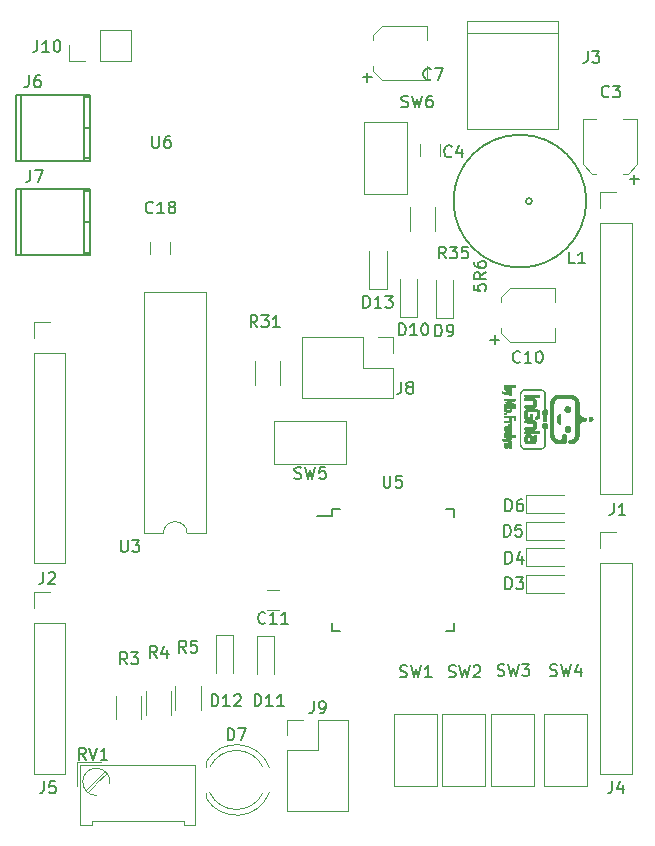
<source format=gbr>
G04 #@! TF.GenerationSoftware,KiCad,Pcbnew,(5.1.5)-3*
G04 #@! TF.CreationDate,2023-05-21T11:01:34-04:00*
G04 #@! TF.ProjectId,In_Board_Gnia,496e5f42-6f61-4726-945f-476e69612e6b,rev?*
G04 #@! TF.SameCoordinates,Original*
G04 #@! TF.FileFunction,Legend,Top*
G04 #@! TF.FilePolarity,Positive*
%FSLAX46Y46*%
G04 Gerber Fmt 4.6, Leading zero omitted, Abs format (unit mm)*
G04 Created by KiCad (PCBNEW (5.1.5)-3) date 2023-05-21 11:01:34*
%MOMM*%
%LPD*%
G04 APERTURE LIST*
%ADD10C,0.010000*%
%ADD11C,0.120000*%
%ADD12C,0.150000*%
G04 APERTURE END LIST*
D10*
G36*
X71639928Y-91107385D02*
G01*
X71636145Y-91159704D01*
X71627151Y-91194476D01*
X71610746Y-91215620D01*
X71584729Y-91227058D01*
X71546901Y-91232709D01*
X71528107Y-91234217D01*
X71450200Y-91239852D01*
X71450200Y-91174826D01*
X71450981Y-91136663D01*
X71455851Y-91117423D01*
X71468606Y-91110628D01*
X71488300Y-91109800D01*
X71526400Y-91109800D01*
X71526400Y-91032756D01*
X71525912Y-90990346D01*
X71522653Y-90967695D01*
X71513930Y-90959165D01*
X71497054Y-90959115D01*
X71491550Y-90959731D01*
X71474002Y-90964713D01*
X71457110Y-90977930D01*
X71437655Y-91003347D01*
X71412418Y-91044927D01*
X71390451Y-91084204D01*
X71361064Y-91135454D01*
X71333699Y-91179316D01*
X71311921Y-91210281D01*
X71301476Y-91221671D01*
X71275531Y-91231413D01*
X71229908Y-91235276D01*
X71179195Y-91234421D01*
X71127708Y-91231299D01*
X71091267Y-91224491D01*
X71067272Y-91210143D01*
X71053127Y-91184402D01*
X71046234Y-91143414D01*
X71043993Y-91083326D01*
X71043800Y-91033600D01*
X71044976Y-90959265D01*
X71048708Y-90907234D01*
X71055302Y-90874507D01*
X71061315Y-90862102D01*
X71079156Y-90847479D01*
X71110389Y-90838318D01*
X71160881Y-90832926D01*
X71162915Y-90832795D01*
X71247000Y-90827441D01*
X71247000Y-90970100D01*
X71158100Y-90970100D01*
X71158100Y-91111409D01*
X71199095Y-91107429D01*
X71218048Y-91103861D01*
X71234390Y-91094673D01*
X71251546Y-91075906D01*
X71272942Y-91043603D01*
X71302003Y-90993805D01*
X71310693Y-90978466D01*
X71341142Y-90926950D01*
X71369462Y-90883282D01*
X71392174Y-90852585D01*
X71404350Y-90840582D01*
X71428243Y-90834761D01*
X71468642Y-90831938D01*
X71516387Y-90832708D01*
X71563809Y-90836482D01*
X71597333Y-90844160D01*
X71619364Y-90859630D01*
X71632308Y-90886780D01*
X71638571Y-90929497D01*
X71640558Y-90991670D01*
X71640700Y-91033600D01*
X71639928Y-91107385D01*
G37*
X71639928Y-91107385D02*
X71636145Y-91159704D01*
X71627151Y-91194476D01*
X71610746Y-91215620D01*
X71584729Y-91227058D01*
X71546901Y-91232709D01*
X71528107Y-91234217D01*
X71450200Y-91239852D01*
X71450200Y-91174826D01*
X71450981Y-91136663D01*
X71455851Y-91117423D01*
X71468606Y-91110628D01*
X71488300Y-91109800D01*
X71526400Y-91109800D01*
X71526400Y-91032756D01*
X71525912Y-90990346D01*
X71522653Y-90967695D01*
X71513930Y-90959165D01*
X71497054Y-90959115D01*
X71491550Y-90959731D01*
X71474002Y-90964713D01*
X71457110Y-90977930D01*
X71437655Y-91003347D01*
X71412418Y-91044927D01*
X71390451Y-91084204D01*
X71361064Y-91135454D01*
X71333699Y-91179316D01*
X71311921Y-91210281D01*
X71301476Y-91221671D01*
X71275531Y-91231413D01*
X71229908Y-91235276D01*
X71179195Y-91234421D01*
X71127708Y-91231299D01*
X71091267Y-91224491D01*
X71067272Y-91210143D01*
X71053127Y-91184402D01*
X71046234Y-91143414D01*
X71043993Y-91083326D01*
X71043800Y-91033600D01*
X71044976Y-90959265D01*
X71048708Y-90907234D01*
X71055302Y-90874507D01*
X71061315Y-90862102D01*
X71079156Y-90847479D01*
X71110389Y-90838318D01*
X71160881Y-90832926D01*
X71162915Y-90832795D01*
X71247000Y-90827441D01*
X71247000Y-90970100D01*
X71158100Y-90970100D01*
X71158100Y-91111409D01*
X71199095Y-91107429D01*
X71218048Y-91103861D01*
X71234390Y-91094673D01*
X71251546Y-91075906D01*
X71272942Y-91043603D01*
X71302003Y-90993805D01*
X71310693Y-90978466D01*
X71341142Y-90926950D01*
X71369462Y-90883282D01*
X71392174Y-90852585D01*
X71404350Y-90840582D01*
X71428243Y-90834761D01*
X71468642Y-90831938D01*
X71516387Y-90832708D01*
X71563809Y-90836482D01*
X71597333Y-90844160D01*
X71619364Y-90859630D01*
X71632308Y-90886780D01*
X71638571Y-90929497D01*
X71640558Y-90991670D01*
X71640700Y-91033600D01*
X71639928Y-91107385D01*
G36*
X71043800Y-90309700D02*
G01*
X71043800Y-90239850D01*
X71045857Y-90196377D01*
X71052618Y-90174450D01*
X71061183Y-90170000D01*
X71070155Y-90166361D01*
X71072043Y-90151863D01*
X71066860Y-90121129D01*
X71061382Y-90096975D01*
X71050543Y-90046717D01*
X71046325Y-90011921D01*
X71048140Y-89983690D01*
X71052588Y-89963452D01*
X71061758Y-89943566D01*
X71079543Y-89928425D01*
X71108924Y-89917444D01*
X71152881Y-89910036D01*
X71214394Y-89905617D01*
X71292480Y-89903698D01*
X71292480Y-90044901D01*
X71237873Y-90045071D01*
X71197175Y-90046204D01*
X71175765Y-90048219D01*
X71174647Y-90048553D01*
X71160775Y-90061877D01*
X71160361Y-90088795D01*
X71172043Y-90130004D01*
X71185985Y-90170000D01*
X71527792Y-90170000D01*
X71520050Y-90049350D01*
X71355622Y-90045776D01*
X71292480Y-90044901D01*
X71292480Y-89903698D01*
X71296443Y-89903600D01*
X71358701Y-89903300D01*
X71448181Y-89903444D01*
X71515528Y-89905117D01*
X71564007Y-89910176D01*
X71596884Y-89920481D01*
X71617423Y-89937889D01*
X71628889Y-89964260D01*
X71634547Y-90001450D01*
X71637663Y-90051320D01*
X71638239Y-90062411D01*
X71643886Y-90170000D01*
X71970900Y-90170000D01*
X71970900Y-90309700D01*
X71043800Y-90309700D01*
G37*
X71043800Y-90309700D02*
X71043800Y-90239850D01*
X71045857Y-90196377D01*
X71052618Y-90174450D01*
X71061183Y-90170000D01*
X71070155Y-90166361D01*
X71072043Y-90151863D01*
X71066860Y-90121129D01*
X71061382Y-90096975D01*
X71050543Y-90046717D01*
X71046325Y-90011921D01*
X71048140Y-89983690D01*
X71052588Y-89963452D01*
X71061758Y-89943566D01*
X71079543Y-89928425D01*
X71108924Y-89917444D01*
X71152881Y-89910036D01*
X71214394Y-89905617D01*
X71292480Y-89903698D01*
X71292480Y-90044901D01*
X71237873Y-90045071D01*
X71197175Y-90046204D01*
X71175765Y-90048219D01*
X71174647Y-90048553D01*
X71160775Y-90061877D01*
X71160361Y-90088795D01*
X71172043Y-90130004D01*
X71185985Y-90170000D01*
X71527792Y-90170000D01*
X71520050Y-90049350D01*
X71355622Y-90045776D01*
X71292480Y-90044901D01*
X71292480Y-89903698D01*
X71296443Y-89903600D01*
X71358701Y-89903300D01*
X71448181Y-89903444D01*
X71515528Y-89905117D01*
X71564007Y-89910176D01*
X71596884Y-89920481D01*
X71617423Y-89937889D01*
X71628889Y-89964260D01*
X71634547Y-90001450D01*
X71637663Y-90051320D01*
X71638239Y-90062411D01*
X71643886Y-90170000D01*
X71970900Y-90170000D01*
X71970900Y-90309700D01*
X71043800Y-90309700D01*
G36*
X71640700Y-89596072D02*
G01*
X71640233Y-89670855D01*
X71636849Y-89724060D01*
X71627574Y-89759507D01*
X71609435Y-89781018D01*
X71579459Y-89792413D01*
X71534673Y-89797515D01*
X71482197Y-89799777D01*
X71413366Y-89801134D01*
X71365900Y-89797015D01*
X71335840Y-89783905D01*
X71319228Y-89758289D01*
X71312103Y-89716653D01*
X71310508Y-89655481D01*
X71310500Y-89647331D01*
X71310500Y-89535000D01*
X71158100Y-89535000D01*
X71158100Y-89674700D01*
X71247000Y-89674700D01*
X71247000Y-89804658D01*
X71162915Y-89799304D01*
X71117638Y-89795267D01*
X71085571Y-89787274D01*
X71064442Y-89771445D01*
X71051976Y-89743902D01*
X71045902Y-89700767D01*
X71043945Y-89638161D01*
X71043800Y-89596072D01*
X71044243Y-89530773D01*
X71046057Y-89485839D01*
X71049971Y-89456242D01*
X71056712Y-89436956D01*
X71067008Y-89422953D01*
X71069200Y-89420700D01*
X71079544Y-89411925D01*
X71092963Y-89405436D01*
X71113129Y-89400890D01*
X71143718Y-89397945D01*
X71188401Y-89396259D01*
X71250852Y-89395492D01*
X71334745Y-89395300D01*
X71342250Y-89395300D01*
X71436802Y-89395227D01*
X71508979Y-89396359D01*
X71526400Y-89397798D01*
X71526400Y-89535000D01*
X71386700Y-89535000D01*
X71386700Y-89662000D01*
X71526400Y-89662000D01*
X71526400Y-89535000D01*
X71526400Y-89397798D01*
X71561793Y-89400722D01*
X71598256Y-89410342D01*
X71621379Y-89427245D01*
X71634176Y-89453458D01*
X71639656Y-89491007D01*
X71640834Y-89541918D01*
X71640700Y-89596072D01*
G37*
X71640700Y-89596072D02*
X71640233Y-89670855D01*
X71636849Y-89724060D01*
X71627574Y-89759507D01*
X71609435Y-89781018D01*
X71579459Y-89792413D01*
X71534673Y-89797515D01*
X71482197Y-89799777D01*
X71413366Y-89801134D01*
X71365900Y-89797015D01*
X71335840Y-89783905D01*
X71319228Y-89758289D01*
X71312103Y-89716653D01*
X71310508Y-89655481D01*
X71310500Y-89647331D01*
X71310500Y-89535000D01*
X71158100Y-89535000D01*
X71158100Y-89674700D01*
X71247000Y-89674700D01*
X71247000Y-89804658D01*
X71162915Y-89799304D01*
X71117638Y-89795267D01*
X71085571Y-89787274D01*
X71064442Y-89771445D01*
X71051976Y-89743902D01*
X71045902Y-89700767D01*
X71043945Y-89638161D01*
X71043800Y-89596072D01*
X71044243Y-89530773D01*
X71046057Y-89485839D01*
X71049971Y-89456242D01*
X71056712Y-89436956D01*
X71067008Y-89422953D01*
X71069200Y-89420700D01*
X71079544Y-89411925D01*
X71092963Y-89405436D01*
X71113129Y-89400890D01*
X71143718Y-89397945D01*
X71188401Y-89396259D01*
X71250852Y-89395492D01*
X71334745Y-89395300D01*
X71342250Y-89395300D01*
X71436802Y-89395227D01*
X71508979Y-89396359D01*
X71526400Y-89397798D01*
X71526400Y-89535000D01*
X71386700Y-89535000D01*
X71386700Y-89662000D01*
X71526400Y-89662000D01*
X71526400Y-89535000D01*
X71526400Y-89397798D01*
X71561793Y-89400722D01*
X71598256Y-89410342D01*
X71621379Y-89427245D01*
X71634176Y-89453458D01*
X71639656Y-89491007D01*
X71640834Y-89541918D01*
X71640700Y-89596072D01*
G36*
X71637280Y-89273332D02*
G01*
X71627035Y-89286386D01*
X71616720Y-89295104D01*
X71594752Y-89308106D01*
X71564360Y-89315573D01*
X71518857Y-89318741D01*
X71486894Y-89319100D01*
X71386700Y-89319100D01*
X71386700Y-89179400D01*
X71457406Y-89179400D01*
X71497415Y-89178714D01*
X71517448Y-89175006D01*
X71522923Y-89165798D01*
X71519899Y-89150825D01*
X71510454Y-89117680D01*
X71505487Y-89100025D01*
X71501199Y-89092057D01*
X71491104Y-89086243D01*
X71471699Y-89082249D01*
X71439476Y-89079743D01*
X71390932Y-89078392D01*
X71322561Y-89077862D01*
X71271545Y-89077800D01*
X71043800Y-89077800D01*
X71043800Y-88938100D01*
X71640700Y-88938100D01*
X71640700Y-89006891D01*
X71638473Y-89045787D01*
X71632743Y-89072677D01*
X71627524Y-89080075D01*
X71621725Y-89094218D01*
X71623438Y-89130908D01*
X71630350Y-89177788D01*
X71638160Y-89225722D01*
X71640730Y-89255340D01*
X71637280Y-89273332D01*
G37*
X71637280Y-89273332D02*
X71627035Y-89286386D01*
X71616720Y-89295104D01*
X71594752Y-89308106D01*
X71564360Y-89315573D01*
X71518857Y-89318741D01*
X71486894Y-89319100D01*
X71386700Y-89319100D01*
X71386700Y-89179400D01*
X71457406Y-89179400D01*
X71497415Y-89178714D01*
X71517448Y-89175006D01*
X71522923Y-89165798D01*
X71519899Y-89150825D01*
X71510454Y-89117680D01*
X71505487Y-89100025D01*
X71501199Y-89092057D01*
X71491104Y-89086243D01*
X71471699Y-89082249D01*
X71439476Y-89079743D01*
X71390932Y-89078392D01*
X71322561Y-89077862D01*
X71271545Y-89077800D01*
X71043800Y-89077800D01*
X71043800Y-88938100D01*
X71640700Y-88938100D01*
X71640700Y-89006891D01*
X71638473Y-89045787D01*
X71632743Y-89072677D01*
X71627524Y-89080075D01*
X71621725Y-89094218D01*
X71623438Y-89130908D01*
X71630350Y-89177788D01*
X71638160Y-89225722D01*
X71640730Y-89255340D01*
X71637280Y-89273332D01*
G36*
X71843900Y-88887300D02*
G01*
X71843900Y-88646000D01*
X71577200Y-88646000D01*
X71577200Y-88849200D01*
X71450200Y-88849200D01*
X71450200Y-88646000D01*
X71043800Y-88646000D01*
X71043800Y-88506300D01*
X71970900Y-88506300D01*
X71970900Y-88887300D01*
X71843900Y-88887300D01*
G37*
X71843900Y-88887300D02*
X71843900Y-88646000D01*
X71577200Y-88646000D01*
X71577200Y-88849200D01*
X71450200Y-88849200D01*
X71450200Y-88646000D01*
X71043800Y-88646000D01*
X71043800Y-88506300D01*
X71970900Y-88506300D01*
X71970900Y-88887300D01*
X71843900Y-88887300D01*
G36*
X71043800Y-88404700D02*
G01*
X71043800Y-88265000D01*
X71196200Y-88265000D01*
X71196200Y-88404700D01*
X71043800Y-88404700D01*
G37*
X71043800Y-88404700D02*
X71043800Y-88265000D01*
X71196200Y-88265000D01*
X71196200Y-88404700D01*
X71043800Y-88404700D01*
G36*
X71612547Y-87896700D02*
G01*
X71619655Y-87925275D01*
X71624636Y-87952659D01*
X71630507Y-87995422D01*
X71635300Y-88037756D01*
X71638683Y-88077037D01*
X71637918Y-88107137D01*
X71630147Y-88129280D01*
X71612513Y-88144685D01*
X71582157Y-88154575D01*
X71536222Y-88160172D01*
X71471850Y-88162698D01*
X71386183Y-88163374D01*
X71341393Y-88163400D01*
X71248365Y-88163576D01*
X71177610Y-88162496D01*
X71126029Y-88157748D01*
X71090522Y-88146918D01*
X71067990Y-88127594D01*
X71055331Y-88097364D01*
X71049447Y-88053815D01*
X71047237Y-87994533D01*
X71046016Y-87933507D01*
X71041881Y-87757000D01*
X71393250Y-87757000D01*
X71393250Y-87896598D01*
X71327999Y-87896700D01*
X71156709Y-87896700D01*
X71160580Y-87957025D01*
X71164450Y-88017350D01*
X71346513Y-88020880D01*
X71528575Y-88024410D01*
X71520189Y-87982780D01*
X71513482Y-87948528D01*
X71506686Y-87924780D01*
X71495533Y-87909625D01*
X71475755Y-87901150D01*
X71443083Y-87897445D01*
X71393250Y-87896598D01*
X71393250Y-87757000D01*
X71970900Y-87757000D01*
X71970900Y-87896700D01*
X71612547Y-87896700D01*
G37*
X71612547Y-87896700D02*
X71619655Y-87925275D01*
X71624636Y-87952659D01*
X71630507Y-87995422D01*
X71635300Y-88037756D01*
X71638683Y-88077037D01*
X71637918Y-88107137D01*
X71630147Y-88129280D01*
X71612513Y-88144685D01*
X71582157Y-88154575D01*
X71536222Y-88160172D01*
X71471850Y-88162698D01*
X71386183Y-88163374D01*
X71341393Y-88163400D01*
X71248365Y-88163576D01*
X71177610Y-88162496D01*
X71126029Y-88157748D01*
X71090522Y-88146918D01*
X71067990Y-88127594D01*
X71055331Y-88097364D01*
X71049447Y-88053815D01*
X71047237Y-87994533D01*
X71046016Y-87933507D01*
X71041881Y-87757000D01*
X71393250Y-87757000D01*
X71393250Y-87896598D01*
X71327999Y-87896700D01*
X71156709Y-87896700D01*
X71160580Y-87957025D01*
X71164450Y-88017350D01*
X71346513Y-88020880D01*
X71528575Y-88024410D01*
X71520189Y-87982780D01*
X71513482Y-87948528D01*
X71506686Y-87924780D01*
X71495533Y-87909625D01*
X71475755Y-87901150D01*
X71443083Y-87897445D01*
X71393250Y-87896598D01*
X71393250Y-87757000D01*
X71970900Y-87757000D01*
X71970900Y-87896700D01*
X71612547Y-87896700D01*
G36*
X71968389Y-87150226D02*
G01*
X71964550Y-87216553D01*
X71799450Y-87265285D01*
X71728671Y-87286167D01*
X71657479Y-87307155D01*
X71594089Y-87325829D01*
X71546714Y-87339767D01*
X71546139Y-87339936D01*
X71498219Y-87355789D01*
X71475297Y-87367857D01*
X71476289Y-87375720D01*
X71493788Y-87382163D01*
X71531633Y-87394257D01*
X71585727Y-87410753D01*
X71651969Y-87430405D01*
X71726263Y-87451962D01*
X71732728Y-87453817D01*
X71970805Y-87522050D01*
X71970853Y-87588725D01*
X71970900Y-87655400D01*
X71043800Y-87655400D01*
X71043800Y-87516236D01*
X71545450Y-87509350D01*
X71342250Y-87457838D01*
X71267348Y-87438745D01*
X71213569Y-87424379D01*
X71177414Y-87413227D01*
X71155383Y-87403777D01*
X71143978Y-87394517D01*
X71139700Y-87383934D01*
X71139051Y-87370517D01*
X71139050Y-87370010D01*
X71139653Y-87356443D01*
X71143798Y-87345757D01*
X71154988Y-87336425D01*
X71176729Y-87326917D01*
X71212525Y-87315705D01*
X71265880Y-87301259D01*
X71340299Y-87282050D01*
X71341191Y-87281821D01*
X71543331Y-87229950D01*
X71293566Y-87226506D01*
X71043800Y-87223063D01*
X71043800Y-87083900D01*
X71972228Y-87083900D01*
X71968389Y-87150226D01*
G37*
X71968389Y-87150226D02*
X71964550Y-87216553D01*
X71799450Y-87265285D01*
X71728671Y-87286167D01*
X71657479Y-87307155D01*
X71594089Y-87325829D01*
X71546714Y-87339767D01*
X71546139Y-87339936D01*
X71498219Y-87355789D01*
X71475297Y-87367857D01*
X71476289Y-87375720D01*
X71493788Y-87382163D01*
X71531633Y-87394257D01*
X71585727Y-87410753D01*
X71651969Y-87430405D01*
X71726263Y-87451962D01*
X71732728Y-87453817D01*
X71970805Y-87522050D01*
X71970853Y-87588725D01*
X71970900Y-87655400D01*
X71043800Y-87655400D01*
X71043800Y-87516236D01*
X71545450Y-87509350D01*
X71342250Y-87457838D01*
X71267348Y-87438745D01*
X71213569Y-87424379D01*
X71177414Y-87413227D01*
X71155383Y-87403777D01*
X71143978Y-87394517D01*
X71139700Y-87383934D01*
X71139051Y-87370517D01*
X71139050Y-87370010D01*
X71139653Y-87356443D01*
X71143798Y-87345757D01*
X71154988Y-87336425D01*
X71176729Y-87326917D01*
X71212525Y-87315705D01*
X71265880Y-87301259D01*
X71340299Y-87282050D01*
X71341191Y-87281821D01*
X71543331Y-87229950D01*
X71293566Y-87226506D01*
X71043800Y-87223063D01*
X71043800Y-87083900D01*
X71972228Y-87083900D01*
X71968389Y-87150226D01*
G36*
X71612547Y-86042500D02*
G01*
X71619655Y-86071075D01*
X71624636Y-86098459D01*
X71630507Y-86141222D01*
X71635300Y-86183556D01*
X71638683Y-86222837D01*
X71637918Y-86252937D01*
X71630147Y-86275080D01*
X71612513Y-86290485D01*
X71582157Y-86300375D01*
X71536222Y-86305972D01*
X71471850Y-86308498D01*
X71386183Y-86309174D01*
X71341393Y-86309200D01*
X71248365Y-86309376D01*
X71177610Y-86308296D01*
X71126029Y-86303548D01*
X71090522Y-86292718D01*
X71067990Y-86273394D01*
X71055331Y-86243164D01*
X71049447Y-86199615D01*
X71047237Y-86140333D01*
X71046016Y-86079307D01*
X71041881Y-85902800D01*
X71393250Y-85902800D01*
X71393250Y-86042398D01*
X71327999Y-86042500D01*
X71156709Y-86042500D01*
X71160580Y-86102825D01*
X71164450Y-86163150D01*
X71346513Y-86166680D01*
X71528575Y-86170210D01*
X71520189Y-86128580D01*
X71513482Y-86094328D01*
X71506686Y-86070580D01*
X71495533Y-86055425D01*
X71475755Y-86046950D01*
X71443083Y-86043245D01*
X71393250Y-86042398D01*
X71393250Y-85902800D01*
X71970900Y-85902800D01*
X71970900Y-86042500D01*
X71612547Y-86042500D01*
G37*
X71612547Y-86042500D02*
X71619655Y-86071075D01*
X71624636Y-86098459D01*
X71630507Y-86141222D01*
X71635300Y-86183556D01*
X71638683Y-86222837D01*
X71637918Y-86252937D01*
X71630147Y-86275080D01*
X71612513Y-86290485D01*
X71582157Y-86300375D01*
X71536222Y-86305972D01*
X71471850Y-86308498D01*
X71386183Y-86309174D01*
X71341393Y-86309200D01*
X71248365Y-86309376D01*
X71177610Y-86308296D01*
X71126029Y-86303548D01*
X71090522Y-86292718D01*
X71067990Y-86273394D01*
X71055331Y-86243164D01*
X71049447Y-86199615D01*
X71047237Y-86140333D01*
X71046016Y-86079307D01*
X71041881Y-85902800D01*
X71393250Y-85902800D01*
X71393250Y-86042398D01*
X71327999Y-86042500D01*
X71156709Y-86042500D01*
X71160580Y-86102825D01*
X71164450Y-86163150D01*
X71346513Y-86166680D01*
X71528575Y-86170210D01*
X71520189Y-86128580D01*
X71513482Y-86094328D01*
X71506686Y-86070580D01*
X71495533Y-86055425D01*
X71475755Y-86046950D01*
X71443083Y-86043245D01*
X71393250Y-86042398D01*
X71393250Y-85902800D01*
X71970900Y-85902800D01*
X71970900Y-86042500D01*
X71612547Y-86042500D01*
G36*
X71447025Y-90537075D02*
G01*
X71380118Y-90547231D01*
X71322740Y-90556294D01*
X71279286Y-90563542D01*
X71254150Y-90568253D01*
X71249723Y-90569503D01*
X71259931Y-90572673D01*
X71290391Y-90578604D01*
X71336206Y-90586507D01*
X71392477Y-90595588D01*
X71454306Y-90605059D01*
X71516795Y-90614127D01*
X71574025Y-90621871D01*
X71640700Y-90630472D01*
X71640700Y-90698686D01*
X71639099Y-90736428D01*
X71634976Y-90761194D01*
X71631175Y-90766886D01*
X71616890Y-90764178D01*
X71580877Y-90756508D01*
X71526175Y-90744548D01*
X71455823Y-90728969D01*
X71372861Y-90710442D01*
X71280327Y-90689639D01*
X71228735Y-90677986D01*
X71132689Y-90656285D01*
X71044893Y-90636501D01*
X70968331Y-90619301D01*
X70905988Y-90605354D01*
X70860846Y-90595328D01*
X70835890Y-90589892D01*
X70831860Y-90589100D01*
X70829709Y-90577597D01*
X70828271Y-90547876D01*
X70827900Y-90517891D01*
X70829645Y-90475333D01*
X70835373Y-90454925D01*
X70843775Y-90452662D01*
X70863190Y-90458299D01*
X70900011Y-90467738D01*
X70946890Y-90479106D01*
X70955380Y-90481107D01*
X71051109Y-90503573D01*
X71336380Y-90438354D01*
X71418118Y-90419760D01*
X71491541Y-90403232D01*
X71553042Y-90389569D01*
X71599016Y-90379568D01*
X71625854Y-90374026D01*
X71631175Y-90373168D01*
X71636470Y-90384652D01*
X71639928Y-90414150D01*
X71640701Y-90440707D01*
X71640701Y-90508215D01*
X71447025Y-90537075D01*
G37*
X71447025Y-90537075D02*
X71380118Y-90547231D01*
X71322740Y-90556294D01*
X71279286Y-90563542D01*
X71254150Y-90568253D01*
X71249723Y-90569503D01*
X71259931Y-90572673D01*
X71290391Y-90578604D01*
X71336206Y-90586507D01*
X71392477Y-90595588D01*
X71454306Y-90605059D01*
X71516795Y-90614127D01*
X71574025Y-90621871D01*
X71640700Y-90630472D01*
X71640700Y-90698686D01*
X71639099Y-90736428D01*
X71634976Y-90761194D01*
X71631175Y-90766886D01*
X71616890Y-90764178D01*
X71580877Y-90756508D01*
X71526175Y-90744548D01*
X71455823Y-90728969D01*
X71372861Y-90710442D01*
X71280327Y-90689639D01*
X71228735Y-90677986D01*
X71132689Y-90656285D01*
X71044893Y-90636501D01*
X70968331Y-90619301D01*
X70905988Y-90605354D01*
X70860846Y-90595328D01*
X70835890Y-90589892D01*
X70831860Y-90589100D01*
X70829709Y-90577597D01*
X70828271Y-90547876D01*
X70827900Y-90517891D01*
X70829645Y-90475333D01*
X70835373Y-90454925D01*
X70843775Y-90452662D01*
X70863190Y-90458299D01*
X70900011Y-90467738D01*
X70946890Y-90479106D01*
X70955380Y-90481107D01*
X71051109Y-90503573D01*
X71336380Y-90438354D01*
X71418118Y-90419760D01*
X71491541Y-90403232D01*
X71553042Y-90389569D01*
X71599016Y-90379568D01*
X71625854Y-90374026D01*
X71631175Y-90373168D01*
X71636470Y-90384652D01*
X71639928Y-90414150D01*
X71640701Y-90440707D01*
X71640701Y-90508215D01*
X71447025Y-90537075D01*
G36*
X71447025Y-86536575D02*
G01*
X71380118Y-86546731D01*
X71322740Y-86555794D01*
X71279286Y-86563042D01*
X71254150Y-86567753D01*
X71249723Y-86569003D01*
X71259931Y-86572173D01*
X71290391Y-86578104D01*
X71336206Y-86586007D01*
X71392477Y-86595088D01*
X71454306Y-86604559D01*
X71516795Y-86613627D01*
X71574025Y-86621371D01*
X71640700Y-86629972D01*
X71640700Y-86698186D01*
X71639099Y-86735928D01*
X71634976Y-86760694D01*
X71631175Y-86766386D01*
X71616890Y-86763678D01*
X71580877Y-86756008D01*
X71526175Y-86744048D01*
X71455823Y-86728469D01*
X71372861Y-86709942D01*
X71280327Y-86689139D01*
X71228735Y-86677486D01*
X71132689Y-86655785D01*
X71044893Y-86636001D01*
X70968331Y-86618801D01*
X70905988Y-86604854D01*
X70860846Y-86594828D01*
X70835890Y-86589392D01*
X70831860Y-86588600D01*
X70829709Y-86577097D01*
X70828271Y-86547376D01*
X70827900Y-86517391D01*
X70829645Y-86474833D01*
X70835373Y-86454425D01*
X70843775Y-86452162D01*
X70863190Y-86457799D01*
X70900011Y-86467238D01*
X70946890Y-86478606D01*
X70955380Y-86480607D01*
X71051109Y-86503073D01*
X71336380Y-86437854D01*
X71418118Y-86419260D01*
X71491541Y-86402732D01*
X71553042Y-86389069D01*
X71599016Y-86379068D01*
X71625854Y-86373526D01*
X71631175Y-86372668D01*
X71636470Y-86384152D01*
X71639928Y-86413650D01*
X71640701Y-86440207D01*
X71640701Y-86507715D01*
X71447025Y-86536575D01*
G37*
X71447025Y-86536575D02*
X71380118Y-86546731D01*
X71322740Y-86555794D01*
X71279286Y-86563042D01*
X71254150Y-86567753D01*
X71249723Y-86569003D01*
X71259931Y-86572173D01*
X71290391Y-86578104D01*
X71336206Y-86586007D01*
X71392477Y-86595088D01*
X71454306Y-86604559D01*
X71516795Y-86613627D01*
X71574025Y-86621371D01*
X71640700Y-86629972D01*
X71640700Y-86698186D01*
X71639099Y-86735928D01*
X71634976Y-86760694D01*
X71631175Y-86766386D01*
X71616890Y-86763678D01*
X71580877Y-86756008D01*
X71526175Y-86744048D01*
X71455823Y-86728469D01*
X71372861Y-86709942D01*
X71280327Y-86689139D01*
X71228735Y-86677486D01*
X71132689Y-86655785D01*
X71044893Y-86636001D01*
X70968331Y-86618801D01*
X70905988Y-86604854D01*
X70860846Y-86594828D01*
X70835890Y-86589392D01*
X70831860Y-86588600D01*
X70829709Y-86577097D01*
X70828271Y-86547376D01*
X70827900Y-86517391D01*
X70829645Y-86474833D01*
X70835373Y-86454425D01*
X70843775Y-86452162D01*
X70863190Y-86457799D01*
X70900011Y-86467238D01*
X70946890Y-86478606D01*
X70955380Y-86480607D01*
X71051109Y-86503073D01*
X71336380Y-86437854D01*
X71418118Y-86419260D01*
X71491541Y-86402732D01*
X71553042Y-86389069D01*
X71599016Y-86379068D01*
X71625854Y-86373526D01*
X71631175Y-86372668D01*
X71636470Y-86384152D01*
X71639928Y-86413650D01*
X71640701Y-86440207D01*
X71640701Y-86507715D01*
X71447025Y-86536575D01*
G36*
X78513228Y-88810670D02*
G01*
X78512365Y-88825575D01*
X78510290Y-88837277D01*
X78506532Y-88848406D01*
X78500621Y-88861594D01*
X78500470Y-88861912D01*
X78481077Y-88893270D01*
X78455307Y-88920109D01*
X78424713Y-88940876D01*
X78418279Y-88944103D01*
X78405336Y-88949937D01*
X78394410Y-88953717D01*
X78382997Y-88955885D01*
X78368593Y-88956881D01*
X78348695Y-88957146D01*
X78344184Y-88957150D01*
X78323074Y-88956981D01*
X78308022Y-88956189D01*
X78296618Y-88954350D01*
X78286456Y-88951037D01*
X78275128Y-88945824D01*
X78272379Y-88944450D01*
X78244354Y-88926347D01*
X78218758Y-88902306D01*
X78198112Y-88874855D01*
X78191932Y-88863744D01*
X78185702Y-88850146D01*
X78181789Y-88837792D01*
X78179574Y-88823729D01*
X78178436Y-88805000D01*
X78178223Y-88798400D01*
X78178338Y-88773267D01*
X78180125Y-88752866D01*
X78182669Y-88741250D01*
X78198729Y-88705601D01*
X78221454Y-88675071D01*
X78250434Y-88650128D01*
X78274334Y-88636190D01*
X78287417Y-88630073D01*
X78298245Y-88626170D01*
X78309412Y-88624005D01*
X78323509Y-88623104D01*
X78343131Y-88622991D01*
X78346300Y-88623010D01*
X78367616Y-88623409D01*
X78383079Y-88624573D01*
X78395296Y-88626944D01*
X78406875Y-88630968D01*
X78415603Y-88634824D01*
X78439765Y-88649416D01*
X78463551Y-88669732D01*
X78484479Y-88693293D01*
X78500068Y-88717622D01*
X78501535Y-88720630D01*
X78506950Y-88733122D01*
X78510399Y-88744392D01*
X78512323Y-88757029D01*
X78513164Y-88773626D01*
X78513349Y-88789933D01*
X78513228Y-88810670D01*
G37*
X78513228Y-88810670D02*
X78512365Y-88825575D01*
X78510290Y-88837277D01*
X78506532Y-88848406D01*
X78500621Y-88861594D01*
X78500470Y-88861912D01*
X78481077Y-88893270D01*
X78455307Y-88920109D01*
X78424713Y-88940876D01*
X78418279Y-88944103D01*
X78405336Y-88949937D01*
X78394410Y-88953717D01*
X78382997Y-88955885D01*
X78368593Y-88956881D01*
X78348695Y-88957146D01*
X78344184Y-88957150D01*
X78323074Y-88956981D01*
X78308022Y-88956189D01*
X78296618Y-88954350D01*
X78286456Y-88951037D01*
X78275128Y-88945824D01*
X78272379Y-88944450D01*
X78244354Y-88926347D01*
X78218758Y-88902306D01*
X78198112Y-88874855D01*
X78191932Y-88863744D01*
X78185702Y-88850146D01*
X78181789Y-88837792D01*
X78179574Y-88823729D01*
X78178436Y-88805000D01*
X78178223Y-88798400D01*
X78178338Y-88773267D01*
X78180125Y-88752866D01*
X78182669Y-88741250D01*
X78198729Y-88705601D01*
X78221454Y-88675071D01*
X78250434Y-88650128D01*
X78274334Y-88636190D01*
X78287417Y-88630073D01*
X78298245Y-88626170D01*
X78309412Y-88624005D01*
X78323509Y-88623104D01*
X78343131Y-88622991D01*
X78346300Y-88623010D01*
X78367616Y-88623409D01*
X78383079Y-88624573D01*
X78395296Y-88626944D01*
X78406875Y-88630968D01*
X78415603Y-88634824D01*
X78439765Y-88649416D01*
X78463551Y-88669732D01*
X78484479Y-88693293D01*
X78500068Y-88717622D01*
X78501535Y-88720630D01*
X78506950Y-88733122D01*
X78510399Y-88744392D01*
X78512323Y-88757029D01*
X78513164Y-88773626D01*
X78513349Y-88789933D01*
X78513228Y-88810670D01*
G36*
X76641527Y-89654365D02*
G01*
X76638357Y-89684209D01*
X76632573Y-89709754D01*
X76632275Y-89710683D01*
X76614128Y-89753844D01*
X76589778Y-89791930D01*
X76559919Y-89824425D01*
X76525245Y-89850810D01*
X76486449Y-89870567D01*
X76444224Y-89883178D01*
X76399264Y-89888124D01*
X76394733Y-89888177D01*
X76358853Y-89886617D01*
X76327877Y-89881283D01*
X76298845Y-89871536D01*
X76282624Y-89864058D01*
X76243413Y-89840347D01*
X76210341Y-89811329D01*
X76182935Y-89776463D01*
X76160723Y-89735208D01*
X76152687Y-89715467D01*
X76148467Y-89699311D01*
X76145182Y-89677459D01*
X76143002Y-89652648D01*
X76142096Y-89627614D01*
X76142635Y-89605095D01*
X76144768Y-89587917D01*
X76158495Y-89543906D01*
X76179307Y-89503655D01*
X76206483Y-89467952D01*
X76239303Y-89437587D01*
X76277050Y-89413348D01*
X76319002Y-89396025D01*
X76320038Y-89395705D01*
X76346869Y-89389966D01*
X76378267Y-89387099D01*
X76410813Y-89387166D01*
X76441088Y-89390228D01*
X76455895Y-89393303D01*
X76497326Y-89408364D01*
X76535318Y-89430677D01*
X76569067Y-89459452D01*
X76597769Y-89493894D01*
X76620621Y-89533210D01*
X76634803Y-89569735D01*
X76639805Y-89594059D01*
X76642028Y-89623292D01*
X76641527Y-89654365D01*
G37*
X76641527Y-89654365D02*
X76638357Y-89684209D01*
X76632573Y-89709754D01*
X76632275Y-89710683D01*
X76614128Y-89753844D01*
X76589778Y-89791930D01*
X76559919Y-89824425D01*
X76525245Y-89850810D01*
X76486449Y-89870567D01*
X76444224Y-89883178D01*
X76399264Y-89888124D01*
X76394733Y-89888177D01*
X76358853Y-89886617D01*
X76327877Y-89881283D01*
X76298845Y-89871536D01*
X76282624Y-89864058D01*
X76243413Y-89840347D01*
X76210341Y-89811329D01*
X76182935Y-89776463D01*
X76160723Y-89735208D01*
X76152687Y-89715467D01*
X76148467Y-89699311D01*
X76145182Y-89677459D01*
X76143002Y-89652648D01*
X76142096Y-89627614D01*
X76142635Y-89605095D01*
X76144768Y-89587917D01*
X76158495Y-89543906D01*
X76179307Y-89503655D01*
X76206483Y-89467952D01*
X76239303Y-89437587D01*
X76277050Y-89413348D01*
X76319002Y-89396025D01*
X76320038Y-89395705D01*
X76346869Y-89389966D01*
X76378267Y-89387099D01*
X76410813Y-89387166D01*
X76441088Y-89390228D01*
X76455895Y-89393303D01*
X76497326Y-89408364D01*
X76535318Y-89430677D01*
X76569067Y-89459452D01*
X76597769Y-89493894D01*
X76620621Y-89533210D01*
X76634803Y-89569735D01*
X76639805Y-89594059D01*
X76642028Y-89623292D01*
X76641527Y-89654365D01*
G36*
X76628482Y-88005697D02*
G01*
X76618328Y-88047346D01*
X76600917Y-88085389D01*
X76575883Y-88120718D01*
X76557929Y-88140116D01*
X76525313Y-88168521D01*
X76491802Y-88189269D01*
X76455889Y-88202974D01*
X76416068Y-88210250D01*
X76382033Y-88211859D01*
X76355215Y-88211334D01*
X76334608Y-88209598D01*
X76318016Y-88206413D01*
X76310067Y-88204046D01*
X76266840Y-88185278D01*
X76228200Y-88159852D01*
X76194848Y-88128488D01*
X76167485Y-88091908D01*
X76146813Y-88050832D01*
X76139025Y-88028223D01*
X76133833Y-88001537D01*
X76131906Y-87970218D01*
X76133151Y-87937408D01*
X76137474Y-87906247D01*
X76143295Y-87884000D01*
X76159379Y-87845542D01*
X76180148Y-87812419D01*
X76207273Y-87782055D01*
X76212610Y-87777006D01*
X76248894Y-87748518D01*
X76287704Y-87728060D01*
X76329494Y-87715454D01*
X76374719Y-87710522D01*
X76382034Y-87710433D01*
X76428189Y-87714308D01*
X76470987Y-87725951D01*
X76510505Y-87745392D01*
X76546819Y-87772660D01*
X76548882Y-87774532D01*
X76578983Y-87806428D01*
X76602023Y-87841026D01*
X76619383Y-87880415D01*
X76619814Y-87881644D01*
X76625671Y-87899941D01*
X76629265Y-87915937D01*
X76631112Y-87932991D01*
X76631724Y-87954463D01*
X76631744Y-87959548D01*
X76628482Y-88005697D01*
G37*
X76628482Y-88005697D02*
X76618328Y-88047346D01*
X76600917Y-88085389D01*
X76575883Y-88120718D01*
X76557929Y-88140116D01*
X76525313Y-88168521D01*
X76491802Y-88189269D01*
X76455889Y-88202974D01*
X76416068Y-88210250D01*
X76382033Y-88211859D01*
X76355215Y-88211334D01*
X76334608Y-88209598D01*
X76318016Y-88206413D01*
X76310067Y-88204046D01*
X76266840Y-88185278D01*
X76228200Y-88159852D01*
X76194848Y-88128488D01*
X76167485Y-88091908D01*
X76146813Y-88050832D01*
X76139025Y-88028223D01*
X76133833Y-88001537D01*
X76131906Y-87970218D01*
X76133151Y-87937408D01*
X76137474Y-87906247D01*
X76143295Y-87884000D01*
X76159379Y-87845542D01*
X76180148Y-87812419D01*
X76207273Y-87782055D01*
X76212610Y-87777006D01*
X76248894Y-87748518D01*
X76287704Y-87728060D01*
X76329494Y-87715454D01*
X76374719Y-87710522D01*
X76382034Y-87710433D01*
X76428189Y-87714308D01*
X76470987Y-87725951D01*
X76510505Y-87745392D01*
X76546819Y-87772660D01*
X76548882Y-87774532D01*
X76578983Y-87806428D01*
X76602023Y-87841026D01*
X76619383Y-87880415D01*
X76619814Y-87881644D01*
X76625671Y-87899941D01*
X76629265Y-87915937D01*
X76631112Y-87932991D01*
X76631724Y-87954463D01*
X76631744Y-87959548D01*
X76628482Y-88005697D01*
G36*
X75759631Y-88884700D02*
G01*
X75759553Y-88935666D01*
X75759432Y-88984840D01*
X75759269Y-89031540D01*
X75759065Y-89075084D01*
X75758818Y-89114789D01*
X75758529Y-89149974D01*
X75758198Y-89179956D01*
X75757824Y-89204053D01*
X75757408Y-89221584D01*
X75756949Y-89231865D01*
X75756559Y-89234412D01*
X75751511Y-89232592D01*
X75741058Y-89227797D01*
X75727288Y-89220994D01*
X75724652Y-89219647D01*
X75672504Y-89188334D01*
X75626309Y-89151055D01*
X75586221Y-89108015D01*
X75552393Y-89059416D01*
X75524981Y-89005463D01*
X75504137Y-88946360D01*
X75497084Y-88918761D01*
X75493899Y-88900345D01*
X75491072Y-88875764D01*
X75488717Y-88847212D01*
X75486947Y-88816883D01*
X75485873Y-88786974D01*
X75485609Y-88759678D01*
X75486268Y-88737192D01*
X75487213Y-88726433D01*
X75499266Y-88660975D01*
X75518204Y-88600226D01*
X75543969Y-88544346D01*
X75563287Y-88512306D01*
X75579255Y-88491209D01*
X75600046Y-88467982D01*
X75623303Y-88444976D01*
X75646666Y-88424540D01*
X75665376Y-88410593D01*
X75680831Y-88400910D01*
X75698259Y-88390946D01*
X75715989Y-88381534D01*
X75732353Y-88373510D01*
X75745682Y-88367709D01*
X75754306Y-88364966D01*
X75756411Y-88365046D01*
X75756905Y-88369471D01*
X75757359Y-88381653D01*
X75757773Y-88400913D01*
X75758146Y-88426566D01*
X75758479Y-88457931D01*
X75758771Y-88494327D01*
X75759023Y-88535069D01*
X75759233Y-88579478D01*
X75759403Y-88626869D01*
X75759531Y-88676562D01*
X75759618Y-88727873D01*
X75759664Y-88780122D01*
X75759669Y-88832625D01*
X75759631Y-88884700D01*
G37*
X75759631Y-88884700D02*
X75759553Y-88935666D01*
X75759432Y-88984840D01*
X75759269Y-89031540D01*
X75759065Y-89075084D01*
X75758818Y-89114789D01*
X75758529Y-89149974D01*
X75758198Y-89179956D01*
X75757824Y-89204053D01*
X75757408Y-89221584D01*
X75756949Y-89231865D01*
X75756559Y-89234412D01*
X75751511Y-89232592D01*
X75741058Y-89227797D01*
X75727288Y-89220994D01*
X75724652Y-89219647D01*
X75672504Y-89188334D01*
X75626309Y-89151055D01*
X75586221Y-89108015D01*
X75552393Y-89059416D01*
X75524981Y-89005463D01*
X75504137Y-88946360D01*
X75497084Y-88918761D01*
X75493899Y-88900345D01*
X75491072Y-88875764D01*
X75488717Y-88847212D01*
X75486947Y-88816883D01*
X75485873Y-88786974D01*
X75485609Y-88759678D01*
X75486268Y-88737192D01*
X75487213Y-88726433D01*
X75499266Y-88660975D01*
X75518204Y-88600226D01*
X75543969Y-88544346D01*
X75563287Y-88512306D01*
X75579255Y-88491209D01*
X75600046Y-88467982D01*
X75623303Y-88444976D01*
X75646666Y-88424540D01*
X75665376Y-88410593D01*
X75680831Y-88400910D01*
X75698259Y-88390946D01*
X75715989Y-88381534D01*
X75732353Y-88373510D01*
X75745682Y-88367709D01*
X75754306Y-88364966D01*
X75756411Y-88365046D01*
X75756905Y-88369471D01*
X75757359Y-88381653D01*
X75757773Y-88400913D01*
X75758146Y-88426566D01*
X75758479Y-88457931D01*
X75758771Y-88494327D01*
X75759023Y-88535069D01*
X75759233Y-88579478D01*
X75759403Y-88626869D01*
X75759531Y-88676562D01*
X75759618Y-88727873D01*
X75759664Y-88780122D01*
X75759669Y-88832625D01*
X75759631Y-88884700D01*
G36*
X77979453Y-88815480D02*
G01*
X77977504Y-88829559D01*
X77973434Y-88841833D01*
X77968722Y-88851585D01*
X77953315Y-88874267D01*
X77932903Y-88894915D01*
X77910566Y-88910440D01*
X77909461Y-88911022D01*
X77900635Y-88914296D01*
X77887400Y-88916946D01*
X77868569Y-88919130D01*
X77842959Y-88921008D01*
X77829833Y-88921747D01*
X77785930Y-88924489D01*
X77748871Y-88927893D01*
X77717042Y-88932291D01*
X77688827Y-88938014D01*
X77662613Y-88945395D01*
X77636783Y-88954767D01*
X77609722Y-88966460D01*
X77607584Y-88967447D01*
X77555760Y-88995885D01*
X77509549Y-89030614D01*
X77468936Y-89071655D01*
X77433906Y-89119028D01*
X77404444Y-89172754D01*
X77380535Y-89232855D01*
X77362164Y-89299350D01*
X77359290Y-89312750D01*
X77357153Y-89323694D01*
X77355255Y-89334854D01*
X77353577Y-89346803D01*
X77352101Y-89360117D01*
X77350806Y-89375370D01*
X77349673Y-89393137D01*
X77348684Y-89413991D01*
X77347818Y-89438509D01*
X77347058Y-89467263D01*
X77346382Y-89500829D01*
X77345773Y-89539782D01*
X77345211Y-89584695D01*
X77344677Y-89636143D01*
X77344152Y-89694701D01*
X77343615Y-89760944D01*
X77343415Y-89786883D01*
X77342759Y-89866274D01*
X77342069Y-89937229D01*
X77341345Y-89999779D01*
X77340585Y-90053953D01*
X77339789Y-90099783D01*
X77338958Y-90137299D01*
X77338089Y-90166531D01*
X77337183Y-90187511D01*
X77336239Y-90200268D01*
X77335685Y-90203867D01*
X77332120Y-90219147D01*
X77328089Y-90237561D01*
X77325851Y-90248317D01*
X77321914Y-90265964D01*
X77316836Y-90286229D01*
X77311205Y-90307029D01*
X77305608Y-90326283D01*
X77300634Y-90341911D01*
X77296871Y-90351830D01*
X77296267Y-90353034D01*
X77292838Y-90361170D01*
X77292200Y-90364560D01*
X77290315Y-90371399D01*
X77285136Y-90384187D01*
X77277373Y-90401415D01*
X77267739Y-90421575D01*
X77256945Y-90443157D01*
X77245704Y-90464653D01*
X77240192Y-90474800D01*
X77204636Y-90531486D01*
X77161788Y-90586425D01*
X77112794Y-90638551D01*
X77058802Y-90686796D01*
X77000959Y-90730094D01*
X76940411Y-90767380D01*
X76906967Y-90784652D01*
X76873828Y-90800095D01*
X76844937Y-90812209D01*
X76817292Y-90822038D01*
X76787894Y-90830631D01*
X76753742Y-90839034D01*
X76746100Y-90840779D01*
X76724831Y-90845592D01*
X76704735Y-90850145D01*
X76688323Y-90853870D01*
X76679364Y-90855910D01*
X76668131Y-90857600D01*
X76652416Y-90858841D01*
X76634083Y-90859623D01*
X76614992Y-90859937D01*
X76597008Y-90859774D01*
X76581992Y-90859126D01*
X76571806Y-90857984D01*
X76568300Y-90856443D01*
X76564792Y-90852708D01*
X76555928Y-90847429D01*
X76550858Y-90844987D01*
X76530285Y-90832268D01*
X76510065Y-90813696D01*
X76492564Y-90791639D01*
X76485010Y-90778989D01*
X76479264Y-90767144D01*
X76475717Y-90756494D01*
X76473854Y-90744321D01*
X76473161Y-90727903D01*
X76473091Y-90716100D01*
X76473369Y-90696131D01*
X76474539Y-90681922D01*
X76477104Y-90670773D01*
X76481567Y-90659985D01*
X76484704Y-90653814D01*
X76503991Y-90623767D01*
X76526567Y-90601034D01*
X76542422Y-90590338D01*
X76554878Y-90582912D01*
X76564972Y-90576333D01*
X76568411Y-90573769D01*
X76575281Y-90570918D01*
X76588340Y-90567788D01*
X76605342Y-90564869D01*
X76614977Y-90563598D01*
X76677556Y-90553083D01*
X76734579Y-90536741D01*
X76787054Y-90514090D01*
X76835990Y-90484650D01*
X76882394Y-90447940D01*
X76907566Y-90424114D01*
X76933592Y-90396533D01*
X76955460Y-90369675D01*
X76974581Y-90341411D01*
X76992363Y-90309612D01*
X77010217Y-90272146D01*
X77014373Y-90262751D01*
X77023059Y-90238670D01*
X77031227Y-90207784D01*
X77038457Y-90171757D01*
X77040503Y-90159417D01*
X77041123Y-90151235D01*
X77041712Y-90134994D01*
X77042272Y-90111091D01*
X77042802Y-90079922D01*
X77043301Y-90041884D01*
X77043772Y-89997373D01*
X77044212Y-89946787D01*
X77044622Y-89890522D01*
X77045003Y-89828975D01*
X77045354Y-89762542D01*
X77045675Y-89691620D01*
X77045966Y-89616607D01*
X77046227Y-89537898D01*
X77046459Y-89455890D01*
X77046661Y-89370981D01*
X77046833Y-89283566D01*
X77046975Y-89194043D01*
X77047088Y-89102808D01*
X77047171Y-89010258D01*
X77047224Y-88916790D01*
X77047247Y-88822800D01*
X77047240Y-88728685D01*
X77047204Y-88634842D01*
X77047138Y-88541667D01*
X77047043Y-88449558D01*
X77046917Y-88358911D01*
X77046762Y-88270122D01*
X77046577Y-88183589D01*
X77046363Y-88099707D01*
X77046119Y-88018875D01*
X77045845Y-87941488D01*
X77045541Y-87867943D01*
X77045208Y-87798637D01*
X77044845Y-87733967D01*
X77044452Y-87674330D01*
X77044030Y-87620121D01*
X77043578Y-87571738D01*
X77043097Y-87529578D01*
X77042585Y-87494037D01*
X77042045Y-87465512D01*
X77041474Y-87444400D01*
X77040874Y-87431097D01*
X77040464Y-87426800D01*
X77035847Y-87400330D01*
X77031712Y-87379803D01*
X77027444Y-87362764D01*
X77022426Y-87346761D01*
X77016043Y-87329340D01*
X77015970Y-87329150D01*
X76990493Y-87273849D01*
X76958305Y-87222321D01*
X76920168Y-87175267D01*
X76876844Y-87133391D01*
X76829098Y-87097397D01*
X76777692Y-87067988D01*
X76723388Y-87045866D01*
X76701650Y-87039383D01*
X76690910Y-87036543D01*
X76680702Y-87034004D01*
X76670514Y-87031749D01*
X76659833Y-87029762D01*
X76648147Y-87028025D01*
X76634943Y-87026521D01*
X76619709Y-87025235D01*
X76601932Y-87024149D01*
X76581100Y-87023246D01*
X76556701Y-87022510D01*
X76528222Y-87021923D01*
X76495150Y-87021470D01*
X76456974Y-87021133D01*
X76413181Y-87020895D01*
X76363257Y-87020741D01*
X76306692Y-87020652D01*
X76242972Y-87020613D01*
X76171585Y-87020606D01*
X76128033Y-87020610D01*
X76049961Y-87020621D01*
X75979850Y-87020653D01*
X75917196Y-87020732D01*
X75861493Y-87020886D01*
X75812236Y-87021143D01*
X75768920Y-87021529D01*
X75731040Y-87022072D01*
X75698091Y-87022799D01*
X75669568Y-87023738D01*
X75644965Y-87024915D01*
X75623778Y-87026359D01*
X75605501Y-87028096D01*
X75589630Y-87030155D01*
X75575658Y-87032561D01*
X75563082Y-87035342D01*
X75551396Y-87038527D01*
X75540094Y-87042141D01*
X75528672Y-87046213D01*
X75516625Y-87050769D01*
X75507850Y-87054146D01*
X75453255Y-87079679D01*
X75402273Y-87112841D01*
X75354971Y-87153574D01*
X75311411Y-87201823D01*
X75271659Y-87257528D01*
X75262522Y-87272283D01*
X75251349Y-87294335D01*
X75240185Y-87322655D01*
X75229686Y-87355072D01*
X75220508Y-87389411D01*
X75213307Y-87423501D01*
X75209599Y-87447581D01*
X75209112Y-87455455D01*
X75208653Y-87471035D01*
X75208224Y-87494366D01*
X75207824Y-87525494D01*
X75207453Y-87564462D01*
X75207111Y-87611317D01*
X75206798Y-87666102D01*
X75206513Y-87728863D01*
X75206257Y-87799645D01*
X75206029Y-87878493D01*
X75205828Y-87965451D01*
X75205656Y-88060565D01*
X75205512Y-88163880D01*
X75205395Y-88275439D01*
X75205306Y-88395289D01*
X75205244Y-88523474D01*
X75205210Y-88660040D01*
X75205202Y-88793781D01*
X75205205Y-88920794D01*
X75205211Y-89039625D01*
X75205222Y-89150559D01*
X75205242Y-89253883D01*
X75205274Y-89349880D01*
X75205323Y-89438836D01*
X75205390Y-89521035D01*
X75205480Y-89596764D01*
X75205596Y-89666308D01*
X75205741Y-89729950D01*
X75205920Y-89787977D01*
X75206135Y-89840674D01*
X75206389Y-89888325D01*
X75206687Y-89931215D01*
X75207031Y-89969631D01*
X75207425Y-90003857D01*
X75207872Y-90034178D01*
X75208377Y-90060879D01*
X75208941Y-90084245D01*
X75209570Y-90104562D01*
X75210265Y-90122114D01*
X75211031Y-90137187D01*
X75211871Y-90150065D01*
X75212788Y-90161035D01*
X75213786Y-90170380D01*
X75214868Y-90178386D01*
X75216038Y-90185339D01*
X75217299Y-90191523D01*
X75218654Y-90197223D01*
X75220108Y-90202725D01*
X75221662Y-90208313D01*
X75222196Y-90210217D01*
X75243685Y-90272219D01*
X75272008Y-90329387D01*
X75306942Y-90381445D01*
X75348268Y-90428115D01*
X75395764Y-90469123D01*
X75449209Y-90504191D01*
X75463474Y-90511997D01*
X75493684Y-90526582D01*
X75525540Y-90539072D01*
X75562027Y-90550602D01*
X75573467Y-90553809D01*
X75585082Y-90556542D01*
X75598087Y-90558555D01*
X75613940Y-90559943D01*
X75634098Y-90560801D01*
X75660018Y-90561226D01*
X75687767Y-90561318D01*
X75717109Y-90561270D01*
X75739475Y-90561050D01*
X75756355Y-90560505D01*
X75769238Y-90559483D01*
X75779615Y-90557833D01*
X75788976Y-90555402D01*
X75798811Y-90552039D01*
X75806300Y-90549229D01*
X75848195Y-90529493D01*
X75883611Y-90504633D01*
X75912330Y-90474832D01*
X75931886Y-90444670D01*
X75943884Y-90421883D01*
X75946105Y-90290650D01*
X75946896Y-90249160D01*
X75947872Y-90215121D01*
X75949252Y-90187520D01*
X75951255Y-90165339D01*
X75954099Y-90147566D01*
X75958003Y-90133183D01*
X75963186Y-90121178D01*
X75969868Y-90110534D01*
X75978266Y-90100236D01*
X75988599Y-90089270D01*
X75989770Y-90088073D01*
X76018116Y-90064453D01*
X76048764Y-90048956D01*
X76081581Y-90041624D01*
X76116436Y-90042497D01*
X76130212Y-90044994D01*
X76163951Y-90056614D01*
X76193171Y-90075083D01*
X76217138Y-90099675D01*
X76235121Y-90129667D01*
X76245074Y-90158542D01*
X76248512Y-90174333D01*
X76249940Y-90187463D01*
X76249436Y-90201394D01*
X76247078Y-90219591D01*
X76246537Y-90223110D01*
X76245244Y-90233377D01*
X76244213Y-90246321D01*
X76243435Y-90262648D01*
X76242903Y-90283064D01*
X76242611Y-90308276D01*
X76242549Y-90338989D01*
X76242712Y-90375910D01*
X76243092Y-90419744D01*
X76243680Y-90471199D01*
X76243820Y-90482219D01*
X76244468Y-90536000D01*
X76244904Y-90582060D01*
X76245081Y-90621140D01*
X76244954Y-90653984D01*
X76244479Y-90681336D01*
X76243609Y-90703936D01*
X76242299Y-90722530D01*
X76240504Y-90737859D01*
X76238177Y-90750666D01*
X76235275Y-90761695D01*
X76231751Y-90771688D01*
X76227560Y-90781389D01*
X76225234Y-90786293D01*
X76208114Y-90812535D01*
X76184766Y-90834845D01*
X76161127Y-90849430D01*
X76139149Y-90860033D01*
X75864835Y-90860033D01*
X75810849Y-90859969D01*
X75760882Y-90859781D01*
X75715507Y-90859479D01*
X75675298Y-90859070D01*
X75640829Y-90858561D01*
X75612673Y-90857962D01*
X75591404Y-90857280D01*
X75577596Y-90856524D01*
X75572469Y-90855910D01*
X75560960Y-90853302D01*
X75543700Y-90849415D01*
X75523203Y-90844816D01*
X75505734Y-90840907D01*
X75438011Y-90821912D01*
X75370315Y-90795524D01*
X75304438Y-90762632D01*
X75242169Y-90724126D01*
X75188252Y-90683373D01*
X75133313Y-90632417D01*
X75083232Y-90575756D01*
X75038617Y-90514406D01*
X75000073Y-90449383D01*
X74968206Y-90381704D01*
X74943623Y-90312385D01*
X74927696Y-90246628D01*
X74923985Y-90228309D01*
X74920115Y-90211724D01*
X74916771Y-90199753D01*
X74915983Y-90197517D01*
X74915492Y-90194112D01*
X74915029Y-90186384D01*
X74914596Y-90174133D01*
X74914190Y-90157161D01*
X74913811Y-90135270D01*
X74913459Y-90108261D01*
X74913132Y-90075936D01*
X74912829Y-90038097D01*
X74912551Y-89994546D01*
X74912296Y-89945083D01*
X74912064Y-89889511D01*
X74911853Y-89827631D01*
X74911663Y-89759245D01*
X74911493Y-89684154D01*
X74911343Y-89602161D01*
X74911212Y-89513067D01*
X74911099Y-89416673D01*
X74911002Y-89312782D01*
X74910922Y-89201194D01*
X74910858Y-89081712D01*
X74910809Y-88954137D01*
X74910777Y-88834383D01*
X74910759Y-88727479D01*
X74910750Y-88622520D01*
X74910750Y-88519840D01*
X74910759Y-88419768D01*
X74910776Y-88322637D01*
X74910801Y-88228778D01*
X74910834Y-88138522D01*
X74910875Y-88052200D01*
X74910923Y-87970145D01*
X74910979Y-87892687D01*
X74911041Y-87820157D01*
X74911109Y-87752888D01*
X74911184Y-87691211D01*
X74911265Y-87635456D01*
X74911351Y-87585956D01*
X74911443Y-87543041D01*
X74911540Y-87507043D01*
X74911642Y-87478294D01*
X74911749Y-87457125D01*
X74911860Y-87443866D01*
X74911937Y-87439552D01*
X74912906Y-87420775D01*
X74914382Y-87405095D01*
X74916138Y-87394484D01*
X74917459Y-87391081D01*
X74920437Y-87384166D01*
X74921533Y-87374671D01*
X74922783Y-87362381D01*
X74926193Y-87344028D01*
X74931258Y-87321584D01*
X74937473Y-87297021D01*
X74944330Y-87272311D01*
X74951323Y-87249428D01*
X74957947Y-87230342D01*
X74959760Y-87225717D01*
X74964488Y-87213855D01*
X74968066Y-87204550D01*
X74975233Y-87187599D01*
X74985742Y-87165734D01*
X74998422Y-87141205D01*
X75012102Y-87116261D01*
X75025611Y-87093151D01*
X75028694Y-87088133D01*
X75074725Y-87021949D01*
X75126890Y-86961547D01*
X75184917Y-86907172D01*
X75248537Y-86859069D01*
X75317478Y-86817482D01*
X75342504Y-86804663D01*
X75373482Y-86790610D01*
X75408384Y-86776650D01*
X75444681Y-86763664D01*
X75479846Y-86752531D01*
X75511350Y-86744130D01*
X75524784Y-86741259D01*
X75542280Y-86737817D01*
X75559612Y-86734236D01*
X75568236Y-86732361D01*
X75575052Y-86731779D01*
X75589711Y-86731241D01*
X75611591Y-86730748D01*
X75640068Y-86730299D01*
X75674520Y-86729895D01*
X75714324Y-86729535D01*
X75758855Y-86729220D01*
X75807492Y-86728949D01*
X75859611Y-86728723D01*
X75914590Y-86728541D01*
X75971805Y-86728404D01*
X76030633Y-86728311D01*
X76090451Y-86728262D01*
X76150636Y-86728258D01*
X76210566Y-86728299D01*
X76269617Y-86728384D01*
X76327166Y-86728513D01*
X76382590Y-86728687D01*
X76435266Y-86728906D01*
X76484570Y-86729168D01*
X76529881Y-86729476D01*
X76570575Y-86729827D01*
X76606029Y-86730224D01*
X76635620Y-86730664D01*
X76658724Y-86731150D01*
X76674720Y-86731679D01*
X76682983Y-86732253D01*
X76683598Y-86732361D01*
X76698236Y-86735508D01*
X76716204Y-86739179D01*
X76727050Y-86741309D01*
X76746484Y-86745443D01*
X76767557Y-86750565D01*
X76788415Y-86756149D01*
X76807209Y-86761668D01*
X76822086Y-86766594D01*
X76831193Y-86770402D01*
X76832672Y-86771369D01*
X76840468Y-86774735D01*
X76842081Y-86774867D01*
X76848559Y-86776526D01*
X76860017Y-86780844D01*
X76871926Y-86785974D01*
X76946028Y-86823313D01*
X77013114Y-86864961D01*
X77073689Y-86911340D01*
X77128259Y-86962867D01*
X77177326Y-87019963D01*
X77212400Y-87069083D01*
X77230680Y-87097513D01*
X77245841Y-87122889D01*
X77259051Y-87147500D01*
X77271474Y-87173636D01*
X77284278Y-87203585D01*
X77296501Y-87234183D01*
X77307233Y-87265219D01*
X77317294Y-87301029D01*
X77325653Y-87337926D01*
X77326062Y-87340017D01*
X77329690Y-87357786D01*
X77333609Y-87375637D01*
X77335690Y-87384467D01*
X77336648Y-87392480D01*
X77337569Y-87408604D01*
X77338451Y-87432880D01*
X77339296Y-87465349D01*
X77340105Y-87506051D01*
X77340878Y-87555028D01*
X77341616Y-87612321D01*
X77342320Y-87677972D01*
X77342990Y-87752020D01*
X77343416Y-87805683D01*
X77343930Y-87868046D01*
X77344502Y-87927419D01*
X77345125Y-87983249D01*
X77345788Y-88034982D01*
X77346482Y-88082063D01*
X77347198Y-88123938D01*
X77347927Y-88160052D01*
X77348658Y-88189852D01*
X77349384Y-88212783D01*
X77350093Y-88228290D01*
X77350698Y-88235366D01*
X77359526Y-88285366D01*
X77369854Y-88329288D01*
X77382378Y-88369481D01*
X77397792Y-88408294D01*
X77408895Y-88432266D01*
X77439004Y-88485065D01*
X77475081Y-88531955D01*
X77516922Y-88572732D01*
X77564325Y-88607191D01*
X77605467Y-88629761D01*
X77649647Y-88647621D01*
X77697463Y-88660355D01*
X77750035Y-88668181D01*
X77808483Y-88671317D01*
X77820567Y-88671400D01*
X77851442Y-88671902D01*
X77875585Y-88673704D01*
X77894687Y-88677243D01*
X77910440Y-88682962D01*
X77924534Y-88691299D01*
X77937749Y-88701887D01*
X77950976Y-88715654D01*
X77963296Y-88731922D01*
X77968594Y-88740728D01*
X77974702Y-88753865D01*
X77978173Y-88766274D01*
X77979690Y-88781284D01*
X77979953Y-88796283D01*
X77979453Y-88815480D01*
G37*
X77979453Y-88815480D02*
X77977504Y-88829559D01*
X77973434Y-88841833D01*
X77968722Y-88851585D01*
X77953315Y-88874267D01*
X77932903Y-88894915D01*
X77910566Y-88910440D01*
X77909461Y-88911022D01*
X77900635Y-88914296D01*
X77887400Y-88916946D01*
X77868569Y-88919130D01*
X77842959Y-88921008D01*
X77829833Y-88921747D01*
X77785930Y-88924489D01*
X77748871Y-88927893D01*
X77717042Y-88932291D01*
X77688827Y-88938014D01*
X77662613Y-88945395D01*
X77636783Y-88954767D01*
X77609722Y-88966460D01*
X77607584Y-88967447D01*
X77555760Y-88995885D01*
X77509549Y-89030614D01*
X77468936Y-89071655D01*
X77433906Y-89119028D01*
X77404444Y-89172754D01*
X77380535Y-89232855D01*
X77362164Y-89299350D01*
X77359290Y-89312750D01*
X77357153Y-89323694D01*
X77355255Y-89334854D01*
X77353577Y-89346803D01*
X77352101Y-89360117D01*
X77350806Y-89375370D01*
X77349673Y-89393137D01*
X77348684Y-89413991D01*
X77347818Y-89438509D01*
X77347058Y-89467263D01*
X77346382Y-89500829D01*
X77345773Y-89539782D01*
X77345211Y-89584695D01*
X77344677Y-89636143D01*
X77344152Y-89694701D01*
X77343615Y-89760944D01*
X77343415Y-89786883D01*
X77342759Y-89866274D01*
X77342069Y-89937229D01*
X77341345Y-89999779D01*
X77340585Y-90053953D01*
X77339789Y-90099783D01*
X77338958Y-90137299D01*
X77338089Y-90166531D01*
X77337183Y-90187511D01*
X77336239Y-90200268D01*
X77335685Y-90203867D01*
X77332120Y-90219147D01*
X77328089Y-90237561D01*
X77325851Y-90248317D01*
X77321914Y-90265964D01*
X77316836Y-90286229D01*
X77311205Y-90307029D01*
X77305608Y-90326283D01*
X77300634Y-90341911D01*
X77296871Y-90351830D01*
X77296267Y-90353034D01*
X77292838Y-90361170D01*
X77292200Y-90364560D01*
X77290315Y-90371399D01*
X77285136Y-90384187D01*
X77277373Y-90401415D01*
X77267739Y-90421575D01*
X77256945Y-90443157D01*
X77245704Y-90464653D01*
X77240192Y-90474800D01*
X77204636Y-90531486D01*
X77161788Y-90586425D01*
X77112794Y-90638551D01*
X77058802Y-90686796D01*
X77000959Y-90730094D01*
X76940411Y-90767380D01*
X76906967Y-90784652D01*
X76873828Y-90800095D01*
X76844937Y-90812209D01*
X76817292Y-90822038D01*
X76787894Y-90830631D01*
X76753742Y-90839034D01*
X76746100Y-90840779D01*
X76724831Y-90845592D01*
X76704735Y-90850145D01*
X76688323Y-90853870D01*
X76679364Y-90855910D01*
X76668131Y-90857600D01*
X76652416Y-90858841D01*
X76634083Y-90859623D01*
X76614992Y-90859937D01*
X76597008Y-90859774D01*
X76581992Y-90859126D01*
X76571806Y-90857984D01*
X76568300Y-90856443D01*
X76564792Y-90852708D01*
X76555928Y-90847429D01*
X76550858Y-90844987D01*
X76530285Y-90832268D01*
X76510065Y-90813696D01*
X76492564Y-90791639D01*
X76485010Y-90778989D01*
X76479264Y-90767144D01*
X76475717Y-90756494D01*
X76473854Y-90744321D01*
X76473161Y-90727903D01*
X76473091Y-90716100D01*
X76473369Y-90696131D01*
X76474539Y-90681922D01*
X76477104Y-90670773D01*
X76481567Y-90659985D01*
X76484704Y-90653814D01*
X76503991Y-90623767D01*
X76526567Y-90601034D01*
X76542422Y-90590338D01*
X76554878Y-90582912D01*
X76564972Y-90576333D01*
X76568411Y-90573769D01*
X76575281Y-90570918D01*
X76588340Y-90567788D01*
X76605342Y-90564869D01*
X76614977Y-90563598D01*
X76677556Y-90553083D01*
X76734579Y-90536741D01*
X76787054Y-90514090D01*
X76835990Y-90484650D01*
X76882394Y-90447940D01*
X76907566Y-90424114D01*
X76933592Y-90396533D01*
X76955460Y-90369675D01*
X76974581Y-90341411D01*
X76992363Y-90309612D01*
X77010217Y-90272146D01*
X77014373Y-90262751D01*
X77023059Y-90238670D01*
X77031227Y-90207784D01*
X77038457Y-90171757D01*
X77040503Y-90159417D01*
X77041123Y-90151235D01*
X77041712Y-90134994D01*
X77042272Y-90111091D01*
X77042802Y-90079922D01*
X77043301Y-90041884D01*
X77043772Y-89997373D01*
X77044212Y-89946787D01*
X77044622Y-89890522D01*
X77045003Y-89828975D01*
X77045354Y-89762542D01*
X77045675Y-89691620D01*
X77045966Y-89616607D01*
X77046227Y-89537898D01*
X77046459Y-89455890D01*
X77046661Y-89370981D01*
X77046833Y-89283566D01*
X77046975Y-89194043D01*
X77047088Y-89102808D01*
X77047171Y-89010258D01*
X77047224Y-88916790D01*
X77047247Y-88822800D01*
X77047240Y-88728685D01*
X77047204Y-88634842D01*
X77047138Y-88541667D01*
X77047043Y-88449558D01*
X77046917Y-88358911D01*
X77046762Y-88270122D01*
X77046577Y-88183589D01*
X77046363Y-88099707D01*
X77046119Y-88018875D01*
X77045845Y-87941488D01*
X77045541Y-87867943D01*
X77045208Y-87798637D01*
X77044845Y-87733967D01*
X77044452Y-87674330D01*
X77044030Y-87620121D01*
X77043578Y-87571738D01*
X77043097Y-87529578D01*
X77042585Y-87494037D01*
X77042045Y-87465512D01*
X77041474Y-87444400D01*
X77040874Y-87431097D01*
X77040464Y-87426800D01*
X77035847Y-87400330D01*
X77031712Y-87379803D01*
X77027444Y-87362764D01*
X77022426Y-87346761D01*
X77016043Y-87329340D01*
X77015970Y-87329150D01*
X76990493Y-87273849D01*
X76958305Y-87222321D01*
X76920168Y-87175267D01*
X76876844Y-87133391D01*
X76829098Y-87097397D01*
X76777692Y-87067988D01*
X76723388Y-87045866D01*
X76701650Y-87039383D01*
X76690910Y-87036543D01*
X76680702Y-87034004D01*
X76670514Y-87031749D01*
X76659833Y-87029762D01*
X76648147Y-87028025D01*
X76634943Y-87026521D01*
X76619709Y-87025235D01*
X76601932Y-87024149D01*
X76581100Y-87023246D01*
X76556701Y-87022510D01*
X76528222Y-87021923D01*
X76495150Y-87021470D01*
X76456974Y-87021133D01*
X76413181Y-87020895D01*
X76363257Y-87020741D01*
X76306692Y-87020652D01*
X76242972Y-87020613D01*
X76171585Y-87020606D01*
X76128033Y-87020610D01*
X76049961Y-87020621D01*
X75979850Y-87020653D01*
X75917196Y-87020732D01*
X75861493Y-87020886D01*
X75812236Y-87021143D01*
X75768920Y-87021529D01*
X75731040Y-87022072D01*
X75698091Y-87022799D01*
X75669568Y-87023738D01*
X75644965Y-87024915D01*
X75623778Y-87026359D01*
X75605501Y-87028096D01*
X75589630Y-87030155D01*
X75575658Y-87032561D01*
X75563082Y-87035342D01*
X75551396Y-87038527D01*
X75540094Y-87042141D01*
X75528672Y-87046213D01*
X75516625Y-87050769D01*
X75507850Y-87054146D01*
X75453255Y-87079679D01*
X75402273Y-87112841D01*
X75354971Y-87153574D01*
X75311411Y-87201823D01*
X75271659Y-87257528D01*
X75262522Y-87272283D01*
X75251349Y-87294335D01*
X75240185Y-87322655D01*
X75229686Y-87355072D01*
X75220508Y-87389411D01*
X75213307Y-87423501D01*
X75209599Y-87447581D01*
X75209112Y-87455455D01*
X75208653Y-87471035D01*
X75208224Y-87494366D01*
X75207824Y-87525494D01*
X75207453Y-87564462D01*
X75207111Y-87611317D01*
X75206798Y-87666102D01*
X75206513Y-87728863D01*
X75206257Y-87799645D01*
X75206029Y-87878493D01*
X75205828Y-87965451D01*
X75205656Y-88060565D01*
X75205512Y-88163880D01*
X75205395Y-88275439D01*
X75205306Y-88395289D01*
X75205244Y-88523474D01*
X75205210Y-88660040D01*
X75205202Y-88793781D01*
X75205205Y-88920794D01*
X75205211Y-89039625D01*
X75205222Y-89150559D01*
X75205242Y-89253883D01*
X75205274Y-89349880D01*
X75205323Y-89438836D01*
X75205390Y-89521035D01*
X75205480Y-89596764D01*
X75205596Y-89666308D01*
X75205741Y-89729950D01*
X75205920Y-89787977D01*
X75206135Y-89840674D01*
X75206389Y-89888325D01*
X75206687Y-89931215D01*
X75207031Y-89969631D01*
X75207425Y-90003857D01*
X75207872Y-90034178D01*
X75208377Y-90060879D01*
X75208941Y-90084245D01*
X75209570Y-90104562D01*
X75210265Y-90122114D01*
X75211031Y-90137187D01*
X75211871Y-90150065D01*
X75212788Y-90161035D01*
X75213786Y-90170380D01*
X75214868Y-90178386D01*
X75216038Y-90185339D01*
X75217299Y-90191523D01*
X75218654Y-90197223D01*
X75220108Y-90202725D01*
X75221662Y-90208313D01*
X75222196Y-90210217D01*
X75243685Y-90272219D01*
X75272008Y-90329387D01*
X75306942Y-90381445D01*
X75348268Y-90428115D01*
X75395764Y-90469123D01*
X75449209Y-90504191D01*
X75463474Y-90511997D01*
X75493684Y-90526582D01*
X75525540Y-90539072D01*
X75562027Y-90550602D01*
X75573467Y-90553809D01*
X75585082Y-90556542D01*
X75598087Y-90558555D01*
X75613940Y-90559943D01*
X75634098Y-90560801D01*
X75660018Y-90561226D01*
X75687767Y-90561318D01*
X75717109Y-90561270D01*
X75739475Y-90561050D01*
X75756355Y-90560505D01*
X75769238Y-90559483D01*
X75779615Y-90557833D01*
X75788976Y-90555402D01*
X75798811Y-90552039D01*
X75806300Y-90549229D01*
X75848195Y-90529493D01*
X75883611Y-90504633D01*
X75912330Y-90474832D01*
X75931886Y-90444670D01*
X75943884Y-90421883D01*
X75946105Y-90290650D01*
X75946896Y-90249160D01*
X75947872Y-90215121D01*
X75949252Y-90187520D01*
X75951255Y-90165339D01*
X75954099Y-90147566D01*
X75958003Y-90133183D01*
X75963186Y-90121178D01*
X75969868Y-90110534D01*
X75978266Y-90100236D01*
X75988599Y-90089270D01*
X75989770Y-90088073D01*
X76018116Y-90064453D01*
X76048764Y-90048956D01*
X76081581Y-90041624D01*
X76116436Y-90042497D01*
X76130212Y-90044994D01*
X76163951Y-90056614D01*
X76193171Y-90075083D01*
X76217138Y-90099675D01*
X76235121Y-90129667D01*
X76245074Y-90158542D01*
X76248512Y-90174333D01*
X76249940Y-90187463D01*
X76249436Y-90201394D01*
X76247078Y-90219591D01*
X76246537Y-90223110D01*
X76245244Y-90233377D01*
X76244213Y-90246321D01*
X76243435Y-90262648D01*
X76242903Y-90283064D01*
X76242611Y-90308276D01*
X76242549Y-90338989D01*
X76242712Y-90375910D01*
X76243092Y-90419744D01*
X76243680Y-90471199D01*
X76243820Y-90482219D01*
X76244468Y-90536000D01*
X76244904Y-90582060D01*
X76245081Y-90621140D01*
X76244954Y-90653984D01*
X76244479Y-90681336D01*
X76243609Y-90703936D01*
X76242299Y-90722530D01*
X76240504Y-90737859D01*
X76238177Y-90750666D01*
X76235275Y-90761695D01*
X76231751Y-90771688D01*
X76227560Y-90781389D01*
X76225234Y-90786293D01*
X76208114Y-90812535D01*
X76184766Y-90834845D01*
X76161127Y-90849430D01*
X76139149Y-90860033D01*
X75864835Y-90860033D01*
X75810849Y-90859969D01*
X75760882Y-90859781D01*
X75715507Y-90859479D01*
X75675298Y-90859070D01*
X75640829Y-90858561D01*
X75612673Y-90857962D01*
X75591404Y-90857280D01*
X75577596Y-90856524D01*
X75572469Y-90855910D01*
X75560960Y-90853302D01*
X75543700Y-90849415D01*
X75523203Y-90844816D01*
X75505734Y-90840907D01*
X75438011Y-90821912D01*
X75370315Y-90795524D01*
X75304438Y-90762632D01*
X75242169Y-90724126D01*
X75188252Y-90683373D01*
X75133313Y-90632417D01*
X75083232Y-90575756D01*
X75038617Y-90514406D01*
X75000073Y-90449383D01*
X74968206Y-90381704D01*
X74943623Y-90312385D01*
X74927696Y-90246628D01*
X74923985Y-90228309D01*
X74920115Y-90211724D01*
X74916771Y-90199753D01*
X74915983Y-90197517D01*
X74915492Y-90194112D01*
X74915029Y-90186384D01*
X74914596Y-90174133D01*
X74914190Y-90157161D01*
X74913811Y-90135270D01*
X74913459Y-90108261D01*
X74913132Y-90075936D01*
X74912829Y-90038097D01*
X74912551Y-89994546D01*
X74912296Y-89945083D01*
X74912064Y-89889511D01*
X74911853Y-89827631D01*
X74911663Y-89759245D01*
X74911493Y-89684154D01*
X74911343Y-89602161D01*
X74911212Y-89513067D01*
X74911099Y-89416673D01*
X74911002Y-89312782D01*
X74910922Y-89201194D01*
X74910858Y-89081712D01*
X74910809Y-88954137D01*
X74910777Y-88834383D01*
X74910759Y-88727479D01*
X74910750Y-88622520D01*
X74910750Y-88519840D01*
X74910759Y-88419768D01*
X74910776Y-88322637D01*
X74910801Y-88228778D01*
X74910834Y-88138522D01*
X74910875Y-88052200D01*
X74910923Y-87970145D01*
X74910979Y-87892687D01*
X74911041Y-87820157D01*
X74911109Y-87752888D01*
X74911184Y-87691211D01*
X74911265Y-87635456D01*
X74911351Y-87585956D01*
X74911443Y-87543041D01*
X74911540Y-87507043D01*
X74911642Y-87478294D01*
X74911749Y-87457125D01*
X74911860Y-87443866D01*
X74911937Y-87439552D01*
X74912906Y-87420775D01*
X74914382Y-87405095D01*
X74916138Y-87394484D01*
X74917459Y-87391081D01*
X74920437Y-87384166D01*
X74921533Y-87374671D01*
X74922783Y-87362381D01*
X74926193Y-87344028D01*
X74931258Y-87321584D01*
X74937473Y-87297021D01*
X74944330Y-87272311D01*
X74951323Y-87249428D01*
X74957947Y-87230342D01*
X74959760Y-87225717D01*
X74964488Y-87213855D01*
X74968066Y-87204550D01*
X74975233Y-87187599D01*
X74985742Y-87165734D01*
X74998422Y-87141205D01*
X75012102Y-87116261D01*
X75025611Y-87093151D01*
X75028694Y-87088133D01*
X75074725Y-87021949D01*
X75126890Y-86961547D01*
X75184917Y-86907172D01*
X75248537Y-86859069D01*
X75317478Y-86817482D01*
X75342504Y-86804663D01*
X75373482Y-86790610D01*
X75408384Y-86776650D01*
X75444681Y-86763664D01*
X75479846Y-86752531D01*
X75511350Y-86744130D01*
X75524784Y-86741259D01*
X75542280Y-86737817D01*
X75559612Y-86734236D01*
X75568236Y-86732361D01*
X75575052Y-86731779D01*
X75589711Y-86731241D01*
X75611591Y-86730748D01*
X75640068Y-86730299D01*
X75674520Y-86729895D01*
X75714324Y-86729535D01*
X75758855Y-86729220D01*
X75807492Y-86728949D01*
X75859611Y-86728723D01*
X75914590Y-86728541D01*
X75971805Y-86728404D01*
X76030633Y-86728311D01*
X76090451Y-86728262D01*
X76150636Y-86728258D01*
X76210566Y-86728299D01*
X76269617Y-86728384D01*
X76327166Y-86728513D01*
X76382590Y-86728687D01*
X76435266Y-86728906D01*
X76484570Y-86729168D01*
X76529881Y-86729476D01*
X76570575Y-86729827D01*
X76606029Y-86730224D01*
X76635620Y-86730664D01*
X76658724Y-86731150D01*
X76674720Y-86731679D01*
X76682983Y-86732253D01*
X76683598Y-86732361D01*
X76698236Y-86735508D01*
X76716204Y-86739179D01*
X76727050Y-86741309D01*
X76746484Y-86745443D01*
X76767557Y-86750565D01*
X76788415Y-86756149D01*
X76807209Y-86761668D01*
X76822086Y-86766594D01*
X76831193Y-86770402D01*
X76832672Y-86771369D01*
X76840468Y-86774735D01*
X76842081Y-86774867D01*
X76848559Y-86776526D01*
X76860017Y-86780844D01*
X76871926Y-86785974D01*
X76946028Y-86823313D01*
X77013114Y-86864961D01*
X77073689Y-86911340D01*
X77128259Y-86962867D01*
X77177326Y-87019963D01*
X77212400Y-87069083D01*
X77230680Y-87097513D01*
X77245841Y-87122889D01*
X77259051Y-87147500D01*
X77271474Y-87173636D01*
X77284278Y-87203585D01*
X77296501Y-87234183D01*
X77307233Y-87265219D01*
X77317294Y-87301029D01*
X77325653Y-87337926D01*
X77326062Y-87340017D01*
X77329690Y-87357786D01*
X77333609Y-87375637D01*
X77335690Y-87384467D01*
X77336648Y-87392480D01*
X77337569Y-87408604D01*
X77338451Y-87432880D01*
X77339296Y-87465349D01*
X77340105Y-87506051D01*
X77340878Y-87555028D01*
X77341616Y-87612321D01*
X77342320Y-87677972D01*
X77342990Y-87752020D01*
X77343416Y-87805683D01*
X77343930Y-87868046D01*
X77344502Y-87927419D01*
X77345125Y-87983249D01*
X77345788Y-88034982D01*
X77346482Y-88082063D01*
X77347198Y-88123938D01*
X77347927Y-88160052D01*
X77348658Y-88189852D01*
X77349384Y-88212783D01*
X77350093Y-88228290D01*
X77350698Y-88235366D01*
X77359526Y-88285366D01*
X77369854Y-88329288D01*
X77382378Y-88369481D01*
X77397792Y-88408294D01*
X77408895Y-88432266D01*
X77439004Y-88485065D01*
X77475081Y-88531955D01*
X77516922Y-88572732D01*
X77564325Y-88607191D01*
X77605467Y-88629761D01*
X77649647Y-88647621D01*
X77697463Y-88660355D01*
X77750035Y-88668181D01*
X77808483Y-88671317D01*
X77820567Y-88671400D01*
X77851442Y-88671902D01*
X77875585Y-88673704D01*
X77894687Y-88677243D01*
X77910440Y-88682962D01*
X77924534Y-88691299D01*
X77937749Y-88701887D01*
X77950976Y-88715654D01*
X77963296Y-88731922D01*
X77968594Y-88740728D01*
X77974702Y-88753865D01*
X77978173Y-88766274D01*
X77979690Y-88781284D01*
X77979953Y-88796283D01*
X77979453Y-88815480D01*
G36*
X74309817Y-88991017D02*
G01*
X74308606Y-88954833D01*
X74308383Y-88938068D01*
X74308835Y-88924662D01*
X74309865Y-88916766D01*
X74310370Y-88915674D01*
X74315160Y-88914974D01*
X74327423Y-88914333D01*
X74346165Y-88913770D01*
X74370392Y-88913306D01*
X74399111Y-88912960D01*
X74431327Y-88912753D01*
X74458689Y-88912700D01*
X74604033Y-88912700D01*
X74604033Y-88993243D01*
X74309817Y-88991017D01*
G37*
X74309817Y-88991017D02*
X74308606Y-88954833D01*
X74308383Y-88938068D01*
X74308835Y-88924662D01*
X74309865Y-88916766D01*
X74310370Y-88915674D01*
X74315160Y-88914974D01*
X74327423Y-88914333D01*
X74346165Y-88913770D01*
X74370392Y-88913306D01*
X74399111Y-88912960D01*
X74431327Y-88912753D01*
X74458689Y-88912700D01*
X74604033Y-88912700D01*
X74604033Y-88993243D01*
X74309817Y-88991017D01*
G36*
X74307700Y-88806867D02*
G01*
X74307700Y-88773705D01*
X74308038Y-88757688D01*
X74308932Y-88745115D01*
X74310207Y-88738245D01*
X74310522Y-88737722D01*
X74315276Y-88737058D01*
X74327503Y-88736450D01*
X74346212Y-88735916D01*
X74370411Y-88735475D01*
X74399106Y-88735147D01*
X74431306Y-88734950D01*
X74458689Y-88734900D01*
X74604033Y-88734900D01*
X74604033Y-88806867D01*
X74307700Y-88806867D01*
G37*
X74307700Y-88806867D02*
X74307700Y-88773705D01*
X74308038Y-88757688D01*
X74308932Y-88745115D01*
X74310207Y-88738245D01*
X74310522Y-88737722D01*
X74315276Y-88737058D01*
X74327503Y-88736450D01*
X74346212Y-88735916D01*
X74370411Y-88735475D01*
X74399106Y-88735147D01*
X74431306Y-88734950D01*
X74458689Y-88734900D01*
X74604033Y-88734900D01*
X74604033Y-88806867D01*
X74307700Y-88806867D01*
G36*
X74693422Y-89430551D02*
G01*
X74692634Y-89433455D01*
X74678350Y-89473610D01*
X74658785Y-89508493D01*
X74632688Y-89540279D01*
X74629121Y-89543925D01*
X74598182Y-89570014D01*
X74563460Y-89590532D01*
X74527074Y-89604322D01*
X74512047Y-89607785D01*
X74485678Y-89612661D01*
X74484531Y-89693422D01*
X74483383Y-89774183D01*
X74432583Y-89774183D01*
X74430287Y-89612001D01*
X74408152Y-89606728D01*
X74367245Y-89592767D01*
X74329828Y-89571661D01*
X74296810Y-89544311D01*
X74269102Y-89511620D01*
X74247612Y-89474487D01*
X74233252Y-89433814D01*
X74233149Y-89433400D01*
X74229896Y-89413755D01*
X74228189Y-89389457D01*
X74228022Y-89363550D01*
X74229390Y-89339074D01*
X74232291Y-89319070D01*
X74233326Y-89314867D01*
X74248426Y-89275632D01*
X74271418Y-89237415D01*
X74284083Y-89220958D01*
X74307418Y-89192668D01*
X74308617Y-89144759D01*
X74309817Y-89096850D01*
X74456925Y-89095737D01*
X74604033Y-89094623D01*
X74604033Y-89180487D01*
X74630656Y-89208708D01*
X74656535Y-89239604D01*
X74675572Y-89270803D01*
X74689131Y-89304689D01*
X74692793Y-89317468D01*
X74699987Y-89356317D01*
X74700198Y-89393102D01*
X74693422Y-89430551D01*
G37*
X74693422Y-89430551D02*
X74692634Y-89433455D01*
X74678350Y-89473610D01*
X74658785Y-89508493D01*
X74632688Y-89540279D01*
X74629121Y-89543925D01*
X74598182Y-89570014D01*
X74563460Y-89590532D01*
X74527074Y-89604322D01*
X74512047Y-89607785D01*
X74485678Y-89612661D01*
X74484531Y-89693422D01*
X74483383Y-89774183D01*
X74432583Y-89774183D01*
X74430287Y-89612001D01*
X74408152Y-89606728D01*
X74367245Y-89592767D01*
X74329828Y-89571661D01*
X74296810Y-89544311D01*
X74269102Y-89511620D01*
X74247612Y-89474487D01*
X74233252Y-89433814D01*
X74233149Y-89433400D01*
X74229896Y-89413755D01*
X74228189Y-89389457D01*
X74228022Y-89363550D01*
X74229390Y-89339074D01*
X74232291Y-89319070D01*
X74233326Y-89314867D01*
X74248426Y-89275632D01*
X74271418Y-89237415D01*
X74284083Y-89220958D01*
X74307418Y-89192668D01*
X74308617Y-89144759D01*
X74309817Y-89096850D01*
X74456925Y-89095737D01*
X74604033Y-89094623D01*
X74604033Y-89180487D01*
X74630656Y-89208708D01*
X74656535Y-89239604D01*
X74675572Y-89270803D01*
X74689131Y-89304689D01*
X74692793Y-89317468D01*
X74699987Y-89356317D01*
X74700198Y-89393102D01*
X74693422Y-89430551D01*
G36*
X74699940Y-88231481D02*
G01*
X74692634Y-88269288D01*
X74678037Y-88310127D01*
X74658055Y-88345482D01*
X74631684Y-88377116D01*
X74630492Y-88378319D01*
X74604033Y-88404857D01*
X74604033Y-88675743D01*
X74456925Y-88674630D01*
X74309817Y-88673516D01*
X74307585Y-88391572D01*
X74289248Y-88372435D01*
X74274479Y-88354150D01*
X74259714Y-88330980D01*
X74246523Y-88305844D01*
X74236478Y-88281663D01*
X74231939Y-88265850D01*
X74229160Y-88245688D01*
X74227889Y-88221272D01*
X74228089Y-88195630D01*
X74229722Y-88171794D01*
X74232750Y-88152794D01*
X74233370Y-88150372D01*
X74248311Y-88111034D01*
X74270050Y-88074820D01*
X74297534Y-88042758D01*
X74329709Y-88015874D01*
X74365523Y-87995197D01*
X74403920Y-87981754D01*
X74407025Y-87981032D01*
X74430289Y-87975826D01*
X74432583Y-87814150D01*
X74483383Y-87814150D01*
X74485500Y-87894531D01*
X74486281Y-87922494D01*
X74487036Y-87943128D01*
X74487913Y-87957566D01*
X74489058Y-87966945D01*
X74490619Y-87972400D01*
X74492743Y-87975065D01*
X74495577Y-87976076D01*
X74496083Y-87976157D01*
X74538629Y-87986628D01*
X74578421Y-88004966D01*
X74614802Y-88030832D01*
X74629642Y-88044593D01*
X74657164Y-88076406D01*
X74677346Y-88109852D01*
X74691309Y-88146858D01*
X74693220Y-88153938D01*
X74700204Y-88193624D01*
X74699940Y-88231481D01*
G37*
X74699940Y-88231481D02*
X74692634Y-88269288D01*
X74678037Y-88310127D01*
X74658055Y-88345482D01*
X74631684Y-88377116D01*
X74630492Y-88378319D01*
X74604033Y-88404857D01*
X74604033Y-88675743D01*
X74456925Y-88674630D01*
X74309817Y-88673516D01*
X74307585Y-88391572D01*
X74289248Y-88372435D01*
X74274479Y-88354150D01*
X74259714Y-88330980D01*
X74246523Y-88305844D01*
X74236478Y-88281663D01*
X74231939Y-88265850D01*
X74229160Y-88245688D01*
X74227889Y-88221272D01*
X74228089Y-88195630D01*
X74229722Y-88171794D01*
X74232750Y-88152794D01*
X74233370Y-88150372D01*
X74248311Y-88111034D01*
X74270050Y-88074820D01*
X74297534Y-88042758D01*
X74329709Y-88015874D01*
X74365523Y-87995197D01*
X74403920Y-87981754D01*
X74407025Y-87981032D01*
X74430289Y-87975826D01*
X74432583Y-87814150D01*
X74483383Y-87814150D01*
X74485500Y-87894531D01*
X74486281Y-87922494D01*
X74487036Y-87943128D01*
X74487913Y-87957566D01*
X74489058Y-87966945D01*
X74490619Y-87972400D01*
X74492743Y-87975065D01*
X74495577Y-87976076D01*
X74496083Y-87976157D01*
X74538629Y-87986628D01*
X74578421Y-88004966D01*
X74614802Y-88030832D01*
X74629642Y-88044593D01*
X74657164Y-88076406D01*
X74677346Y-88109852D01*
X74691309Y-88146858D01*
X74693220Y-88153938D01*
X74700204Y-88193624D01*
X74699940Y-88231481D01*
G36*
X73994103Y-89926831D02*
G01*
X73986725Y-89948986D01*
X73973529Y-89967247D01*
X73959703Y-89979155D01*
X73931756Y-89994717D01*
X73901301Y-90002915D01*
X73869922Y-90003746D01*
X73839202Y-89997207D01*
X73810724Y-89983293D01*
X73805269Y-89979503D01*
X73787827Y-89961708D01*
X73775370Y-89938688D01*
X73768561Y-89912500D01*
X73768065Y-89885200D01*
X73770433Y-89871604D01*
X73780620Y-89847234D01*
X73797710Y-89826170D01*
X73820360Y-89809802D01*
X73837374Y-89802357D01*
X73851642Y-89799423D01*
X73871000Y-89797870D01*
X73892177Y-89797724D01*
X73911905Y-89799013D01*
X73926360Y-89801602D01*
X73949203Y-89812003D01*
X73969956Y-89828527D01*
X73985176Y-89847969D01*
X73991387Y-89859941D01*
X73994840Y-89871415D01*
X73996267Y-89885704D01*
X73996452Y-89899067D01*
X73994103Y-89926831D01*
G37*
X73994103Y-89926831D02*
X73986725Y-89948986D01*
X73973529Y-89967247D01*
X73959703Y-89979155D01*
X73931756Y-89994717D01*
X73901301Y-90002915D01*
X73869922Y-90003746D01*
X73839202Y-89997207D01*
X73810724Y-89983293D01*
X73805269Y-89979503D01*
X73787827Y-89961708D01*
X73775370Y-89938688D01*
X73768561Y-89912500D01*
X73768065Y-89885200D01*
X73770433Y-89871604D01*
X73780620Y-89847234D01*
X73797710Y-89826170D01*
X73820360Y-89809802D01*
X73837374Y-89802357D01*
X73851642Y-89799423D01*
X73871000Y-89797870D01*
X73892177Y-89797724D01*
X73911905Y-89799013D01*
X73926360Y-89801602D01*
X73949203Y-89812003D01*
X73969956Y-89828527D01*
X73985176Y-89847969D01*
X73991387Y-89859941D01*
X73994840Y-89871415D01*
X73996267Y-89885704D01*
X73996452Y-89899067D01*
X73994103Y-89926831D01*
G36*
X74012740Y-86849530D02*
G01*
X74010963Y-86857014D01*
X74003672Y-86872214D01*
X73990992Y-86888691D01*
X73975221Y-86904170D01*
X73958653Y-86916374D01*
X73944668Y-86922755D01*
X73938701Y-86923489D01*
X73926443Y-86924141D01*
X73907704Y-86924711D01*
X73882296Y-86925200D01*
X73850030Y-86925609D01*
X73810715Y-86925939D01*
X73764162Y-86926192D01*
X73710183Y-86926369D01*
X73648588Y-86926471D01*
X73579187Y-86926499D01*
X73501791Y-86926454D01*
X73416211Y-86926338D01*
X73371176Y-86926255D01*
X72814784Y-86925150D01*
X72794484Y-86912450D01*
X72779868Y-86901325D01*
X72766025Y-86887643D01*
X72760950Y-86881345D01*
X72754176Y-86871075D01*
X72750075Y-86861639D01*
X72747875Y-86850187D01*
X72746804Y-86833867D01*
X72746613Y-86828429D01*
X72746876Y-86804517D01*
X72749299Y-86787094D01*
X72751269Y-86781217D01*
X72766298Y-86757758D01*
X72787372Y-86738625D01*
X72802577Y-86729853D01*
X72823917Y-86719916D01*
X73380600Y-86719967D01*
X73460704Y-86719979D01*
X73532779Y-86720002D01*
X73597264Y-86720043D01*
X73654598Y-86720107D01*
X73705219Y-86720200D01*
X73749566Y-86720329D01*
X73788077Y-86720498D01*
X73821190Y-86720715D01*
X73849345Y-86720985D01*
X73872978Y-86721314D01*
X73892530Y-86721708D01*
X73908438Y-86722173D01*
X73921141Y-86722714D01*
X73931077Y-86723338D01*
X73938684Y-86724051D01*
X73944402Y-86724859D01*
X73948668Y-86725767D01*
X73951922Y-86726781D01*
X73954217Y-86727731D01*
X73970501Y-86738117D01*
X73987134Y-86753519D01*
X74001378Y-86771073D01*
X74009662Y-86785781D01*
X74014248Y-86804191D01*
X74015297Y-86826661D01*
X74012740Y-86849530D01*
G37*
X74012740Y-86849530D02*
X74010963Y-86857014D01*
X74003672Y-86872214D01*
X73990992Y-86888691D01*
X73975221Y-86904170D01*
X73958653Y-86916374D01*
X73944668Y-86922755D01*
X73938701Y-86923489D01*
X73926443Y-86924141D01*
X73907704Y-86924711D01*
X73882296Y-86925200D01*
X73850030Y-86925609D01*
X73810715Y-86925939D01*
X73764162Y-86926192D01*
X73710183Y-86926369D01*
X73648588Y-86926471D01*
X73579187Y-86926499D01*
X73501791Y-86926454D01*
X73416211Y-86926338D01*
X73371176Y-86926255D01*
X72814784Y-86925150D01*
X72794484Y-86912450D01*
X72779868Y-86901325D01*
X72766025Y-86887643D01*
X72760950Y-86881345D01*
X72754176Y-86871075D01*
X72750075Y-86861639D01*
X72747875Y-86850187D01*
X72746804Y-86833867D01*
X72746613Y-86828429D01*
X72746876Y-86804517D01*
X72749299Y-86787094D01*
X72751269Y-86781217D01*
X72766298Y-86757758D01*
X72787372Y-86738625D01*
X72802577Y-86729853D01*
X72823917Y-86719916D01*
X73380600Y-86719967D01*
X73460704Y-86719979D01*
X73532779Y-86720002D01*
X73597264Y-86720043D01*
X73654598Y-86720107D01*
X73705219Y-86720200D01*
X73749566Y-86720329D01*
X73788077Y-86720498D01*
X73821190Y-86720715D01*
X73849345Y-86720985D01*
X73872978Y-86721314D01*
X73892530Y-86721708D01*
X73908438Y-86722173D01*
X73921141Y-86722714D01*
X73931077Y-86723338D01*
X73938684Y-86724051D01*
X73944402Y-86724859D01*
X73948668Y-86725767D01*
X73951922Y-86726781D01*
X73954217Y-86727731D01*
X73970501Y-86738117D01*
X73987134Y-86753519D01*
X74001378Y-86771073D01*
X74009662Y-86785781D01*
X74014248Y-86804191D01*
X74015297Y-86826661D01*
X74012740Y-86849530D01*
G36*
X73713731Y-89926119D02*
G01*
X73704746Y-89949034D01*
X73688538Y-89969861D01*
X73681726Y-89976375D01*
X73676645Y-89981020D01*
X73671955Y-89985133D01*
X73667135Y-89988744D01*
X73661663Y-89991887D01*
X73655020Y-89994594D01*
X73646685Y-89996898D01*
X73636137Y-89998831D01*
X73622856Y-90000425D01*
X73606321Y-90001713D01*
X73586011Y-90002727D01*
X73561406Y-90003499D01*
X73531985Y-90004063D01*
X73497228Y-90004451D01*
X73456613Y-90004694D01*
X73409621Y-90004826D01*
X73355730Y-90004879D01*
X73294421Y-90004885D01*
X73225172Y-90004876D01*
X73224257Y-90004876D01*
X73146607Y-90004827D01*
X73077316Y-90004687D01*
X73016273Y-90004456D01*
X72963372Y-90004132D01*
X72918503Y-90003715D01*
X72881558Y-90003203D01*
X72852430Y-90002594D01*
X72831008Y-90001888D01*
X72817186Y-90001084D01*
X72811217Y-90000292D01*
X72784989Y-89989095D01*
X72763153Y-89971509D01*
X72746832Y-89948880D01*
X72737150Y-89922552D01*
X72735214Y-89909292D01*
X72734898Y-89892408D01*
X72736187Y-89876258D01*
X72737704Y-89868537D01*
X72745156Y-89852602D01*
X72757815Y-89835434D01*
X72773345Y-89819646D01*
X72789410Y-89807850D01*
X72794120Y-89805419D01*
X72797280Y-89804133D01*
X72801098Y-89802996D01*
X72806088Y-89802000D01*
X72812764Y-89801136D01*
X72821641Y-89800392D01*
X72833231Y-89799761D01*
X72848049Y-89799233D01*
X72866610Y-89798798D01*
X72889427Y-89798448D01*
X72917015Y-89798172D01*
X72949887Y-89797962D01*
X72988558Y-89797807D01*
X73033542Y-89797700D01*
X73085352Y-89797629D01*
X73144504Y-89797587D01*
X73211510Y-89797563D01*
X73225161Y-89797559D01*
X73295046Y-89797535D01*
X73356976Y-89797515D01*
X73411459Y-89797529D01*
X73459008Y-89797607D01*
X73500132Y-89797777D01*
X73535342Y-89798070D01*
X73565149Y-89798515D01*
X73590063Y-89799142D01*
X73610595Y-89799979D01*
X73627254Y-89801058D01*
X73640553Y-89802406D01*
X73651000Y-89804054D01*
X73659108Y-89806031D01*
X73665386Y-89808367D01*
X73670345Y-89811092D01*
X73674495Y-89814234D01*
X73678347Y-89817823D01*
X73682411Y-89821889D01*
X73684713Y-89824139D01*
X73702452Y-89845469D01*
X73712744Y-89869062D01*
X73716389Y-89896805D01*
X73716416Y-89899054D01*
X73713731Y-89926119D01*
G37*
X73713731Y-89926119D02*
X73704746Y-89949034D01*
X73688538Y-89969861D01*
X73681726Y-89976375D01*
X73676645Y-89981020D01*
X73671955Y-89985133D01*
X73667135Y-89988744D01*
X73661663Y-89991887D01*
X73655020Y-89994594D01*
X73646685Y-89996898D01*
X73636137Y-89998831D01*
X73622856Y-90000425D01*
X73606321Y-90001713D01*
X73586011Y-90002727D01*
X73561406Y-90003499D01*
X73531985Y-90004063D01*
X73497228Y-90004451D01*
X73456613Y-90004694D01*
X73409621Y-90004826D01*
X73355730Y-90004879D01*
X73294421Y-90004885D01*
X73225172Y-90004876D01*
X73224257Y-90004876D01*
X73146607Y-90004827D01*
X73077316Y-90004687D01*
X73016273Y-90004456D01*
X72963372Y-90004132D01*
X72918503Y-90003715D01*
X72881558Y-90003203D01*
X72852430Y-90002594D01*
X72831008Y-90001888D01*
X72817186Y-90001084D01*
X72811217Y-90000292D01*
X72784989Y-89989095D01*
X72763153Y-89971509D01*
X72746832Y-89948880D01*
X72737150Y-89922552D01*
X72735214Y-89909292D01*
X72734898Y-89892408D01*
X72736187Y-89876258D01*
X72737704Y-89868537D01*
X72745156Y-89852602D01*
X72757815Y-89835434D01*
X72773345Y-89819646D01*
X72789410Y-89807850D01*
X72794120Y-89805419D01*
X72797280Y-89804133D01*
X72801098Y-89802996D01*
X72806088Y-89802000D01*
X72812764Y-89801136D01*
X72821641Y-89800392D01*
X72833231Y-89799761D01*
X72848049Y-89799233D01*
X72866610Y-89798798D01*
X72889427Y-89798448D01*
X72917015Y-89798172D01*
X72949887Y-89797962D01*
X72988558Y-89797807D01*
X73033542Y-89797700D01*
X73085352Y-89797629D01*
X73144504Y-89797587D01*
X73211510Y-89797563D01*
X73225161Y-89797559D01*
X73295046Y-89797535D01*
X73356976Y-89797515D01*
X73411459Y-89797529D01*
X73459008Y-89797607D01*
X73500132Y-89797777D01*
X73535342Y-89798070D01*
X73565149Y-89798515D01*
X73590063Y-89799142D01*
X73610595Y-89799979D01*
X73627254Y-89801058D01*
X73640553Y-89802406D01*
X73651000Y-89804054D01*
X73659108Y-89806031D01*
X73665386Y-89808367D01*
X73670345Y-89811092D01*
X73674495Y-89814234D01*
X73678347Y-89817823D01*
X73682411Y-89821889D01*
X73684713Y-89824139D01*
X73702452Y-89845469D01*
X73712744Y-89869062D01*
X73716389Y-89896805D01*
X73716416Y-89899054D01*
X73713731Y-89926119D01*
G36*
X73714334Y-90363849D02*
G01*
X73713984Y-90417650D01*
X73713551Y-90467530D01*
X73713060Y-90509839D01*
X73712394Y-90545475D01*
X73711437Y-90575334D01*
X73710072Y-90600312D01*
X73708183Y-90621306D01*
X73705654Y-90639212D01*
X73702368Y-90654926D01*
X73698209Y-90669346D01*
X73693060Y-90683367D01*
X73686805Y-90697885D01*
X73679327Y-90713798D01*
X73674118Y-90724567D01*
X73662538Y-90746832D01*
X73651057Y-90764636D01*
X73637249Y-90781365D01*
X73622374Y-90796766D01*
X73597486Y-90819258D01*
X73574470Y-90835668D01*
X73564750Y-90840956D01*
X73539350Y-90853163D01*
X73378483Y-90856713D01*
X73333323Y-90857561D01*
X73282940Y-90858252D01*
X73229886Y-90858768D01*
X73176710Y-90859091D01*
X73125963Y-90859201D01*
X73080196Y-90859081D01*
X73065217Y-90858975D01*
X73024790Y-90858603D01*
X72991903Y-90858203D01*
X72965629Y-90857726D01*
X72945043Y-90857120D01*
X72929216Y-90856334D01*
X72917223Y-90855317D01*
X72908138Y-90854020D01*
X72901032Y-90852390D01*
X72894981Y-90850377D01*
X72892781Y-90849507D01*
X72871712Y-90838736D01*
X72848950Y-90823592D01*
X72827256Y-90806189D01*
X72809392Y-90788641D01*
X72802975Y-90780769D01*
X72778109Y-90740940D01*
X72757419Y-90695659D01*
X72741841Y-90647293D01*
X72733085Y-90603917D01*
X72731851Y-90590482D01*
X72730866Y-90570172D01*
X72730132Y-90544576D01*
X72729650Y-90515281D01*
X72729422Y-90483876D01*
X72729448Y-90451948D01*
X72729730Y-90421086D01*
X72730269Y-90392878D01*
X72731068Y-90368912D01*
X72732126Y-90350776D01*
X72732858Y-90343567D01*
X72742182Y-90296600D01*
X72757022Y-90252372D01*
X72776764Y-90211734D01*
X72800790Y-90175538D01*
X72828484Y-90144638D01*
X72859231Y-90119885D01*
X72892415Y-90102132D01*
X72912183Y-90095472D01*
X72924484Y-90093444D01*
X72943756Y-90091806D01*
X72968611Y-90090554D01*
X72997663Y-90089684D01*
X73029525Y-90089193D01*
X73062811Y-90089076D01*
X73088900Y-90089274D01*
X73088900Y-90297764D01*
X73058761Y-90297979D01*
X72960231Y-90299117D01*
X72954143Y-90316050D01*
X72948273Y-90334350D01*
X72943827Y-90353328D01*
X72940668Y-90374392D01*
X72938660Y-90398952D01*
X72937667Y-90428414D01*
X72937553Y-90464187D01*
X72937790Y-90485383D01*
X72938364Y-90517510D01*
X72939105Y-90542673D01*
X72940139Y-90562374D01*
X72941593Y-90578115D01*
X72943595Y-90591400D01*
X72946271Y-90603730D01*
X72948501Y-90612190D01*
X72953061Y-90628167D01*
X72956955Y-90640952D01*
X72959514Y-90648378D01*
X72959918Y-90649232D01*
X72964564Y-90650186D01*
X72976469Y-90651035D01*
X72994426Y-90651739D01*
X73017228Y-90652257D01*
X73043668Y-90652550D01*
X73060667Y-90652600D01*
X73159333Y-90652600D01*
X73173578Y-90621908D01*
X73187822Y-90591217D01*
X73187903Y-90487500D01*
X73187871Y-90454378D01*
X73187652Y-90428305D01*
X73187146Y-90407862D01*
X73186257Y-90391631D01*
X73184885Y-90378195D01*
X73182932Y-90366136D01*
X73180300Y-90354036D01*
X73177994Y-90344758D01*
X73173105Y-90327313D01*
X73168269Y-90312864D01*
X73164220Y-90303486D01*
X73162648Y-90301287D01*
X73156284Y-90299707D01*
X73141709Y-90298589D01*
X73119166Y-90297938D01*
X73088900Y-90297764D01*
X73088900Y-90089274D01*
X73096132Y-90089330D01*
X73128104Y-90089952D01*
X73157338Y-90090936D01*
X73182447Y-90092279D01*
X73202046Y-90093978D01*
X73214747Y-90096029D01*
X73215790Y-90096312D01*
X73252597Y-90111463D01*
X73286126Y-90134175D01*
X73316092Y-90164087D01*
X73342214Y-90200843D01*
X73364209Y-90244083D01*
X73381794Y-90293448D01*
X73387310Y-90313933D01*
X73390602Y-90332520D01*
X73393210Y-90357836D01*
X73395136Y-90388366D01*
X73396385Y-90422597D01*
X73396961Y-90459012D01*
X73396868Y-90496099D01*
X73396110Y-90532343D01*
X73394691Y-90566229D01*
X73392615Y-90596244D01*
X73389886Y-90620871D01*
X73386508Y-90638598D01*
X73386442Y-90638842D01*
X73385591Y-90642927D01*
X73386601Y-90645636D01*
X73390837Y-90647253D01*
X73399663Y-90648058D01*
X73414444Y-90648335D01*
X73432470Y-90648367D01*
X73481093Y-90648367D01*
X73493273Y-90621908D01*
X73505453Y-90595450D01*
X73507585Y-90400717D01*
X73508092Y-90355066D01*
X73508555Y-90317093D01*
X73509016Y-90286009D01*
X73509520Y-90261023D01*
X73510111Y-90241349D01*
X73510832Y-90226195D01*
X73511728Y-90214774D01*
X73512843Y-90206296D01*
X73514219Y-90199973D01*
X73515903Y-90195016D01*
X73517936Y-90190635D01*
X73519439Y-90187773D01*
X73532479Y-90170763D01*
X73551472Y-90155505D01*
X73573902Y-90143812D01*
X73585852Y-90139809D01*
X73611593Y-90136670D01*
X73637648Y-90140173D01*
X73662324Y-90149461D01*
X73683924Y-90163677D01*
X73700753Y-90181967D01*
X73710978Y-90202999D01*
X73712206Y-90211135D01*
X73713163Y-90226456D01*
X73713851Y-90249174D01*
X73714273Y-90279503D01*
X73714433Y-90317657D01*
X73714334Y-90363849D01*
G37*
X73714334Y-90363849D02*
X73713984Y-90417650D01*
X73713551Y-90467530D01*
X73713060Y-90509839D01*
X73712394Y-90545475D01*
X73711437Y-90575334D01*
X73710072Y-90600312D01*
X73708183Y-90621306D01*
X73705654Y-90639212D01*
X73702368Y-90654926D01*
X73698209Y-90669346D01*
X73693060Y-90683367D01*
X73686805Y-90697885D01*
X73679327Y-90713798D01*
X73674118Y-90724567D01*
X73662538Y-90746832D01*
X73651057Y-90764636D01*
X73637249Y-90781365D01*
X73622374Y-90796766D01*
X73597486Y-90819258D01*
X73574470Y-90835668D01*
X73564750Y-90840956D01*
X73539350Y-90853163D01*
X73378483Y-90856713D01*
X73333323Y-90857561D01*
X73282940Y-90858252D01*
X73229886Y-90858768D01*
X73176710Y-90859091D01*
X73125963Y-90859201D01*
X73080196Y-90859081D01*
X73065217Y-90858975D01*
X73024790Y-90858603D01*
X72991903Y-90858203D01*
X72965629Y-90857726D01*
X72945043Y-90857120D01*
X72929216Y-90856334D01*
X72917223Y-90855317D01*
X72908138Y-90854020D01*
X72901032Y-90852390D01*
X72894981Y-90850377D01*
X72892781Y-90849507D01*
X72871712Y-90838736D01*
X72848950Y-90823592D01*
X72827256Y-90806189D01*
X72809392Y-90788641D01*
X72802975Y-90780769D01*
X72778109Y-90740940D01*
X72757419Y-90695659D01*
X72741841Y-90647293D01*
X72733085Y-90603917D01*
X72731851Y-90590482D01*
X72730866Y-90570172D01*
X72730132Y-90544576D01*
X72729650Y-90515281D01*
X72729422Y-90483876D01*
X72729448Y-90451948D01*
X72729730Y-90421086D01*
X72730269Y-90392878D01*
X72731068Y-90368912D01*
X72732126Y-90350776D01*
X72732858Y-90343567D01*
X72742182Y-90296600D01*
X72757022Y-90252372D01*
X72776764Y-90211734D01*
X72800790Y-90175538D01*
X72828484Y-90144638D01*
X72859231Y-90119885D01*
X72892415Y-90102132D01*
X72912183Y-90095472D01*
X72924484Y-90093444D01*
X72943756Y-90091806D01*
X72968611Y-90090554D01*
X72997663Y-90089684D01*
X73029525Y-90089193D01*
X73062811Y-90089076D01*
X73088900Y-90089274D01*
X73088900Y-90297764D01*
X73058761Y-90297979D01*
X72960231Y-90299117D01*
X72954143Y-90316050D01*
X72948273Y-90334350D01*
X72943827Y-90353328D01*
X72940668Y-90374392D01*
X72938660Y-90398952D01*
X72937667Y-90428414D01*
X72937553Y-90464187D01*
X72937790Y-90485383D01*
X72938364Y-90517510D01*
X72939105Y-90542673D01*
X72940139Y-90562374D01*
X72941593Y-90578115D01*
X72943595Y-90591400D01*
X72946271Y-90603730D01*
X72948501Y-90612190D01*
X72953061Y-90628167D01*
X72956955Y-90640952D01*
X72959514Y-90648378D01*
X72959918Y-90649232D01*
X72964564Y-90650186D01*
X72976469Y-90651035D01*
X72994426Y-90651739D01*
X73017228Y-90652257D01*
X73043668Y-90652550D01*
X73060667Y-90652600D01*
X73159333Y-90652600D01*
X73173578Y-90621908D01*
X73187822Y-90591217D01*
X73187903Y-90487500D01*
X73187871Y-90454378D01*
X73187652Y-90428305D01*
X73187146Y-90407862D01*
X73186257Y-90391631D01*
X73184885Y-90378195D01*
X73182932Y-90366136D01*
X73180300Y-90354036D01*
X73177994Y-90344758D01*
X73173105Y-90327313D01*
X73168269Y-90312864D01*
X73164220Y-90303486D01*
X73162648Y-90301287D01*
X73156284Y-90299707D01*
X73141709Y-90298589D01*
X73119166Y-90297938D01*
X73088900Y-90297764D01*
X73088900Y-90089274D01*
X73096132Y-90089330D01*
X73128104Y-90089952D01*
X73157338Y-90090936D01*
X73182447Y-90092279D01*
X73202046Y-90093978D01*
X73214747Y-90096029D01*
X73215790Y-90096312D01*
X73252597Y-90111463D01*
X73286126Y-90134175D01*
X73316092Y-90164087D01*
X73342214Y-90200843D01*
X73364209Y-90244083D01*
X73381794Y-90293448D01*
X73387310Y-90313933D01*
X73390602Y-90332520D01*
X73393210Y-90357836D01*
X73395136Y-90388366D01*
X73396385Y-90422597D01*
X73396961Y-90459012D01*
X73396868Y-90496099D01*
X73396110Y-90532343D01*
X73394691Y-90566229D01*
X73392615Y-90596244D01*
X73389886Y-90620871D01*
X73386508Y-90638598D01*
X73386442Y-90638842D01*
X73385591Y-90642927D01*
X73386601Y-90645636D01*
X73390837Y-90647253D01*
X73399663Y-90648058D01*
X73414444Y-90648335D01*
X73432470Y-90648367D01*
X73481093Y-90648367D01*
X73493273Y-90621908D01*
X73505453Y-90595450D01*
X73507585Y-90400717D01*
X73508092Y-90355066D01*
X73508555Y-90317093D01*
X73509016Y-90286009D01*
X73509520Y-90261023D01*
X73510111Y-90241349D01*
X73510832Y-90226195D01*
X73511728Y-90214774D01*
X73512843Y-90206296D01*
X73514219Y-90199973D01*
X73515903Y-90195016D01*
X73517936Y-90190635D01*
X73519439Y-90187773D01*
X73532479Y-90170763D01*
X73551472Y-90155505D01*
X73573902Y-90143812D01*
X73585852Y-90139809D01*
X73611593Y-90136670D01*
X73637648Y-90140173D01*
X73662324Y-90149461D01*
X73683924Y-90163677D01*
X73700753Y-90181967D01*
X73710978Y-90202999D01*
X73712206Y-90211135D01*
X73713163Y-90226456D01*
X73713851Y-90249174D01*
X73714273Y-90279503D01*
X73714433Y-90317657D01*
X73714334Y-90363849D01*
G36*
X73710680Y-89345440D02*
G01*
X73710237Y-89384702D01*
X73709343Y-89417586D01*
X73707872Y-89445134D01*
X73705699Y-89468390D01*
X73702697Y-89488397D01*
X73698740Y-89506196D01*
X73693701Y-89522832D01*
X73687455Y-89539347D01*
X73679874Y-89556784D01*
X73679442Y-89557732D01*
X73655806Y-89601593D01*
X73628062Y-89638834D01*
X73596592Y-89669129D01*
X73561775Y-89692150D01*
X73523991Y-89707569D01*
X73498802Y-89713238D01*
X73488989Y-89714094D01*
X73471802Y-89714808D01*
X73448029Y-89715384D01*
X73418456Y-89715830D01*
X73383868Y-89716150D01*
X73345052Y-89716349D01*
X73302793Y-89716432D01*
X73257879Y-89716406D01*
X73211094Y-89716276D01*
X73163226Y-89716046D01*
X73115060Y-89715723D01*
X73067382Y-89715312D01*
X73020979Y-89714818D01*
X72976636Y-89714246D01*
X72935140Y-89713602D01*
X72897277Y-89712891D01*
X72863832Y-89712120D01*
X72835593Y-89711292D01*
X72813345Y-89710413D01*
X72797874Y-89709490D01*
X72789966Y-89708526D01*
X72789484Y-89708379D01*
X72771780Y-89697798D01*
X72754522Y-89680154D01*
X72742047Y-89662000D01*
X72735891Y-89650162D01*
X72732467Y-89638716D01*
X72731052Y-89624375D01*
X72730868Y-89611200D01*
X72732119Y-89588340D01*
X72736573Y-89570352D01*
X72745492Y-89553907D01*
X72758993Y-89536974D01*
X72763314Y-89531935D01*
X72767224Y-89527534D01*
X72771296Y-89523729D01*
X72776099Y-89520477D01*
X72782205Y-89517736D01*
X72790184Y-89515465D01*
X72800608Y-89513622D01*
X72814047Y-89512165D01*
X72831072Y-89511052D01*
X72852254Y-89510241D01*
X72878164Y-89509690D01*
X72909373Y-89509358D01*
X72946452Y-89509201D01*
X72989971Y-89509180D01*
X73040501Y-89509250D01*
X73098614Y-89509371D01*
X73133954Y-89509444D01*
X73465157Y-89510094D01*
X73475089Y-89500162D01*
X73481970Y-89489779D01*
X73489017Y-89472969D01*
X73494194Y-89456235D01*
X73496897Y-89445626D01*
X73499013Y-89435377D01*
X73500614Y-89424289D01*
X73501770Y-89411160D01*
X73502552Y-89394791D01*
X73503031Y-89373980D01*
X73503277Y-89347527D01*
X73503362Y-89314232D01*
X73503367Y-89300632D01*
X73503220Y-89259200D01*
X73502696Y-89225164D01*
X73501668Y-89197455D01*
X73500009Y-89175006D01*
X73497593Y-89156749D01*
X73494293Y-89141617D01*
X73489982Y-89128541D01*
X73484536Y-89116453D01*
X73480689Y-89109267D01*
X73471351Y-89092617D01*
X73137050Y-89090500D01*
X72802750Y-89088383D01*
X72783114Y-89078709D01*
X72762322Y-89063989D01*
X72746020Y-89043499D01*
X72734873Y-89019022D01*
X72729545Y-88992339D01*
X72730699Y-88965235D01*
X72734882Y-88949223D01*
X72744958Y-88929343D01*
X72759984Y-88909611D01*
X72776848Y-88893924D01*
X72779040Y-88892379D01*
X72781572Y-88891029D01*
X72784994Y-88889858D01*
X72789854Y-88888856D01*
X72796701Y-88888008D01*
X72806084Y-88887301D01*
X72818551Y-88886724D01*
X72834651Y-88886262D01*
X72854933Y-88885904D01*
X72879945Y-88885635D01*
X72910237Y-88885443D01*
X72946357Y-88885315D01*
X72988853Y-88885238D01*
X73038276Y-88885199D01*
X73095172Y-88885185D01*
X73147020Y-88885183D01*
X73505483Y-88885183D01*
X73534207Y-88895767D01*
X73572940Y-88914508D01*
X73607746Y-88940687D01*
X73638491Y-88974172D01*
X73665039Y-89014830D01*
X73674586Y-89033350D01*
X73683384Y-89052251D01*
X73690643Y-89069693D01*
X73696507Y-89086745D01*
X73701124Y-89104477D01*
X73704638Y-89123958D01*
X73707197Y-89146257D01*
X73708946Y-89172446D01*
X73710031Y-89203593D01*
X73710598Y-89240767D01*
X73710792Y-89285039D01*
X73710800Y-89298756D01*
X73710680Y-89345440D01*
G37*
X73710680Y-89345440D02*
X73710237Y-89384702D01*
X73709343Y-89417586D01*
X73707872Y-89445134D01*
X73705699Y-89468390D01*
X73702697Y-89488397D01*
X73698740Y-89506196D01*
X73693701Y-89522832D01*
X73687455Y-89539347D01*
X73679874Y-89556784D01*
X73679442Y-89557732D01*
X73655806Y-89601593D01*
X73628062Y-89638834D01*
X73596592Y-89669129D01*
X73561775Y-89692150D01*
X73523991Y-89707569D01*
X73498802Y-89713238D01*
X73488989Y-89714094D01*
X73471802Y-89714808D01*
X73448029Y-89715384D01*
X73418456Y-89715830D01*
X73383868Y-89716150D01*
X73345052Y-89716349D01*
X73302793Y-89716432D01*
X73257879Y-89716406D01*
X73211094Y-89716276D01*
X73163226Y-89716046D01*
X73115060Y-89715723D01*
X73067382Y-89715312D01*
X73020979Y-89714818D01*
X72976636Y-89714246D01*
X72935140Y-89713602D01*
X72897277Y-89712891D01*
X72863832Y-89712120D01*
X72835593Y-89711292D01*
X72813345Y-89710413D01*
X72797874Y-89709490D01*
X72789966Y-89708526D01*
X72789484Y-89708379D01*
X72771780Y-89697798D01*
X72754522Y-89680154D01*
X72742047Y-89662000D01*
X72735891Y-89650162D01*
X72732467Y-89638716D01*
X72731052Y-89624375D01*
X72730868Y-89611200D01*
X72732119Y-89588340D01*
X72736573Y-89570352D01*
X72745492Y-89553907D01*
X72758993Y-89536974D01*
X72763314Y-89531935D01*
X72767224Y-89527534D01*
X72771296Y-89523729D01*
X72776099Y-89520477D01*
X72782205Y-89517736D01*
X72790184Y-89515465D01*
X72800608Y-89513622D01*
X72814047Y-89512165D01*
X72831072Y-89511052D01*
X72852254Y-89510241D01*
X72878164Y-89509690D01*
X72909373Y-89509358D01*
X72946452Y-89509201D01*
X72989971Y-89509180D01*
X73040501Y-89509250D01*
X73098614Y-89509371D01*
X73133954Y-89509444D01*
X73465157Y-89510094D01*
X73475089Y-89500162D01*
X73481970Y-89489779D01*
X73489017Y-89472969D01*
X73494194Y-89456235D01*
X73496897Y-89445626D01*
X73499013Y-89435377D01*
X73500614Y-89424289D01*
X73501770Y-89411160D01*
X73502552Y-89394791D01*
X73503031Y-89373980D01*
X73503277Y-89347527D01*
X73503362Y-89314232D01*
X73503367Y-89300632D01*
X73503220Y-89259200D01*
X73502696Y-89225164D01*
X73501668Y-89197455D01*
X73500009Y-89175006D01*
X73497593Y-89156749D01*
X73494293Y-89141617D01*
X73489982Y-89128541D01*
X73484536Y-89116453D01*
X73480689Y-89109267D01*
X73471351Y-89092617D01*
X73137050Y-89090500D01*
X72802750Y-89088383D01*
X72783114Y-89078709D01*
X72762322Y-89063989D01*
X72746020Y-89043499D01*
X72734873Y-89019022D01*
X72729545Y-88992339D01*
X72730699Y-88965235D01*
X72734882Y-88949223D01*
X72744958Y-88929343D01*
X72759984Y-88909611D01*
X72776848Y-88893924D01*
X72779040Y-88892379D01*
X72781572Y-88891029D01*
X72784994Y-88889858D01*
X72789854Y-88888856D01*
X72796701Y-88888008D01*
X72806084Y-88887301D01*
X72818551Y-88886724D01*
X72834651Y-88886262D01*
X72854933Y-88885904D01*
X72879945Y-88885635D01*
X72910237Y-88885443D01*
X72946357Y-88885315D01*
X72988853Y-88885238D01*
X73038276Y-88885199D01*
X73095172Y-88885185D01*
X73147020Y-88885183D01*
X73505483Y-88885183D01*
X73534207Y-88895767D01*
X73572940Y-88914508D01*
X73607746Y-88940687D01*
X73638491Y-88974172D01*
X73665039Y-89014830D01*
X73674586Y-89033350D01*
X73683384Y-89052251D01*
X73690643Y-89069693D01*
X73696507Y-89086745D01*
X73701124Y-89104477D01*
X73704638Y-89123958D01*
X73707197Y-89146257D01*
X73708946Y-89172446D01*
X73710031Y-89203593D01*
X73710598Y-89240767D01*
X73710792Y-89285039D01*
X73710800Y-89298756D01*
X73710680Y-89345440D01*
G36*
X74006323Y-88582908D02*
G01*
X73985972Y-88628459D01*
X73958874Y-88670406D01*
X73925972Y-88707797D01*
X73888207Y-88739684D01*
X73846521Y-88765117D01*
X73810666Y-88780285D01*
X73794330Y-88785537D01*
X73780128Y-88788966D01*
X73765360Y-88790946D01*
X73747322Y-88791849D01*
X73725492Y-88792050D01*
X73674567Y-88792050D01*
X73653638Y-88777025D01*
X73632872Y-88757464D01*
X73618374Y-88734002D01*
X73610381Y-88708161D01*
X73609128Y-88681462D01*
X73614850Y-88655428D01*
X73627782Y-88631582D01*
X73630591Y-88628004D01*
X73650211Y-88609033D01*
X73673348Y-88596191D01*
X73701602Y-88588693D01*
X73713893Y-88587093D01*
X73742789Y-88581836D01*
X73765740Y-88572043D01*
X73784420Y-88556873D01*
X73792040Y-88547858D01*
X73797340Y-88540505D01*
X73801659Y-88533103D01*
X73805087Y-88524746D01*
X73807714Y-88514523D01*
X73809631Y-88501526D01*
X73810928Y-88484847D01*
X73811696Y-88463577D01*
X73812024Y-88436808D01*
X73812004Y-88403632D01*
X73811725Y-88363138D01*
X73811620Y-88351081D01*
X73810283Y-88202213D01*
X73797465Y-88183983D01*
X73785697Y-88170040D01*
X73771431Y-88156763D01*
X73766411Y-88152935D01*
X73748174Y-88140116D01*
X73379599Y-88138989D01*
X73315319Y-88138795D01*
X73258955Y-88138638D01*
X73209956Y-88138531D01*
X73167774Y-88138483D01*
X73131858Y-88138505D01*
X73101657Y-88138610D01*
X73076622Y-88138808D01*
X73056201Y-88139110D01*
X73039845Y-88139528D01*
X73027004Y-88140072D01*
X73017128Y-88140753D01*
X73009665Y-88141583D01*
X73004067Y-88142572D01*
X72999782Y-88143733D01*
X72996261Y-88145075D01*
X72992953Y-88146610D01*
X72992569Y-88146796D01*
X72972696Y-88160330D01*
X72955561Y-88179243D01*
X72943471Y-88200737D01*
X72940389Y-88210107D01*
X72938873Y-88220621D01*
X72937746Y-88238691D01*
X72937004Y-88264507D01*
X72936643Y-88298262D01*
X72936660Y-88340148D01*
X72936900Y-88375154D01*
X72937270Y-88414220D01*
X72937640Y-88445740D01*
X72938073Y-88470633D01*
X72938627Y-88489822D01*
X72939364Y-88504226D01*
X72940344Y-88514766D01*
X72941628Y-88522361D01*
X72943275Y-88527934D01*
X72945347Y-88532403D01*
X72947472Y-88535996D01*
X72964339Y-88555332D01*
X72988360Y-88571076D01*
X73018845Y-88582823D01*
X73033467Y-88586479D01*
X73043703Y-88587728D01*
X73060695Y-88588730D01*
X73082734Y-88589432D01*
X73108111Y-88589778D01*
X73135067Y-88589715D01*
X73217617Y-88588850D01*
X73219903Y-88502066D01*
X73220931Y-88469477D01*
X73222145Y-88444310D01*
X73223638Y-88425522D01*
X73225499Y-88412071D01*
X73227820Y-88402913D01*
X73228786Y-88400466D01*
X73244268Y-88375311D01*
X73265166Y-88356445D01*
X73290760Y-88344322D01*
X73320331Y-88339398D01*
X73325567Y-88339309D01*
X73353235Y-88342409D01*
X73376802Y-88352107D01*
X73398329Y-88369289D01*
X73400528Y-88371536D01*
X73407390Y-88379074D01*
X73412962Y-88386584D01*
X73417380Y-88395008D01*
X73420776Y-88405288D01*
X73423283Y-88418366D01*
X73425036Y-88435183D01*
X73426167Y-88456681D01*
X73426810Y-88483803D01*
X73427099Y-88517490D01*
X73427167Y-88558683D01*
X73427167Y-88559540D01*
X73427020Y-88598382D01*
X73426597Y-88633443D01*
X73425925Y-88663794D01*
X73425031Y-88688506D01*
X73423941Y-88706648D01*
X73422681Y-88717291D01*
X73422629Y-88717544D01*
X73412851Y-88743992D01*
X73395849Y-88766064D01*
X73371807Y-88783583D01*
X73348850Y-88796283D01*
X72802750Y-88796283D01*
X72782953Y-88784646D01*
X72759306Y-88766385D01*
X72742091Y-88743919D01*
X72731654Y-88718548D01*
X72728344Y-88691575D01*
X72732506Y-88664301D01*
X72744063Y-88638707D01*
X72756670Y-88618427D01*
X72746832Y-88593055D01*
X72740544Y-88574238D01*
X72735112Y-88553570D01*
X72732863Y-88542283D01*
X72731600Y-88529854D01*
X72730583Y-88510426D01*
X72729805Y-88485200D01*
X72729260Y-88455379D01*
X72728939Y-88422165D01*
X72728838Y-88386760D01*
X72728949Y-88350366D01*
X72729266Y-88314186D01*
X72729782Y-88279422D01*
X72730491Y-88247276D01*
X72731385Y-88218950D01*
X72732459Y-88195647D01*
X72733705Y-88178568D01*
X72734915Y-88169750D01*
X72749164Y-88124122D01*
X72770912Y-88081056D01*
X72799358Y-88041447D01*
X72833701Y-88006193D01*
X72873138Y-87976189D01*
X72916869Y-87952333D01*
X72936500Y-87944297D01*
X72967850Y-87932683D01*
X73776417Y-87932683D01*
X73806050Y-87942717D01*
X73851822Y-87962574D01*
X73894101Y-87989554D01*
X73931950Y-88022716D01*
X73964428Y-88061121D01*
X73990597Y-88103831D01*
X74007701Y-88144350D01*
X74010084Y-88151557D01*
X74012056Y-88158347D01*
X74013655Y-88165569D01*
X74014921Y-88174074D01*
X74015891Y-88184709D01*
X74016607Y-88198325D01*
X74017106Y-88215772D01*
X74017427Y-88237898D01*
X74017610Y-88265555D01*
X74017693Y-88299590D01*
X74017716Y-88340853D01*
X74017717Y-88362366D01*
X74017717Y-88550750D01*
X74006323Y-88582908D01*
G37*
X74006323Y-88582908D02*
X73985972Y-88628459D01*
X73958874Y-88670406D01*
X73925972Y-88707797D01*
X73888207Y-88739684D01*
X73846521Y-88765117D01*
X73810666Y-88780285D01*
X73794330Y-88785537D01*
X73780128Y-88788966D01*
X73765360Y-88790946D01*
X73747322Y-88791849D01*
X73725492Y-88792050D01*
X73674567Y-88792050D01*
X73653638Y-88777025D01*
X73632872Y-88757464D01*
X73618374Y-88734002D01*
X73610381Y-88708161D01*
X73609128Y-88681462D01*
X73614850Y-88655428D01*
X73627782Y-88631582D01*
X73630591Y-88628004D01*
X73650211Y-88609033D01*
X73673348Y-88596191D01*
X73701602Y-88588693D01*
X73713893Y-88587093D01*
X73742789Y-88581836D01*
X73765740Y-88572043D01*
X73784420Y-88556873D01*
X73792040Y-88547858D01*
X73797340Y-88540505D01*
X73801659Y-88533103D01*
X73805087Y-88524746D01*
X73807714Y-88514523D01*
X73809631Y-88501526D01*
X73810928Y-88484847D01*
X73811696Y-88463577D01*
X73812024Y-88436808D01*
X73812004Y-88403632D01*
X73811725Y-88363138D01*
X73811620Y-88351081D01*
X73810283Y-88202213D01*
X73797465Y-88183983D01*
X73785697Y-88170040D01*
X73771431Y-88156763D01*
X73766411Y-88152935D01*
X73748174Y-88140116D01*
X73379599Y-88138989D01*
X73315319Y-88138795D01*
X73258955Y-88138638D01*
X73209956Y-88138531D01*
X73167774Y-88138483D01*
X73131858Y-88138505D01*
X73101657Y-88138610D01*
X73076622Y-88138808D01*
X73056201Y-88139110D01*
X73039845Y-88139528D01*
X73027004Y-88140072D01*
X73017128Y-88140753D01*
X73009665Y-88141583D01*
X73004067Y-88142572D01*
X72999782Y-88143733D01*
X72996261Y-88145075D01*
X72992953Y-88146610D01*
X72992569Y-88146796D01*
X72972696Y-88160330D01*
X72955561Y-88179243D01*
X72943471Y-88200737D01*
X72940389Y-88210107D01*
X72938873Y-88220621D01*
X72937746Y-88238691D01*
X72937004Y-88264507D01*
X72936643Y-88298262D01*
X72936660Y-88340148D01*
X72936900Y-88375154D01*
X72937270Y-88414220D01*
X72937640Y-88445740D01*
X72938073Y-88470633D01*
X72938627Y-88489822D01*
X72939364Y-88504226D01*
X72940344Y-88514766D01*
X72941628Y-88522361D01*
X72943275Y-88527934D01*
X72945347Y-88532403D01*
X72947472Y-88535996D01*
X72964339Y-88555332D01*
X72988360Y-88571076D01*
X73018845Y-88582823D01*
X73033467Y-88586479D01*
X73043703Y-88587728D01*
X73060695Y-88588730D01*
X73082734Y-88589432D01*
X73108111Y-88589778D01*
X73135067Y-88589715D01*
X73217617Y-88588850D01*
X73219903Y-88502066D01*
X73220931Y-88469477D01*
X73222145Y-88444310D01*
X73223638Y-88425522D01*
X73225499Y-88412071D01*
X73227820Y-88402913D01*
X73228786Y-88400466D01*
X73244268Y-88375311D01*
X73265166Y-88356445D01*
X73290760Y-88344322D01*
X73320331Y-88339398D01*
X73325567Y-88339309D01*
X73353235Y-88342409D01*
X73376802Y-88352107D01*
X73398329Y-88369289D01*
X73400528Y-88371536D01*
X73407390Y-88379074D01*
X73412962Y-88386584D01*
X73417380Y-88395008D01*
X73420776Y-88405288D01*
X73423283Y-88418366D01*
X73425036Y-88435183D01*
X73426167Y-88456681D01*
X73426810Y-88483803D01*
X73427099Y-88517490D01*
X73427167Y-88558683D01*
X73427167Y-88559540D01*
X73427020Y-88598382D01*
X73426597Y-88633443D01*
X73425925Y-88663794D01*
X73425031Y-88688506D01*
X73423941Y-88706648D01*
X73422681Y-88717291D01*
X73422629Y-88717544D01*
X73412851Y-88743992D01*
X73395849Y-88766064D01*
X73371807Y-88783583D01*
X73348850Y-88796283D01*
X72802750Y-88796283D01*
X72782953Y-88784646D01*
X72759306Y-88766385D01*
X72742091Y-88743919D01*
X72731654Y-88718548D01*
X72728344Y-88691575D01*
X72732506Y-88664301D01*
X72744063Y-88638707D01*
X72756670Y-88618427D01*
X72746832Y-88593055D01*
X72740544Y-88574238D01*
X72735112Y-88553570D01*
X72732863Y-88542283D01*
X72731600Y-88529854D01*
X72730583Y-88510426D01*
X72729805Y-88485200D01*
X72729260Y-88455379D01*
X72728939Y-88422165D01*
X72728838Y-88386760D01*
X72728949Y-88350366D01*
X72729266Y-88314186D01*
X72729782Y-88279422D01*
X72730491Y-88247276D01*
X72731385Y-88218950D01*
X72732459Y-88195647D01*
X72733705Y-88178568D01*
X72734915Y-88169750D01*
X72749164Y-88124122D01*
X72770912Y-88081056D01*
X72799358Y-88041447D01*
X72833701Y-88006193D01*
X72873138Y-87976189D01*
X72916869Y-87952333D01*
X72936500Y-87944297D01*
X72967850Y-87932683D01*
X73776417Y-87932683D01*
X73806050Y-87942717D01*
X73851822Y-87962574D01*
X73894101Y-87989554D01*
X73931950Y-88022716D01*
X73964428Y-88061121D01*
X73990597Y-88103831D01*
X74007701Y-88144350D01*
X74010084Y-88151557D01*
X74012056Y-88158347D01*
X74013655Y-88165569D01*
X74014921Y-88174074D01*
X74015891Y-88184709D01*
X74016607Y-88198325D01*
X74017106Y-88215772D01*
X74017427Y-88237898D01*
X74017610Y-88265555D01*
X74017693Y-88299590D01*
X74017716Y-88340853D01*
X74017717Y-88362366D01*
X74017717Y-88550750D01*
X74006323Y-88582908D01*
G36*
X73710697Y-87466188D02*
G01*
X73710573Y-87499174D01*
X73710287Y-87525852D01*
X73709791Y-87547302D01*
X73709033Y-87564602D01*
X73707964Y-87578833D01*
X73706534Y-87591074D01*
X73704694Y-87602404D01*
X73702393Y-87613902D01*
X73701931Y-87616052D01*
X73688102Y-87664280D01*
X73668743Y-87708117D01*
X73644407Y-87746957D01*
X73615644Y-87780192D01*
X73583005Y-87807216D01*
X73547041Y-87827422D01*
X73508303Y-87840202D01*
X73496338Y-87842480D01*
X73486609Y-87843427D01*
X73470325Y-87844194D01*
X73447256Y-87844781D01*
X73417169Y-87845190D01*
X73379833Y-87845422D01*
X73335016Y-87845478D01*
X73282485Y-87845360D01*
X73222010Y-87845068D01*
X73153358Y-87844605D01*
X73135383Y-87844467D01*
X72803383Y-87841849D01*
X72784048Y-87832233D01*
X72764438Y-87818452D01*
X72747437Y-87799045D01*
X72735335Y-87776844D01*
X72732549Y-87768463D01*
X72729163Y-87741149D01*
X72732840Y-87713509D01*
X72742844Y-87687497D01*
X72758440Y-87665069D01*
X72777465Y-87649050D01*
X72797847Y-87636350D01*
X73134732Y-87635248D01*
X73471617Y-87634147D01*
X73478821Y-87624665D01*
X73483409Y-87616023D01*
X73488858Y-87601979D01*
X73494082Y-87585373D01*
X73494696Y-87583145D01*
X73497235Y-87573073D01*
X73499228Y-87563013D01*
X73500742Y-87551799D01*
X73501839Y-87538268D01*
X73502586Y-87521253D01*
X73503046Y-87499590D01*
X73503283Y-87472113D01*
X73503364Y-87437657D01*
X73503367Y-87426730D01*
X73503341Y-87390809D01*
X73503214Y-87362188D01*
X73502907Y-87339702D01*
X73502343Y-87322184D01*
X73501446Y-87308468D01*
X73500138Y-87297388D01*
X73498343Y-87287779D01*
X73495983Y-87278473D01*
X73492981Y-87268305D01*
X73492872Y-87267946D01*
X73487155Y-87251253D01*
X73481209Y-87237214D01*
X73476088Y-87228232D01*
X73474880Y-87226892D01*
X73472748Y-87225655D01*
X73468949Y-87224561D01*
X73462934Y-87223593D01*
X73454155Y-87222736D01*
X73442063Y-87221975D01*
X73426109Y-87221294D01*
X73405745Y-87220677D01*
X73380421Y-87220108D01*
X73349590Y-87219573D01*
X73312703Y-87219055D01*
X73269211Y-87218539D01*
X73218565Y-87218010D01*
X73160216Y-87217450D01*
X73135067Y-87217219D01*
X73072662Y-87216650D01*
X73018151Y-87216130D01*
X72970961Y-87215620D01*
X72930521Y-87215084D01*
X72896258Y-87214483D01*
X72867600Y-87213780D01*
X72843974Y-87212936D01*
X72824808Y-87211915D01*
X72809530Y-87210679D01*
X72797568Y-87209190D01*
X72788349Y-87207409D01*
X72781301Y-87205300D01*
X72775851Y-87202824D01*
X72771428Y-87199945D01*
X72767458Y-87196623D01*
X72763371Y-87192822D01*
X72763247Y-87192706D01*
X72746998Y-87172422D01*
X72735695Y-87147757D01*
X72729944Y-87121117D01*
X72730352Y-87094911D01*
X72734491Y-87078471D01*
X72747951Y-87051933D01*
X72766053Y-87030895D01*
X72774540Y-87024251D01*
X72789426Y-87014050D01*
X73134755Y-87012786D01*
X73205515Y-87012573D01*
X73268082Y-87012485D01*
X73322726Y-87012523D01*
X73369719Y-87012691D01*
X73409333Y-87012992D01*
X73441840Y-87013427D01*
X73467511Y-87013999D01*
X73486618Y-87014711D01*
X73499432Y-87015566D01*
X73504997Y-87016286D01*
X73543912Y-87027976D01*
X73580136Y-87047451D01*
X73613232Y-87074338D01*
X73642765Y-87108262D01*
X73668301Y-87148848D01*
X73675442Y-87162942D01*
X73683982Y-87181326D01*
X73691028Y-87198317D01*
X73696722Y-87214976D01*
X73701207Y-87232363D01*
X73704625Y-87251539D01*
X73707119Y-87273566D01*
X73708830Y-87299502D01*
X73709901Y-87330411D01*
X73710474Y-87367351D01*
X73710691Y-87411384D01*
X73710709Y-87425815D01*
X73710697Y-87466188D01*
G37*
X73710697Y-87466188D02*
X73710573Y-87499174D01*
X73710287Y-87525852D01*
X73709791Y-87547302D01*
X73709033Y-87564602D01*
X73707964Y-87578833D01*
X73706534Y-87591074D01*
X73704694Y-87602404D01*
X73702393Y-87613902D01*
X73701931Y-87616052D01*
X73688102Y-87664280D01*
X73668743Y-87708117D01*
X73644407Y-87746957D01*
X73615644Y-87780192D01*
X73583005Y-87807216D01*
X73547041Y-87827422D01*
X73508303Y-87840202D01*
X73496338Y-87842480D01*
X73486609Y-87843427D01*
X73470325Y-87844194D01*
X73447256Y-87844781D01*
X73417169Y-87845190D01*
X73379833Y-87845422D01*
X73335016Y-87845478D01*
X73282485Y-87845360D01*
X73222010Y-87845068D01*
X73153358Y-87844605D01*
X73135383Y-87844467D01*
X72803383Y-87841849D01*
X72784048Y-87832233D01*
X72764438Y-87818452D01*
X72747437Y-87799045D01*
X72735335Y-87776844D01*
X72732549Y-87768463D01*
X72729163Y-87741149D01*
X72732840Y-87713509D01*
X72742844Y-87687497D01*
X72758440Y-87665069D01*
X72777465Y-87649050D01*
X72797847Y-87636350D01*
X73134732Y-87635248D01*
X73471617Y-87634147D01*
X73478821Y-87624665D01*
X73483409Y-87616023D01*
X73488858Y-87601979D01*
X73494082Y-87585373D01*
X73494696Y-87583145D01*
X73497235Y-87573073D01*
X73499228Y-87563013D01*
X73500742Y-87551799D01*
X73501839Y-87538268D01*
X73502586Y-87521253D01*
X73503046Y-87499590D01*
X73503283Y-87472113D01*
X73503364Y-87437657D01*
X73503367Y-87426730D01*
X73503341Y-87390809D01*
X73503214Y-87362188D01*
X73502907Y-87339702D01*
X73502343Y-87322184D01*
X73501446Y-87308468D01*
X73500138Y-87297388D01*
X73498343Y-87287779D01*
X73495983Y-87278473D01*
X73492981Y-87268305D01*
X73492872Y-87267946D01*
X73487155Y-87251253D01*
X73481209Y-87237214D01*
X73476088Y-87228232D01*
X73474880Y-87226892D01*
X73472748Y-87225655D01*
X73468949Y-87224561D01*
X73462934Y-87223593D01*
X73454155Y-87222736D01*
X73442063Y-87221975D01*
X73426109Y-87221294D01*
X73405745Y-87220677D01*
X73380421Y-87220108D01*
X73349590Y-87219573D01*
X73312703Y-87219055D01*
X73269211Y-87218539D01*
X73218565Y-87218010D01*
X73160216Y-87217450D01*
X73135067Y-87217219D01*
X73072662Y-87216650D01*
X73018151Y-87216130D01*
X72970961Y-87215620D01*
X72930521Y-87215084D01*
X72896258Y-87214483D01*
X72867600Y-87213780D01*
X72843974Y-87212936D01*
X72824808Y-87211915D01*
X72809530Y-87210679D01*
X72797568Y-87209190D01*
X72788349Y-87207409D01*
X72781301Y-87205300D01*
X72775851Y-87202824D01*
X72771428Y-87199945D01*
X72767458Y-87196623D01*
X72763371Y-87192822D01*
X72763247Y-87192706D01*
X72746998Y-87172422D01*
X72735695Y-87147757D01*
X72729944Y-87121117D01*
X72730352Y-87094911D01*
X72734491Y-87078471D01*
X72747951Y-87051933D01*
X72766053Y-87030895D01*
X72774540Y-87024251D01*
X72789426Y-87014050D01*
X73134755Y-87012786D01*
X73205515Y-87012573D01*
X73268082Y-87012485D01*
X73322726Y-87012523D01*
X73369719Y-87012691D01*
X73409333Y-87012992D01*
X73441840Y-87013427D01*
X73467511Y-87013999D01*
X73486618Y-87014711D01*
X73499432Y-87015566D01*
X73504997Y-87016286D01*
X73543912Y-87027976D01*
X73580136Y-87047451D01*
X73613232Y-87074338D01*
X73642765Y-87108262D01*
X73668301Y-87148848D01*
X73675442Y-87162942D01*
X73683982Y-87181326D01*
X73691028Y-87198317D01*
X73696722Y-87214976D01*
X73701207Y-87232363D01*
X73704625Y-87251539D01*
X73707119Y-87273566D01*
X73708830Y-87299502D01*
X73709901Y-87330411D01*
X73710474Y-87367351D01*
X73710691Y-87411384D01*
X73710709Y-87425815D01*
X73710697Y-87466188D01*
G36*
X74434700Y-87706200D02*
G01*
X74434700Y-87168939D01*
X74434701Y-87088110D01*
X74434693Y-87015286D01*
X74434657Y-86950002D01*
X74434578Y-86891798D01*
X74434438Y-86840210D01*
X74434219Y-86794775D01*
X74433905Y-86755031D01*
X74433477Y-86720516D01*
X74432920Y-86690766D01*
X74432216Y-86665319D01*
X74431347Y-86643713D01*
X74430297Y-86625484D01*
X74429047Y-86610170D01*
X74427582Y-86597309D01*
X74425883Y-86586438D01*
X74423934Y-86577094D01*
X74421717Y-86568815D01*
X74419215Y-86561138D01*
X74416411Y-86553600D01*
X74413287Y-86545739D01*
X74411331Y-86540869D01*
X74389856Y-86497568D01*
X74361212Y-86457497D01*
X74335520Y-86429850D01*
X74296159Y-86396981D01*
X74253062Y-86371649D01*
X74205972Y-86353730D01*
X74154630Y-86343101D01*
X74154464Y-86343079D01*
X74145926Y-86342421D01*
X74130794Y-86341831D01*
X74108922Y-86341308D01*
X74080164Y-86340851D01*
X74044375Y-86340460D01*
X74001409Y-86340134D01*
X73951122Y-86339872D01*
X73893366Y-86339674D01*
X73827996Y-86339539D01*
X73754867Y-86339466D01*
X73673833Y-86339456D01*
X73584749Y-86339506D01*
X73487469Y-86339617D01*
X73397533Y-86339760D01*
X73304571Y-86339912D01*
X73219681Y-86340036D01*
X73142468Y-86340149D01*
X73072539Y-86340268D01*
X73009497Y-86340411D01*
X72952950Y-86340593D01*
X72902502Y-86340832D01*
X72857759Y-86341145D01*
X72818326Y-86341549D01*
X72783810Y-86342060D01*
X72753814Y-86342697D01*
X72727946Y-86343475D01*
X72705809Y-86344412D01*
X72687011Y-86345524D01*
X72671155Y-86346830D01*
X72657849Y-86348345D01*
X72646697Y-86350086D01*
X72637304Y-86352071D01*
X72629276Y-86354317D01*
X72622219Y-86356840D01*
X72615739Y-86359657D01*
X72609439Y-86362786D01*
X72602927Y-86366244D01*
X72595808Y-86370046D01*
X72587686Y-86374211D01*
X72586850Y-86374626D01*
X72542941Y-86400116D01*
X72505736Y-86430226D01*
X72474357Y-86465845D01*
X72447927Y-86507861D01*
X72440284Y-86522983D01*
X72431547Y-86542678D01*
X72423337Y-86563693D01*
X72417230Y-86581950D01*
X72416548Y-86584366D01*
X72415989Y-86586682D01*
X72415460Y-86589569D01*
X72414957Y-86593246D01*
X72414482Y-86597929D01*
X72414033Y-86603835D01*
X72413609Y-86611182D01*
X72413210Y-86620188D01*
X72412834Y-86631068D01*
X72412482Y-86644041D01*
X72412153Y-86659323D01*
X72411845Y-86677132D01*
X72411558Y-86697686D01*
X72411291Y-86721200D01*
X72411044Y-86747892D01*
X72410815Y-86777980D01*
X72410605Y-86811681D01*
X72410412Y-86849211D01*
X72410236Y-86890789D01*
X72410075Y-86936631D01*
X72409929Y-86986954D01*
X72409798Y-87041976D01*
X72409680Y-87101914D01*
X72409576Y-87166985D01*
X72409483Y-87237406D01*
X72409402Y-87313394D01*
X72409332Y-87395167D01*
X72409271Y-87482942D01*
X72409220Y-87576936D01*
X72409177Y-87677365D01*
X72409142Y-87784449D01*
X72409113Y-87898402D01*
X72409092Y-88019444D01*
X72409075Y-88147790D01*
X72409064Y-88283659D01*
X72409056Y-88427267D01*
X72409052Y-88578831D01*
X72409050Y-88738569D01*
X72409050Y-88796283D01*
X72409051Y-88958925D01*
X72409054Y-89113317D01*
X72409061Y-89259677D01*
X72409071Y-89398222D01*
X72409085Y-89529169D01*
X72409105Y-89652736D01*
X72409131Y-89769138D01*
X72409164Y-89878595D01*
X72409204Y-89981322D01*
X72409252Y-90077537D01*
X72409309Y-90167458D01*
X72409376Y-90251301D01*
X72409454Y-90329284D01*
X72409542Y-90401623D01*
X72409642Y-90468536D01*
X72409756Y-90530241D01*
X72409882Y-90586954D01*
X72410022Y-90638892D01*
X72410178Y-90686274D01*
X72410349Y-90729315D01*
X72410536Y-90768233D01*
X72410740Y-90803246D01*
X72410962Y-90834570D01*
X72411203Y-90862423D01*
X72411462Y-90887022D01*
X72411742Y-90908583D01*
X72412043Y-90927326D01*
X72412365Y-90943465D01*
X72412709Y-90957219D01*
X72413076Y-90968805D01*
X72413467Y-90978440D01*
X72413882Y-90986342D01*
X72414322Y-90992726D01*
X72414788Y-90997812D01*
X72415281Y-91001815D01*
X72415801Y-91004953D01*
X72416350Y-91007443D01*
X72416548Y-91008200D01*
X72422166Y-91025628D01*
X72430143Y-91046474D01*
X72438902Y-91066658D01*
X72440284Y-91069583D01*
X72465300Y-91113860D01*
X72494980Y-91151453D01*
X72530203Y-91183250D01*
X72571846Y-91210139D01*
X72586850Y-91217941D01*
X72595087Y-91222141D01*
X72602285Y-91225977D01*
X72608837Y-91229467D01*
X72615140Y-91232626D01*
X72621587Y-91235472D01*
X72628572Y-91238023D01*
X72636491Y-91240294D01*
X72645737Y-91242303D01*
X72656706Y-91244067D01*
X72669792Y-91245602D01*
X72685389Y-91246927D01*
X72703892Y-91248057D01*
X72725695Y-91249010D01*
X72751193Y-91249803D01*
X72780781Y-91250452D01*
X72814853Y-91250976D01*
X72853803Y-91251389D01*
X72898026Y-91251711D01*
X72947917Y-91251957D01*
X73003870Y-91252144D01*
X73066279Y-91252290D01*
X73135540Y-91252411D01*
X73212046Y-91252525D01*
X73296192Y-91252649D01*
X73388373Y-91252798D01*
X73397533Y-91252815D01*
X73505035Y-91252980D01*
X73604121Y-91253079D01*
X73694839Y-91253111D01*
X73777239Y-91253076D01*
X73851372Y-91252973D01*
X73917286Y-91252804D01*
X73975032Y-91252566D01*
X74024659Y-91252260D01*
X74066217Y-91251887D01*
X74099755Y-91251445D01*
X74125322Y-91250935D01*
X74142970Y-91250355D01*
X74152747Y-91249707D01*
X74153183Y-91249653D01*
X74204740Y-91238872D01*
X74252655Y-91220770D01*
X74296333Y-91195770D01*
X74335180Y-91164295D01*
X74368598Y-91126768D01*
X74395993Y-91083612D01*
X74400953Y-91073816D01*
X74405391Y-91064895D01*
X74409392Y-91057048D01*
X74412981Y-91049818D01*
X74416181Y-91042748D01*
X74419016Y-91035380D01*
X74421511Y-91027259D01*
X74423689Y-91017926D01*
X74425574Y-91006925D01*
X74427191Y-90993799D01*
X74428563Y-90978090D01*
X74429714Y-90959342D01*
X74430670Y-90937098D01*
X74431452Y-90910900D01*
X74432086Y-90880292D01*
X74432596Y-90844817D01*
X74433005Y-90804017D01*
X74433338Y-90757435D01*
X74433618Y-90704615D01*
X74433870Y-90645099D01*
X74434117Y-90578431D01*
X74434384Y-90504153D01*
X74434653Y-90432587D01*
X74436817Y-89876023D01*
X74457983Y-89875903D01*
X74479150Y-89875783D01*
X74479150Y-91006083D01*
X74465505Y-91046300D01*
X74443506Y-91098423D01*
X74414746Y-91145752D01*
X74379752Y-91187798D01*
X74339052Y-91224073D01*
X74293171Y-91254087D01*
X74242636Y-91277352D01*
X74202986Y-91289825D01*
X74161650Y-91300461D01*
X73410233Y-91299322D01*
X72658817Y-91298183D01*
X72622834Y-91286168D01*
X72568204Y-91263812D01*
X72519240Y-91235181D01*
X72476078Y-91200412D01*
X72438859Y-91159644D01*
X72407721Y-91113017D01*
X72382802Y-91060669D01*
X72374499Y-91037833D01*
X72362484Y-91001850D01*
X72361749Y-88806867D01*
X72361697Y-88640399D01*
X72361653Y-88482197D01*
X72361618Y-88332062D01*
X72361593Y-88189793D01*
X72361578Y-88055189D01*
X72361574Y-87928051D01*
X72361581Y-87808178D01*
X72361599Y-87695370D01*
X72361630Y-87589426D01*
X72361672Y-87490147D01*
X72361728Y-87397332D01*
X72361797Y-87310781D01*
X72361880Y-87230293D01*
X72361977Y-87155669D01*
X72362088Y-87086708D01*
X72362215Y-87023210D01*
X72362357Y-86964974D01*
X72362515Y-86911801D01*
X72362690Y-86863490D01*
X72362882Y-86819841D01*
X72363091Y-86780653D01*
X72363318Y-86745727D01*
X72363563Y-86714862D01*
X72363826Y-86687857D01*
X72364109Y-86664514D01*
X72364412Y-86644630D01*
X72364734Y-86628007D01*
X72365077Y-86614443D01*
X72365441Y-86603740D01*
X72365827Y-86595695D01*
X72366234Y-86590109D01*
X72366663Y-86586783D01*
X72366726Y-86586483D01*
X72383248Y-86531243D01*
X72406793Y-86480577D01*
X72437049Y-86434822D01*
X72473709Y-86394318D01*
X72516461Y-86359403D01*
X72564998Y-86330416D01*
X72619008Y-86307695D01*
X72622834Y-86306398D01*
X72658817Y-86294383D01*
X73410233Y-86293244D01*
X74161650Y-86292105D01*
X74202986Y-86302741D01*
X74256594Y-86320755D01*
X74305935Y-86345875D01*
X74350480Y-86377614D01*
X74389704Y-86415481D01*
X74423080Y-86458990D01*
X74450081Y-86507651D01*
X74465505Y-86546266D01*
X74479150Y-86586483D01*
X74480299Y-87146342D01*
X74481448Y-87706200D01*
X74434700Y-87706200D01*
G37*
X74434700Y-87706200D02*
X74434700Y-87168939D01*
X74434701Y-87088110D01*
X74434693Y-87015286D01*
X74434657Y-86950002D01*
X74434578Y-86891798D01*
X74434438Y-86840210D01*
X74434219Y-86794775D01*
X74433905Y-86755031D01*
X74433477Y-86720516D01*
X74432920Y-86690766D01*
X74432216Y-86665319D01*
X74431347Y-86643713D01*
X74430297Y-86625484D01*
X74429047Y-86610170D01*
X74427582Y-86597309D01*
X74425883Y-86586438D01*
X74423934Y-86577094D01*
X74421717Y-86568815D01*
X74419215Y-86561138D01*
X74416411Y-86553600D01*
X74413287Y-86545739D01*
X74411331Y-86540869D01*
X74389856Y-86497568D01*
X74361212Y-86457497D01*
X74335520Y-86429850D01*
X74296159Y-86396981D01*
X74253062Y-86371649D01*
X74205972Y-86353730D01*
X74154630Y-86343101D01*
X74154464Y-86343079D01*
X74145926Y-86342421D01*
X74130794Y-86341831D01*
X74108922Y-86341308D01*
X74080164Y-86340851D01*
X74044375Y-86340460D01*
X74001409Y-86340134D01*
X73951122Y-86339872D01*
X73893366Y-86339674D01*
X73827996Y-86339539D01*
X73754867Y-86339466D01*
X73673833Y-86339456D01*
X73584749Y-86339506D01*
X73487469Y-86339617D01*
X73397533Y-86339760D01*
X73304571Y-86339912D01*
X73219681Y-86340036D01*
X73142468Y-86340149D01*
X73072539Y-86340268D01*
X73009497Y-86340411D01*
X72952950Y-86340593D01*
X72902502Y-86340832D01*
X72857759Y-86341145D01*
X72818326Y-86341549D01*
X72783810Y-86342060D01*
X72753814Y-86342697D01*
X72727946Y-86343475D01*
X72705809Y-86344412D01*
X72687011Y-86345524D01*
X72671155Y-86346830D01*
X72657849Y-86348345D01*
X72646697Y-86350086D01*
X72637304Y-86352071D01*
X72629276Y-86354317D01*
X72622219Y-86356840D01*
X72615739Y-86359657D01*
X72609439Y-86362786D01*
X72602927Y-86366244D01*
X72595808Y-86370046D01*
X72587686Y-86374211D01*
X72586850Y-86374626D01*
X72542941Y-86400116D01*
X72505736Y-86430226D01*
X72474357Y-86465845D01*
X72447927Y-86507861D01*
X72440284Y-86522983D01*
X72431547Y-86542678D01*
X72423337Y-86563693D01*
X72417230Y-86581950D01*
X72416548Y-86584366D01*
X72415989Y-86586682D01*
X72415460Y-86589569D01*
X72414957Y-86593246D01*
X72414482Y-86597929D01*
X72414033Y-86603835D01*
X72413609Y-86611182D01*
X72413210Y-86620188D01*
X72412834Y-86631068D01*
X72412482Y-86644041D01*
X72412153Y-86659323D01*
X72411845Y-86677132D01*
X72411558Y-86697686D01*
X72411291Y-86721200D01*
X72411044Y-86747892D01*
X72410815Y-86777980D01*
X72410605Y-86811681D01*
X72410412Y-86849211D01*
X72410236Y-86890789D01*
X72410075Y-86936631D01*
X72409929Y-86986954D01*
X72409798Y-87041976D01*
X72409680Y-87101914D01*
X72409576Y-87166985D01*
X72409483Y-87237406D01*
X72409402Y-87313394D01*
X72409332Y-87395167D01*
X72409271Y-87482942D01*
X72409220Y-87576936D01*
X72409177Y-87677365D01*
X72409142Y-87784449D01*
X72409113Y-87898402D01*
X72409092Y-88019444D01*
X72409075Y-88147790D01*
X72409064Y-88283659D01*
X72409056Y-88427267D01*
X72409052Y-88578831D01*
X72409050Y-88738569D01*
X72409050Y-88796283D01*
X72409051Y-88958925D01*
X72409054Y-89113317D01*
X72409061Y-89259677D01*
X72409071Y-89398222D01*
X72409085Y-89529169D01*
X72409105Y-89652736D01*
X72409131Y-89769138D01*
X72409164Y-89878595D01*
X72409204Y-89981322D01*
X72409252Y-90077537D01*
X72409309Y-90167458D01*
X72409376Y-90251301D01*
X72409454Y-90329284D01*
X72409542Y-90401623D01*
X72409642Y-90468536D01*
X72409756Y-90530241D01*
X72409882Y-90586954D01*
X72410022Y-90638892D01*
X72410178Y-90686274D01*
X72410349Y-90729315D01*
X72410536Y-90768233D01*
X72410740Y-90803246D01*
X72410962Y-90834570D01*
X72411203Y-90862423D01*
X72411462Y-90887022D01*
X72411742Y-90908583D01*
X72412043Y-90927326D01*
X72412365Y-90943465D01*
X72412709Y-90957219D01*
X72413076Y-90968805D01*
X72413467Y-90978440D01*
X72413882Y-90986342D01*
X72414322Y-90992726D01*
X72414788Y-90997812D01*
X72415281Y-91001815D01*
X72415801Y-91004953D01*
X72416350Y-91007443D01*
X72416548Y-91008200D01*
X72422166Y-91025628D01*
X72430143Y-91046474D01*
X72438902Y-91066658D01*
X72440284Y-91069583D01*
X72465300Y-91113860D01*
X72494980Y-91151453D01*
X72530203Y-91183250D01*
X72571846Y-91210139D01*
X72586850Y-91217941D01*
X72595087Y-91222141D01*
X72602285Y-91225977D01*
X72608837Y-91229467D01*
X72615140Y-91232626D01*
X72621587Y-91235472D01*
X72628572Y-91238023D01*
X72636491Y-91240294D01*
X72645737Y-91242303D01*
X72656706Y-91244067D01*
X72669792Y-91245602D01*
X72685389Y-91246927D01*
X72703892Y-91248057D01*
X72725695Y-91249010D01*
X72751193Y-91249803D01*
X72780781Y-91250452D01*
X72814853Y-91250976D01*
X72853803Y-91251389D01*
X72898026Y-91251711D01*
X72947917Y-91251957D01*
X73003870Y-91252144D01*
X73066279Y-91252290D01*
X73135540Y-91252411D01*
X73212046Y-91252525D01*
X73296192Y-91252649D01*
X73388373Y-91252798D01*
X73397533Y-91252815D01*
X73505035Y-91252980D01*
X73604121Y-91253079D01*
X73694839Y-91253111D01*
X73777239Y-91253076D01*
X73851372Y-91252973D01*
X73917286Y-91252804D01*
X73975032Y-91252566D01*
X74024659Y-91252260D01*
X74066217Y-91251887D01*
X74099755Y-91251445D01*
X74125322Y-91250935D01*
X74142970Y-91250355D01*
X74152747Y-91249707D01*
X74153183Y-91249653D01*
X74204740Y-91238872D01*
X74252655Y-91220770D01*
X74296333Y-91195770D01*
X74335180Y-91164295D01*
X74368598Y-91126768D01*
X74395993Y-91083612D01*
X74400953Y-91073816D01*
X74405391Y-91064895D01*
X74409392Y-91057048D01*
X74412981Y-91049818D01*
X74416181Y-91042748D01*
X74419016Y-91035380D01*
X74421511Y-91027259D01*
X74423689Y-91017926D01*
X74425574Y-91006925D01*
X74427191Y-90993799D01*
X74428563Y-90978090D01*
X74429714Y-90959342D01*
X74430670Y-90937098D01*
X74431452Y-90910900D01*
X74432086Y-90880292D01*
X74432596Y-90844817D01*
X74433005Y-90804017D01*
X74433338Y-90757435D01*
X74433618Y-90704615D01*
X74433870Y-90645099D01*
X74434117Y-90578431D01*
X74434384Y-90504153D01*
X74434653Y-90432587D01*
X74436817Y-89876023D01*
X74457983Y-89875903D01*
X74479150Y-89875783D01*
X74479150Y-91006083D01*
X74465505Y-91046300D01*
X74443506Y-91098423D01*
X74414746Y-91145752D01*
X74379752Y-91187798D01*
X74339052Y-91224073D01*
X74293171Y-91254087D01*
X74242636Y-91277352D01*
X74202986Y-91289825D01*
X74161650Y-91300461D01*
X73410233Y-91299322D01*
X72658817Y-91298183D01*
X72622834Y-91286168D01*
X72568204Y-91263812D01*
X72519240Y-91235181D01*
X72476078Y-91200412D01*
X72438859Y-91159644D01*
X72407721Y-91113017D01*
X72382802Y-91060669D01*
X72374499Y-91037833D01*
X72362484Y-91001850D01*
X72361749Y-88806867D01*
X72361697Y-88640399D01*
X72361653Y-88482197D01*
X72361618Y-88332062D01*
X72361593Y-88189793D01*
X72361578Y-88055189D01*
X72361574Y-87928051D01*
X72361581Y-87808178D01*
X72361599Y-87695370D01*
X72361630Y-87589426D01*
X72361672Y-87490147D01*
X72361728Y-87397332D01*
X72361797Y-87310781D01*
X72361880Y-87230293D01*
X72361977Y-87155669D01*
X72362088Y-87086708D01*
X72362215Y-87023210D01*
X72362357Y-86964974D01*
X72362515Y-86911801D01*
X72362690Y-86863490D01*
X72362882Y-86819841D01*
X72363091Y-86780653D01*
X72363318Y-86745727D01*
X72363563Y-86714862D01*
X72363826Y-86687857D01*
X72364109Y-86664514D01*
X72364412Y-86644630D01*
X72364734Y-86628007D01*
X72365077Y-86614443D01*
X72365441Y-86603740D01*
X72365827Y-86595695D01*
X72366234Y-86590109D01*
X72366663Y-86586783D01*
X72366726Y-86586483D01*
X72383248Y-86531243D01*
X72406793Y-86480577D01*
X72437049Y-86434822D01*
X72473709Y-86394318D01*
X72516461Y-86359403D01*
X72564998Y-86330416D01*
X72619008Y-86307695D01*
X72622834Y-86306398D01*
X72658817Y-86294383D01*
X73410233Y-86293244D01*
X74161650Y-86292105D01*
X74202986Y-86302741D01*
X74256594Y-86320755D01*
X74305935Y-86345875D01*
X74350480Y-86377614D01*
X74389704Y-86415481D01*
X74423080Y-86458990D01*
X74450081Y-86507651D01*
X74465505Y-86546266D01*
X74479150Y-86586483D01*
X74480299Y-87146342D01*
X74481448Y-87706200D01*
X74434700Y-87706200D01*
D11*
X79170000Y-118820000D02*
X81830000Y-118820000D01*
X79170000Y-100980000D02*
X79170000Y-118820000D01*
X81830000Y-100980000D02*
X81830000Y-118820000D01*
X79170000Y-100980000D02*
X81830000Y-100980000D01*
X79170000Y-99710000D02*
X79170000Y-98380000D01*
X79170000Y-98380000D02*
X80500000Y-98380000D01*
X77671900Y-63432500D02*
X78841900Y-63432500D01*
X82241900Y-63432500D02*
X81071900Y-63432500D01*
X81481900Y-68012500D02*
X81071900Y-68012500D01*
X78431900Y-68012500D02*
X78841900Y-68012500D01*
X77671900Y-67242500D02*
X77671900Y-63432500D01*
X77671900Y-67242500D02*
X78431900Y-68012500D01*
X82241900Y-67242500D02*
X82241900Y-63432500D01*
X82241900Y-67242500D02*
X81481900Y-68012500D01*
X59940000Y-56265000D02*
X59940000Y-56665000D01*
X64520000Y-55495000D02*
X64520000Y-56665000D01*
X64520000Y-60075000D02*
X64520000Y-58905000D01*
X59940000Y-59305000D02*
X59940000Y-58905000D01*
X60710000Y-60075000D02*
X64520000Y-60075000D01*
X60710000Y-60075000D02*
X59940000Y-59305000D01*
X60710000Y-55495000D02*
X64520000Y-55495000D01*
X60710000Y-55495000D02*
X59940000Y-56265000D01*
X75315000Y-77710000D02*
X75315000Y-78880000D01*
X75315000Y-82280000D02*
X75315000Y-81110000D01*
X70735000Y-81520000D02*
X70735000Y-81110000D01*
X70735000Y-78470000D02*
X70735000Y-78880000D01*
X71505000Y-77710000D02*
X75315000Y-77710000D01*
X71505000Y-77710000D02*
X70735000Y-78470000D01*
X71505000Y-82280000D02*
X75315000Y-82280000D01*
X71505000Y-82280000D02*
X70735000Y-81520000D01*
X51935000Y-103290000D02*
X50935000Y-103290000D01*
X50935000Y-104990000D02*
X51935000Y-104990000D01*
X42760000Y-74795000D02*
X42760000Y-73795000D01*
X41060000Y-73795000D02*
X41060000Y-74795000D01*
X76057000Y-103493000D02*
X72857000Y-103493000D01*
X72857000Y-101993000D02*
X76057000Y-101993000D01*
X72857000Y-101993000D02*
X72857000Y-103493000D01*
X76057000Y-101207000D02*
X72857000Y-101207000D01*
X72857000Y-99707000D02*
X76057000Y-99707000D01*
X72857000Y-99707000D02*
X72857000Y-101207000D01*
X76057000Y-99048000D02*
X72857000Y-99048000D01*
X72857000Y-97548000D02*
X76057000Y-97548000D01*
X72857000Y-97548000D02*
X72857000Y-99048000D01*
X76057000Y-96762000D02*
X72857000Y-96762000D01*
X72857000Y-95262000D02*
X76057000Y-95262000D01*
X72857000Y-95262000D02*
X72857000Y-96762000D01*
X51149415Y-118273773D02*
G75*
G03X45801600Y-117809770I-2787815J-1080827D01*
G01*
X51149415Y-120435427D02*
G75*
G02X45801600Y-120899430I-2787815J1080827D01*
G01*
X50616079Y-118274171D02*
G75*
G03X46106916Y-118274600I-2254479J-1080429D01*
G01*
X50616079Y-120435029D02*
G75*
G02X46106916Y-120434600I-2254479J1080429D01*
G01*
X45801600Y-117809600D02*
X45801600Y-118274600D01*
X45801600Y-120434600D02*
X45801600Y-120899600D01*
X66739200Y-77028800D02*
X66739200Y-80228800D01*
X65239200Y-80228800D02*
X65239200Y-77028800D01*
X65239200Y-80228800D02*
X66739200Y-80228800D01*
X63691200Y-76978000D02*
X63691200Y-80178000D01*
X62191200Y-80178000D02*
X62191200Y-76978000D01*
X62191200Y-80178000D02*
X63691200Y-80178000D01*
X50075400Y-110347000D02*
X50075400Y-107147000D01*
X51575400Y-107147000D02*
X51575400Y-110347000D01*
X51575400Y-107147000D02*
X50075400Y-107147000D01*
X46595600Y-110270800D02*
X46595600Y-107070800D01*
X48095600Y-107070800D02*
X48095600Y-110270800D01*
X48095600Y-107070800D02*
X46595600Y-107070800D01*
X61075000Y-74565000D02*
X61075000Y-77765000D01*
X59575000Y-77765000D02*
X59575000Y-74565000D01*
X59575000Y-77765000D02*
X61075000Y-77765000D01*
X79170000Y-95130000D02*
X81830000Y-95130000D01*
X79170000Y-72210000D02*
X79170000Y-95130000D01*
X81830000Y-72210000D02*
X81830000Y-95130000D01*
X79170000Y-72210000D02*
X81830000Y-72210000D01*
X79170000Y-70940000D02*
X79170000Y-69610000D01*
X79170000Y-69610000D02*
X80500000Y-69610000D01*
X31210000Y-101020000D02*
X33870000Y-101020000D01*
X31210000Y-83180000D02*
X31210000Y-101020000D01*
X33870000Y-83180000D02*
X33870000Y-101020000D01*
X31210000Y-83180000D02*
X33870000Y-83180000D01*
X31210000Y-81910000D02*
X31210000Y-80580000D01*
X31210000Y-80580000D02*
X32540000Y-80580000D01*
X75605000Y-56075000D02*
X67905000Y-56075000D01*
X75605000Y-55075000D02*
X67905000Y-55075000D01*
X67905000Y-55075000D02*
X67905000Y-64275000D01*
X67905000Y-64275000D02*
X75605000Y-64275000D01*
X75605000Y-64275000D02*
X75605000Y-55075000D01*
X31210000Y-118830000D02*
X33870000Y-118830000D01*
X31210000Y-106070000D02*
X31210000Y-118830000D01*
X33870000Y-106070000D02*
X33870000Y-118830000D01*
X31210000Y-106070000D02*
X33870000Y-106070000D01*
X31210000Y-104800000D02*
X31210000Y-103470000D01*
X31210000Y-103470000D02*
X32540000Y-103470000D01*
D12*
X35443160Y-61335920D02*
X35443160Y-66934080D01*
X35941000Y-66735960D02*
X35443160Y-66735960D01*
X35443160Y-61534040D02*
X35941000Y-61534040D01*
X35941000Y-64135000D02*
X35443160Y-64135000D01*
X30142180Y-66934080D02*
X30142180Y-61335920D01*
X35941000Y-66934080D02*
X35941000Y-61335920D01*
X35941000Y-61335920D02*
X29743400Y-61335920D01*
X29743400Y-61335920D02*
X29743400Y-66934080D01*
X29743400Y-66934080D02*
X35941000Y-66934080D01*
X35443160Y-69298820D02*
X35443160Y-74896980D01*
X35941000Y-74698860D02*
X35443160Y-74698860D01*
X35443160Y-69496940D02*
X35941000Y-69496940D01*
X35941000Y-72097900D02*
X35443160Y-72097900D01*
X30142180Y-74896980D02*
X30142180Y-69298820D01*
X35941000Y-74896980D02*
X35941000Y-69298820D01*
X35941000Y-69298820D02*
X29743400Y-69298820D01*
X29743400Y-69298820D02*
X29743400Y-74896980D01*
X29743400Y-74896980D02*
X35941000Y-74896980D01*
D11*
X53915000Y-81855000D02*
X53915000Y-87055000D01*
X59055000Y-81855000D02*
X53915000Y-81855000D01*
X61655000Y-87055000D02*
X53915000Y-87055000D01*
X59055000Y-81855000D02*
X59055000Y-84455000D01*
X59055000Y-84455000D02*
X61655000Y-84455000D01*
X61655000Y-84455000D02*
X61655000Y-87055000D01*
X60325000Y-81855000D02*
X61655000Y-81855000D01*
X61655000Y-81855000D02*
X61655000Y-83185000D01*
X52645000Y-121980000D02*
X57845000Y-121980000D01*
X52645000Y-116840000D02*
X52645000Y-121980000D01*
X57845000Y-114240000D02*
X57845000Y-121980000D01*
X52645000Y-116840000D02*
X55245000Y-116840000D01*
X55245000Y-116840000D02*
X55245000Y-114240000D01*
X55245000Y-114240000D02*
X57845000Y-114240000D01*
X52645000Y-115570000D02*
X52645000Y-114240000D01*
X52645000Y-114240000D02*
X53975000Y-114240000D01*
X39430000Y-58480000D02*
X39430000Y-55820000D01*
X36830000Y-58480000D02*
X39430000Y-58480000D01*
X36830000Y-55820000D02*
X39430000Y-55820000D01*
X36830000Y-58480000D02*
X36830000Y-55820000D01*
X35560000Y-58480000D02*
X34230000Y-58480000D01*
X34230000Y-58480000D02*
X34230000Y-57150000D01*
D12*
X73380600Y-70345300D02*
G75*
G03X73380600Y-70345300I-254000J0D01*
G01*
X77987130Y-70345300D02*
G75*
G03X77987130Y-70345300I-5622530J0D01*
G01*
D11*
X40287600Y-112212880D02*
X40287600Y-114212880D01*
X38147600Y-114212880D02*
X38147600Y-112212880D01*
X42822520Y-111821720D02*
X42822520Y-113821720D01*
X40682520Y-113821720D02*
X40682520Y-111821720D01*
X45326960Y-111440720D02*
X45326960Y-113440720D01*
X43186960Y-113440720D02*
X43186960Y-111440720D01*
X52085900Y-83906100D02*
X52085900Y-85906100D01*
X49945900Y-85906100D02*
X49945900Y-83906100D01*
X63065000Y-72850000D02*
X63065000Y-70850000D01*
X65205000Y-70850000D02*
X65205000Y-72850000D01*
X36489842Y-120664824D02*
G75*
G02X36510000Y-118355000I20158J1154824D01*
G01*
X36489226Y-118356043D02*
G75*
G02X37653000Y-119670000I20774J-1153957D01*
G01*
X35120000Y-118110000D02*
X35120000Y-123180000D01*
X35120000Y-123180000D02*
X36110000Y-123180000D01*
X36110000Y-123180000D02*
X36110000Y-122800000D01*
X36110000Y-122800000D02*
X43900000Y-122800000D01*
X43900000Y-122800000D02*
X43900000Y-123180000D01*
X43900000Y-123180000D02*
X44890000Y-123180000D01*
X44890000Y-123180000D02*
X44890000Y-118110000D01*
X44890000Y-118110000D02*
X35120000Y-118110000D01*
X35634000Y-120244000D02*
X37245000Y-118634000D01*
X35774000Y-120385000D02*
X36467000Y-119693000D01*
X36507000Y-119652000D02*
X37386000Y-118775000D01*
X34880000Y-119870000D02*
X34880000Y-117870000D01*
X34880000Y-117870000D02*
X36880000Y-117870000D01*
X65310000Y-113780000D02*
X65310000Y-119900000D01*
X65310000Y-119900000D02*
X61690000Y-119900000D01*
X61690000Y-119900000D02*
X61690000Y-113780000D01*
X61690000Y-113780000D02*
X65310000Y-113780000D01*
X69424800Y-113780000D02*
X69424800Y-119900000D01*
X69424800Y-119900000D02*
X65804800Y-119900000D01*
X65804800Y-119900000D02*
X65804800Y-113780000D01*
X65804800Y-113780000D02*
X69424800Y-113780000D01*
X73565000Y-113780000D02*
X73565000Y-119900000D01*
X73565000Y-119900000D02*
X69945000Y-119900000D01*
X69945000Y-119900000D02*
X69945000Y-113780000D01*
X69945000Y-113780000D02*
X73565000Y-113780000D01*
X78010000Y-113780000D02*
X78010000Y-119900000D01*
X78010000Y-119900000D02*
X74390000Y-119900000D01*
X74390000Y-119900000D02*
X74390000Y-113780000D01*
X74390000Y-113780000D02*
X78010000Y-113780000D01*
X57670000Y-92615000D02*
X51550000Y-92615000D01*
X51550000Y-92615000D02*
X51550000Y-88995000D01*
X51550000Y-88995000D02*
X57670000Y-88995000D01*
X57670000Y-88995000D02*
X57670000Y-92615000D01*
X62770000Y-63615000D02*
X62770000Y-69735000D01*
X62770000Y-69735000D02*
X59150000Y-69735000D01*
X59150000Y-69735000D02*
X59150000Y-63615000D01*
X59150000Y-63615000D02*
X62770000Y-63615000D01*
X42180000Y-98485000D02*
G75*
G02X44180000Y-98485000I1000000J0D01*
G01*
X44180000Y-98485000D02*
X45830000Y-98485000D01*
X45830000Y-98485000D02*
X45830000Y-78045000D01*
X45830000Y-78045000D02*
X40530000Y-78045000D01*
X40530000Y-78045000D02*
X40530000Y-98485000D01*
X40530000Y-98485000D02*
X42180000Y-98485000D01*
D12*
X56420000Y-96425000D02*
X56420000Y-97000000D01*
X66770000Y-96425000D02*
X66770000Y-97100000D01*
X66770000Y-106775000D02*
X66770000Y-106100000D01*
X56420000Y-106775000D02*
X56420000Y-106100000D01*
X56420000Y-96425000D02*
X57095000Y-96425000D01*
X56420000Y-106775000D02*
X57095000Y-106775000D01*
X66770000Y-106775000D02*
X66095000Y-106775000D01*
X66770000Y-96425000D02*
X66095000Y-96425000D01*
X56420000Y-97000000D02*
X55145000Y-97000000D01*
D11*
X65620000Y-66540000D02*
X65620000Y-65540000D01*
X63920000Y-65540000D02*
X63920000Y-66540000D01*
D12*
X80166666Y-119482380D02*
X80166666Y-120196666D01*
X80119047Y-120339523D01*
X80023809Y-120434761D01*
X79880952Y-120482380D01*
X79785714Y-120482380D01*
X81071428Y-119815714D02*
X81071428Y-120482380D01*
X80833333Y-119434761D02*
X80595238Y-120149047D01*
X81214285Y-120149047D01*
X79906833Y-61469542D02*
X79859214Y-61517161D01*
X79716357Y-61564780D01*
X79621119Y-61564780D01*
X79478261Y-61517161D01*
X79383023Y-61421923D01*
X79335404Y-61326685D01*
X79287785Y-61136209D01*
X79287785Y-60993352D01*
X79335404Y-60802876D01*
X79383023Y-60707638D01*
X79478261Y-60612400D01*
X79621119Y-60564780D01*
X79716357Y-60564780D01*
X79859214Y-60612400D01*
X79906833Y-60660019D01*
X80240166Y-60564780D02*
X80859214Y-60564780D01*
X80525880Y-60945733D01*
X80668738Y-60945733D01*
X80763976Y-60993352D01*
X80811595Y-61040971D01*
X80859214Y-61136209D01*
X80859214Y-61374304D01*
X80811595Y-61469542D01*
X80763976Y-61517161D01*
X80668738Y-61564780D01*
X80383023Y-61564780D01*
X80287785Y-61517161D01*
X80240166Y-61469542D01*
X82033328Y-68883452D02*
X82033328Y-68121547D01*
X82414280Y-68502500D02*
X81652376Y-68502500D01*
X64819233Y-60009042D02*
X64771614Y-60056661D01*
X64628757Y-60104280D01*
X64533519Y-60104280D01*
X64390661Y-60056661D01*
X64295423Y-59961423D01*
X64247804Y-59866185D01*
X64200185Y-59675709D01*
X64200185Y-59532852D01*
X64247804Y-59342376D01*
X64295423Y-59247138D01*
X64390661Y-59151900D01*
X64533519Y-59104280D01*
X64628757Y-59104280D01*
X64771614Y-59151900D01*
X64819233Y-59199519D01*
X65152566Y-59104280D02*
X65819233Y-59104280D01*
X65390661Y-60104280D01*
X59079047Y-59866428D02*
X59840952Y-59866428D01*
X59460000Y-60247380D02*
X59460000Y-59485476D01*
X72382142Y-83947142D02*
X72334523Y-83994761D01*
X72191666Y-84042380D01*
X72096428Y-84042380D01*
X71953571Y-83994761D01*
X71858333Y-83899523D01*
X71810714Y-83804285D01*
X71763095Y-83613809D01*
X71763095Y-83470952D01*
X71810714Y-83280476D01*
X71858333Y-83185238D01*
X71953571Y-83090000D01*
X72096428Y-83042380D01*
X72191666Y-83042380D01*
X72334523Y-83090000D01*
X72382142Y-83137619D01*
X73334523Y-84042380D02*
X72763095Y-84042380D01*
X73048809Y-84042380D02*
X73048809Y-83042380D01*
X72953571Y-83185238D01*
X72858333Y-83280476D01*
X72763095Y-83328095D01*
X73953571Y-83042380D02*
X74048809Y-83042380D01*
X74144047Y-83090000D01*
X74191666Y-83137619D01*
X74239285Y-83232857D01*
X74286904Y-83423333D01*
X74286904Y-83661428D01*
X74239285Y-83851904D01*
X74191666Y-83947142D01*
X74144047Y-83994761D01*
X74048809Y-84042380D01*
X73953571Y-84042380D01*
X73858333Y-83994761D01*
X73810714Y-83947142D01*
X73763095Y-83851904D01*
X73715476Y-83661428D01*
X73715476Y-83423333D01*
X73763095Y-83232857D01*
X73810714Y-83137619D01*
X73858333Y-83090000D01*
X73953571Y-83042380D01*
X69864047Y-82071428D02*
X70625952Y-82071428D01*
X70245000Y-82452380D02*
X70245000Y-81690476D01*
X50817542Y-106046542D02*
X50769923Y-106094161D01*
X50627066Y-106141780D01*
X50531828Y-106141780D01*
X50388971Y-106094161D01*
X50293733Y-105998923D01*
X50246114Y-105903685D01*
X50198495Y-105713209D01*
X50198495Y-105570352D01*
X50246114Y-105379876D01*
X50293733Y-105284638D01*
X50388971Y-105189400D01*
X50531828Y-105141780D01*
X50627066Y-105141780D01*
X50769923Y-105189400D01*
X50817542Y-105237019D01*
X51769923Y-106141780D02*
X51198495Y-106141780D01*
X51484209Y-106141780D02*
X51484209Y-105141780D01*
X51388971Y-105284638D01*
X51293733Y-105379876D01*
X51198495Y-105427495D01*
X52722304Y-106141780D02*
X52150876Y-106141780D01*
X52436590Y-106141780D02*
X52436590Y-105141780D01*
X52341352Y-105284638D01*
X52246114Y-105379876D01*
X52150876Y-105427495D01*
X41292542Y-71286642D02*
X41244923Y-71334261D01*
X41102066Y-71381880D01*
X41006828Y-71381880D01*
X40863971Y-71334261D01*
X40768733Y-71239023D01*
X40721114Y-71143785D01*
X40673495Y-70953309D01*
X40673495Y-70810452D01*
X40721114Y-70619976D01*
X40768733Y-70524738D01*
X40863971Y-70429500D01*
X41006828Y-70381880D01*
X41102066Y-70381880D01*
X41244923Y-70429500D01*
X41292542Y-70477119D01*
X42244923Y-71381880D02*
X41673495Y-71381880D01*
X41959209Y-71381880D02*
X41959209Y-70381880D01*
X41863971Y-70524738D01*
X41768733Y-70619976D01*
X41673495Y-70667595D01*
X42816352Y-70810452D02*
X42721114Y-70762833D01*
X42673495Y-70715214D01*
X42625876Y-70619976D01*
X42625876Y-70572357D01*
X42673495Y-70477119D01*
X42721114Y-70429500D01*
X42816352Y-70381880D01*
X43006828Y-70381880D01*
X43102066Y-70429500D01*
X43149685Y-70477119D01*
X43197304Y-70572357D01*
X43197304Y-70619976D01*
X43149685Y-70715214D01*
X43102066Y-70762833D01*
X43006828Y-70810452D01*
X42816352Y-70810452D01*
X42721114Y-70858071D01*
X42673495Y-70905690D01*
X42625876Y-71000928D01*
X42625876Y-71191404D01*
X42673495Y-71286642D01*
X42721114Y-71334261D01*
X42816352Y-71381880D01*
X43006828Y-71381880D01*
X43102066Y-71334261D01*
X43149685Y-71286642D01*
X43197304Y-71191404D01*
X43197304Y-71000928D01*
X43149685Y-70905690D01*
X43102066Y-70858071D01*
X43006828Y-70810452D01*
X71143904Y-103195380D02*
X71143904Y-102195380D01*
X71382000Y-102195380D01*
X71524857Y-102243000D01*
X71620095Y-102338238D01*
X71667714Y-102433476D01*
X71715333Y-102623952D01*
X71715333Y-102766809D01*
X71667714Y-102957285D01*
X71620095Y-103052523D01*
X71524857Y-103147761D01*
X71382000Y-103195380D01*
X71143904Y-103195380D01*
X72048666Y-102195380D02*
X72667714Y-102195380D01*
X72334380Y-102576333D01*
X72477238Y-102576333D01*
X72572476Y-102623952D01*
X72620095Y-102671571D01*
X72667714Y-102766809D01*
X72667714Y-103004904D01*
X72620095Y-103100142D01*
X72572476Y-103147761D01*
X72477238Y-103195380D01*
X72191523Y-103195380D01*
X72096285Y-103147761D01*
X72048666Y-103100142D01*
X71143904Y-101036380D02*
X71143904Y-100036380D01*
X71382000Y-100036380D01*
X71524857Y-100084000D01*
X71620095Y-100179238D01*
X71667714Y-100274476D01*
X71715333Y-100464952D01*
X71715333Y-100607809D01*
X71667714Y-100798285D01*
X71620095Y-100893523D01*
X71524857Y-100988761D01*
X71382000Y-101036380D01*
X71143904Y-101036380D01*
X72572476Y-100369714D02*
X72572476Y-101036380D01*
X72334380Y-99988761D02*
X72096285Y-100703047D01*
X72715333Y-100703047D01*
X71016904Y-98750380D02*
X71016904Y-97750380D01*
X71255000Y-97750380D01*
X71397857Y-97798000D01*
X71493095Y-97893238D01*
X71540714Y-97988476D01*
X71588333Y-98178952D01*
X71588333Y-98321809D01*
X71540714Y-98512285D01*
X71493095Y-98607523D01*
X71397857Y-98702761D01*
X71255000Y-98750380D01*
X71016904Y-98750380D01*
X72493095Y-97750380D02*
X72016904Y-97750380D01*
X71969285Y-98226571D01*
X72016904Y-98178952D01*
X72112142Y-98131333D01*
X72350238Y-98131333D01*
X72445476Y-98178952D01*
X72493095Y-98226571D01*
X72540714Y-98321809D01*
X72540714Y-98559904D01*
X72493095Y-98655142D01*
X72445476Y-98702761D01*
X72350238Y-98750380D01*
X72112142Y-98750380D01*
X72016904Y-98702761D01*
X71969285Y-98655142D01*
X71143904Y-96591380D02*
X71143904Y-95591380D01*
X71382000Y-95591380D01*
X71524857Y-95639000D01*
X71620095Y-95734238D01*
X71667714Y-95829476D01*
X71715333Y-96019952D01*
X71715333Y-96162809D01*
X71667714Y-96353285D01*
X71620095Y-96448523D01*
X71524857Y-96543761D01*
X71382000Y-96591380D01*
X71143904Y-96591380D01*
X72572476Y-95591380D02*
X72382000Y-95591380D01*
X72286761Y-95639000D01*
X72239142Y-95686619D01*
X72143904Y-95829476D01*
X72096285Y-96019952D01*
X72096285Y-96400904D01*
X72143904Y-96496142D01*
X72191523Y-96543761D01*
X72286761Y-96591380D01*
X72477238Y-96591380D01*
X72572476Y-96543761D01*
X72620095Y-96496142D01*
X72667714Y-96400904D01*
X72667714Y-96162809D01*
X72620095Y-96067571D01*
X72572476Y-96019952D01*
X72477238Y-95972333D01*
X72286761Y-95972333D01*
X72191523Y-96019952D01*
X72143904Y-96067571D01*
X72096285Y-96162809D01*
X47623504Y-115996980D02*
X47623504Y-114996980D01*
X47861600Y-114996980D01*
X48004457Y-115044600D01*
X48099695Y-115139838D01*
X48147314Y-115235076D01*
X48194933Y-115425552D01*
X48194933Y-115568409D01*
X48147314Y-115758885D01*
X48099695Y-115854123D01*
X48004457Y-115949361D01*
X47861600Y-115996980D01*
X47623504Y-115996980D01*
X48528266Y-114996980D02*
X49194933Y-114996980D01*
X48766361Y-115996980D01*
X65200304Y-81808580D02*
X65200304Y-80808580D01*
X65438400Y-80808580D01*
X65581257Y-80856200D01*
X65676495Y-80951438D01*
X65724114Y-81046676D01*
X65771733Y-81237152D01*
X65771733Y-81380009D01*
X65724114Y-81570485D01*
X65676495Y-81665723D01*
X65581257Y-81760961D01*
X65438400Y-81808580D01*
X65200304Y-81808580D01*
X66247923Y-81808580D02*
X66438400Y-81808580D01*
X66533638Y-81760961D01*
X66581257Y-81713342D01*
X66676495Y-81570485D01*
X66724114Y-81380009D01*
X66724114Y-80999057D01*
X66676495Y-80903819D01*
X66628876Y-80856200D01*
X66533638Y-80808580D01*
X66343161Y-80808580D01*
X66247923Y-80856200D01*
X66200304Y-80903819D01*
X66152685Y-80999057D01*
X66152685Y-81237152D01*
X66200304Y-81332390D01*
X66247923Y-81380009D01*
X66343161Y-81427628D01*
X66533638Y-81427628D01*
X66628876Y-81380009D01*
X66676495Y-81332390D01*
X66724114Y-81237152D01*
X62120614Y-81706980D02*
X62120614Y-80706980D01*
X62358709Y-80706980D01*
X62501566Y-80754600D01*
X62596804Y-80849838D01*
X62644423Y-80945076D01*
X62692042Y-81135552D01*
X62692042Y-81278409D01*
X62644423Y-81468885D01*
X62596804Y-81564123D01*
X62501566Y-81659361D01*
X62358709Y-81706980D01*
X62120614Y-81706980D01*
X63644423Y-81706980D02*
X63072995Y-81706980D01*
X63358709Y-81706980D02*
X63358709Y-80706980D01*
X63263471Y-80849838D01*
X63168233Y-80945076D01*
X63072995Y-80992695D01*
X64263471Y-80706980D02*
X64358709Y-80706980D01*
X64453947Y-80754600D01*
X64501566Y-80802219D01*
X64549185Y-80897457D01*
X64596804Y-81087933D01*
X64596804Y-81326028D01*
X64549185Y-81516504D01*
X64501566Y-81611742D01*
X64453947Y-81659361D01*
X64358709Y-81706980D01*
X64263471Y-81706980D01*
X64168233Y-81659361D01*
X64120614Y-81611742D01*
X64072995Y-81516504D01*
X64025376Y-81326028D01*
X64025376Y-81087933D01*
X64072995Y-80897457D01*
X64120614Y-80802219D01*
X64168233Y-80754600D01*
X64263471Y-80706980D01*
X49915914Y-113088680D02*
X49915914Y-112088680D01*
X50154009Y-112088680D01*
X50296866Y-112136300D01*
X50392104Y-112231538D01*
X50439723Y-112326776D01*
X50487342Y-112517252D01*
X50487342Y-112660109D01*
X50439723Y-112850585D01*
X50392104Y-112945823D01*
X50296866Y-113041061D01*
X50154009Y-113088680D01*
X49915914Y-113088680D01*
X51439723Y-113088680D02*
X50868295Y-113088680D01*
X51154009Y-113088680D02*
X51154009Y-112088680D01*
X51058771Y-112231538D01*
X50963533Y-112326776D01*
X50868295Y-112374395D01*
X52392104Y-113088680D02*
X51820676Y-113088680D01*
X52106390Y-113088680D02*
X52106390Y-112088680D01*
X52011152Y-112231538D01*
X51915914Y-112326776D01*
X51820676Y-112374395D01*
X46271014Y-113114080D02*
X46271014Y-112114080D01*
X46509109Y-112114080D01*
X46651966Y-112161700D01*
X46747204Y-112256938D01*
X46794823Y-112352176D01*
X46842442Y-112542652D01*
X46842442Y-112685509D01*
X46794823Y-112875985D01*
X46747204Y-112971223D01*
X46651966Y-113066461D01*
X46509109Y-113114080D01*
X46271014Y-113114080D01*
X47794823Y-113114080D02*
X47223395Y-113114080D01*
X47509109Y-113114080D02*
X47509109Y-112114080D01*
X47413871Y-112256938D01*
X47318633Y-112352176D01*
X47223395Y-112399795D01*
X48175776Y-112209319D02*
X48223395Y-112161700D01*
X48318633Y-112114080D01*
X48556728Y-112114080D01*
X48651966Y-112161700D01*
X48699585Y-112209319D01*
X48747204Y-112304557D01*
X48747204Y-112399795D01*
X48699585Y-112542652D01*
X48128157Y-113114080D01*
X48747204Y-113114080D01*
X59110714Y-79370180D02*
X59110714Y-78370180D01*
X59348809Y-78370180D01*
X59491666Y-78417800D01*
X59586904Y-78513038D01*
X59634523Y-78608276D01*
X59682142Y-78798752D01*
X59682142Y-78941609D01*
X59634523Y-79132085D01*
X59586904Y-79227323D01*
X59491666Y-79322561D01*
X59348809Y-79370180D01*
X59110714Y-79370180D01*
X60634523Y-79370180D02*
X60063095Y-79370180D01*
X60348809Y-79370180D02*
X60348809Y-78370180D01*
X60253571Y-78513038D01*
X60158333Y-78608276D01*
X60063095Y-78655895D01*
X60967857Y-78370180D02*
X61586904Y-78370180D01*
X61253571Y-78751133D01*
X61396428Y-78751133D01*
X61491666Y-78798752D01*
X61539285Y-78846371D01*
X61586904Y-78941609D01*
X61586904Y-79179704D01*
X61539285Y-79274942D01*
X61491666Y-79322561D01*
X61396428Y-79370180D01*
X61110714Y-79370180D01*
X61015476Y-79322561D01*
X60967857Y-79274942D01*
X80298966Y-95921580D02*
X80298966Y-96635866D01*
X80251347Y-96778723D01*
X80156109Y-96873961D01*
X80013252Y-96921580D01*
X79918014Y-96921580D01*
X81298966Y-96921580D02*
X80727538Y-96921580D01*
X81013252Y-96921580D02*
X81013252Y-95921580D01*
X80918014Y-96064438D01*
X80822776Y-96159676D01*
X80727538Y-96207295D01*
X32026266Y-101763580D02*
X32026266Y-102477866D01*
X31978647Y-102620723D01*
X31883409Y-102715961D01*
X31740552Y-102763580D01*
X31645314Y-102763580D01*
X32454838Y-101858819D02*
X32502457Y-101811200D01*
X32597695Y-101763580D01*
X32835790Y-101763580D01*
X32931028Y-101811200D01*
X32978647Y-101858819D01*
X33026266Y-101954057D01*
X33026266Y-102049295D01*
X32978647Y-102192152D01*
X32407219Y-102763580D01*
X33026266Y-102763580D01*
X78101866Y-57656480D02*
X78101866Y-58370766D01*
X78054247Y-58513623D01*
X77959009Y-58608861D01*
X77816152Y-58656480D01*
X77720914Y-58656480D01*
X78482819Y-57656480D02*
X79101866Y-57656480D01*
X78768533Y-58037433D01*
X78911390Y-58037433D01*
X79006628Y-58085052D01*
X79054247Y-58132671D01*
X79101866Y-58227909D01*
X79101866Y-58466004D01*
X79054247Y-58561242D01*
X79006628Y-58608861D01*
X78911390Y-58656480D01*
X78625676Y-58656480D01*
X78530438Y-58608861D01*
X78482819Y-58561242D01*
X32077066Y-119467380D02*
X32077066Y-120181666D01*
X32029447Y-120324523D01*
X31934209Y-120419761D01*
X31791352Y-120467380D01*
X31696114Y-120467380D01*
X33029447Y-119467380D02*
X32553257Y-119467380D01*
X32505638Y-119943571D01*
X32553257Y-119895952D01*
X32648495Y-119848333D01*
X32886590Y-119848333D01*
X32981828Y-119895952D01*
X33029447Y-119943571D01*
X33077066Y-120038809D01*
X33077066Y-120276904D01*
X33029447Y-120372142D01*
X32981828Y-120419761D01*
X32886590Y-120467380D01*
X32648495Y-120467380D01*
X32553257Y-120419761D01*
X32505638Y-120372142D01*
X30794366Y-59701180D02*
X30794366Y-60415466D01*
X30746747Y-60558323D01*
X30651509Y-60653561D01*
X30508652Y-60701180D01*
X30413414Y-60701180D01*
X31699128Y-59701180D02*
X31508652Y-59701180D01*
X31413414Y-59748800D01*
X31365795Y-59796419D01*
X31270557Y-59939276D01*
X31222938Y-60129752D01*
X31222938Y-60510704D01*
X31270557Y-60605942D01*
X31318176Y-60653561D01*
X31413414Y-60701180D01*
X31603890Y-60701180D01*
X31699128Y-60653561D01*
X31746747Y-60605942D01*
X31794366Y-60510704D01*
X31794366Y-60272609D01*
X31746747Y-60177371D01*
X31699128Y-60129752D01*
X31603890Y-60082133D01*
X31413414Y-60082133D01*
X31318176Y-60129752D01*
X31270557Y-60177371D01*
X31222938Y-60272609D01*
X30906126Y-67692020D02*
X30906126Y-68406306D01*
X30858507Y-68549163D01*
X30763269Y-68644401D01*
X30620412Y-68692020D01*
X30525174Y-68692020D01*
X31287079Y-67692020D02*
X31953745Y-67692020D01*
X31525174Y-68692020D01*
X62328466Y-85647280D02*
X62328466Y-86361566D01*
X62280847Y-86504423D01*
X62185609Y-86599661D01*
X62042752Y-86647280D01*
X61947514Y-86647280D01*
X62947514Y-86075852D02*
X62852276Y-86028233D01*
X62804657Y-85980614D01*
X62757038Y-85885376D01*
X62757038Y-85837757D01*
X62804657Y-85742519D01*
X62852276Y-85694900D01*
X62947514Y-85647280D01*
X63137990Y-85647280D01*
X63233228Y-85694900D01*
X63280847Y-85742519D01*
X63328466Y-85837757D01*
X63328466Y-85885376D01*
X63280847Y-85980614D01*
X63233228Y-86028233D01*
X63137990Y-86075852D01*
X62947514Y-86075852D01*
X62852276Y-86123471D01*
X62804657Y-86171090D01*
X62757038Y-86266328D01*
X62757038Y-86456804D01*
X62804657Y-86552042D01*
X62852276Y-86599661D01*
X62947514Y-86647280D01*
X63137990Y-86647280D01*
X63233228Y-86599661D01*
X63280847Y-86552042D01*
X63328466Y-86456804D01*
X63328466Y-86266328D01*
X63280847Y-86171090D01*
X63233228Y-86123471D01*
X63137990Y-86075852D01*
X54911666Y-112692380D02*
X54911666Y-113406666D01*
X54864047Y-113549523D01*
X54768809Y-113644761D01*
X54625952Y-113692380D01*
X54530714Y-113692380D01*
X55435476Y-113692380D02*
X55625952Y-113692380D01*
X55721190Y-113644761D01*
X55768809Y-113597142D01*
X55864047Y-113454285D01*
X55911666Y-113263809D01*
X55911666Y-112882857D01*
X55864047Y-112787619D01*
X55816428Y-112740000D01*
X55721190Y-112692380D01*
X55530714Y-112692380D01*
X55435476Y-112740000D01*
X55387857Y-112787619D01*
X55340238Y-112882857D01*
X55340238Y-113120952D01*
X55387857Y-113216190D01*
X55435476Y-113263809D01*
X55530714Y-113311428D01*
X55721190Y-113311428D01*
X55816428Y-113263809D01*
X55864047Y-113216190D01*
X55911666Y-113120952D01*
X31511976Y-56716680D02*
X31511976Y-57430966D01*
X31464357Y-57573823D01*
X31369119Y-57669061D01*
X31226261Y-57716680D01*
X31131023Y-57716680D01*
X32511976Y-57716680D02*
X31940547Y-57716680D01*
X32226261Y-57716680D02*
X32226261Y-56716680D01*
X32131023Y-56859538D01*
X32035785Y-56954776D01*
X31940547Y-57002395D01*
X33131023Y-56716680D02*
X33226261Y-56716680D01*
X33321500Y-56764300D01*
X33369119Y-56811919D01*
X33416738Y-56907157D01*
X33464357Y-57097633D01*
X33464357Y-57335728D01*
X33416738Y-57526204D01*
X33369119Y-57621442D01*
X33321500Y-57669061D01*
X33226261Y-57716680D01*
X33131023Y-57716680D01*
X33035785Y-57669061D01*
X32988166Y-57621442D01*
X32940547Y-57526204D01*
X32892928Y-57335728D01*
X32892928Y-57097633D01*
X32940547Y-56907157D01*
X32988166Y-56811919D01*
X33035785Y-56764300D01*
X33131023Y-56716680D01*
X77023933Y-75623680D02*
X76547742Y-75623680D01*
X76547742Y-74623680D01*
X77881076Y-75623680D02*
X77309647Y-75623680D01*
X77595361Y-75623680D02*
X77595361Y-74623680D01*
X77500123Y-74766538D01*
X77404885Y-74861776D01*
X77309647Y-74909395D01*
X68476880Y-77420695D02*
X68476880Y-77896885D01*
X68953071Y-77944504D01*
X68905452Y-77896885D01*
X68857833Y-77801647D01*
X68857833Y-77563552D01*
X68905452Y-77468314D01*
X68953071Y-77420695D01*
X69048309Y-77373076D01*
X69286404Y-77373076D01*
X69381642Y-77420695D01*
X69429261Y-77468314D01*
X69476880Y-77563552D01*
X69476880Y-77801647D01*
X69429261Y-77896885D01*
X69381642Y-77944504D01*
X69476880Y-76373076D02*
X69000690Y-76706409D01*
X69476880Y-76944504D02*
X68476880Y-76944504D01*
X68476880Y-76563552D01*
X68524500Y-76468314D01*
X68572119Y-76420695D01*
X68667357Y-76373076D01*
X68810214Y-76373076D01*
X68905452Y-76420695D01*
X68953071Y-76468314D01*
X69000690Y-76563552D01*
X69000690Y-76944504D01*
X68476880Y-75515933D02*
X68476880Y-75706409D01*
X68524500Y-75801647D01*
X68572119Y-75849266D01*
X68714976Y-75944504D01*
X68905452Y-75992123D01*
X69286404Y-75992123D01*
X69381642Y-75944504D01*
X69429261Y-75896885D01*
X69476880Y-75801647D01*
X69476880Y-75611171D01*
X69429261Y-75515933D01*
X69381642Y-75468314D01*
X69286404Y-75420695D01*
X69048309Y-75420695D01*
X68953071Y-75468314D01*
X68905452Y-75515933D01*
X68857833Y-75611171D01*
X68857833Y-75801647D01*
X68905452Y-75896885D01*
X68953071Y-75944504D01*
X69048309Y-75992123D01*
X39114433Y-109558080D02*
X38781100Y-109081890D01*
X38543004Y-109558080D02*
X38543004Y-108558080D01*
X38923957Y-108558080D01*
X39019195Y-108605700D01*
X39066814Y-108653319D01*
X39114433Y-108748557D01*
X39114433Y-108891414D01*
X39066814Y-108986652D01*
X39019195Y-109034271D01*
X38923957Y-109081890D01*
X38543004Y-109081890D01*
X39447766Y-108558080D02*
X40066814Y-108558080D01*
X39733480Y-108939033D01*
X39876338Y-108939033D01*
X39971576Y-108986652D01*
X40019195Y-109034271D01*
X40066814Y-109129509D01*
X40066814Y-109367604D01*
X40019195Y-109462842D01*
X39971576Y-109510461D01*
X39876338Y-109558080D01*
X39590623Y-109558080D01*
X39495385Y-109510461D01*
X39447766Y-109462842D01*
X41629033Y-109024680D02*
X41295700Y-108548490D01*
X41057604Y-109024680D02*
X41057604Y-108024680D01*
X41438557Y-108024680D01*
X41533795Y-108072300D01*
X41581414Y-108119919D01*
X41629033Y-108215157D01*
X41629033Y-108358014D01*
X41581414Y-108453252D01*
X41533795Y-108500871D01*
X41438557Y-108548490D01*
X41057604Y-108548490D01*
X42486176Y-108358014D02*
X42486176Y-109024680D01*
X42248080Y-107977061D02*
X42009985Y-108691347D01*
X42629033Y-108691347D01*
X44105533Y-108567480D02*
X43772200Y-108091290D01*
X43534104Y-108567480D02*
X43534104Y-107567480D01*
X43915057Y-107567480D01*
X44010295Y-107615100D01*
X44057914Y-107662719D01*
X44105533Y-107757957D01*
X44105533Y-107900814D01*
X44057914Y-107996052D01*
X44010295Y-108043671D01*
X43915057Y-108091290D01*
X43534104Y-108091290D01*
X45010295Y-107567480D02*
X44534104Y-107567480D01*
X44486485Y-108043671D01*
X44534104Y-107996052D01*
X44629342Y-107948433D01*
X44867438Y-107948433D01*
X44962676Y-107996052D01*
X45010295Y-108043671D01*
X45057914Y-108138909D01*
X45057914Y-108377004D01*
X45010295Y-108472242D01*
X44962676Y-108519861D01*
X44867438Y-108567480D01*
X44629342Y-108567480D01*
X44534104Y-108519861D01*
X44486485Y-108472242D01*
X50131742Y-81021180D02*
X49798409Y-80544990D01*
X49560314Y-81021180D02*
X49560314Y-80021180D01*
X49941266Y-80021180D01*
X50036504Y-80068800D01*
X50084123Y-80116419D01*
X50131742Y-80211657D01*
X50131742Y-80354514D01*
X50084123Y-80449752D01*
X50036504Y-80497371D01*
X49941266Y-80544990D01*
X49560314Y-80544990D01*
X50465076Y-80021180D02*
X51084123Y-80021180D01*
X50750790Y-80402133D01*
X50893647Y-80402133D01*
X50988885Y-80449752D01*
X51036504Y-80497371D01*
X51084123Y-80592609D01*
X51084123Y-80830704D01*
X51036504Y-80925942D01*
X50988885Y-80973561D01*
X50893647Y-81021180D01*
X50607933Y-81021180D01*
X50512695Y-80973561D01*
X50465076Y-80925942D01*
X52036504Y-81021180D02*
X51465076Y-81021180D01*
X51750790Y-81021180D02*
X51750790Y-80021180D01*
X51655552Y-80164038D01*
X51560314Y-80259276D01*
X51465076Y-80306895D01*
X66095642Y-75191880D02*
X65762309Y-74715690D01*
X65524214Y-75191880D02*
X65524214Y-74191880D01*
X65905166Y-74191880D01*
X66000404Y-74239500D01*
X66048023Y-74287119D01*
X66095642Y-74382357D01*
X66095642Y-74525214D01*
X66048023Y-74620452D01*
X66000404Y-74668071D01*
X65905166Y-74715690D01*
X65524214Y-74715690D01*
X66428976Y-74191880D02*
X67048023Y-74191880D01*
X66714690Y-74572833D01*
X66857547Y-74572833D01*
X66952785Y-74620452D01*
X67000404Y-74668071D01*
X67048023Y-74763309D01*
X67048023Y-75001404D01*
X67000404Y-75096642D01*
X66952785Y-75144261D01*
X66857547Y-75191880D01*
X66571833Y-75191880D01*
X66476595Y-75144261D01*
X66428976Y-75096642D01*
X67952785Y-74191880D02*
X67476595Y-74191880D01*
X67428976Y-74668071D01*
X67476595Y-74620452D01*
X67571833Y-74572833D01*
X67809928Y-74572833D01*
X67905166Y-74620452D01*
X67952785Y-74668071D01*
X68000404Y-74763309D01*
X68000404Y-75001404D01*
X67952785Y-75096642D01*
X67905166Y-75144261D01*
X67809928Y-75191880D01*
X67571833Y-75191880D01*
X67476595Y-75144261D01*
X67428976Y-75096642D01*
X35625161Y-117635280D02*
X35291828Y-117159090D01*
X35053733Y-117635280D02*
X35053733Y-116635280D01*
X35434685Y-116635280D01*
X35529923Y-116682900D01*
X35577542Y-116730519D01*
X35625161Y-116825757D01*
X35625161Y-116968614D01*
X35577542Y-117063852D01*
X35529923Y-117111471D01*
X35434685Y-117159090D01*
X35053733Y-117159090D01*
X35910876Y-116635280D02*
X36244209Y-117635280D01*
X36577542Y-116635280D01*
X37434685Y-117635280D02*
X36863257Y-117635280D01*
X37148971Y-117635280D02*
X37148971Y-116635280D01*
X37053733Y-116778138D01*
X36958495Y-116873376D01*
X36863257Y-116920995D01*
X62217466Y-110615361D02*
X62360323Y-110662980D01*
X62598419Y-110662980D01*
X62693657Y-110615361D01*
X62741276Y-110567742D01*
X62788895Y-110472504D01*
X62788895Y-110377266D01*
X62741276Y-110282028D01*
X62693657Y-110234409D01*
X62598419Y-110186790D01*
X62407942Y-110139171D01*
X62312704Y-110091552D01*
X62265085Y-110043933D01*
X62217466Y-109948695D01*
X62217466Y-109853457D01*
X62265085Y-109758219D01*
X62312704Y-109710600D01*
X62407942Y-109662980D01*
X62646038Y-109662980D01*
X62788895Y-109710600D01*
X63122228Y-109662980D02*
X63360323Y-110662980D01*
X63550800Y-109948695D01*
X63741276Y-110662980D01*
X63979371Y-109662980D01*
X64884133Y-110662980D02*
X64312704Y-110662980D01*
X64598419Y-110662980D02*
X64598419Y-109662980D01*
X64503180Y-109805838D01*
X64407942Y-109901076D01*
X64312704Y-109948695D01*
X66344966Y-110615361D02*
X66487823Y-110662980D01*
X66725919Y-110662980D01*
X66821157Y-110615361D01*
X66868776Y-110567742D01*
X66916395Y-110472504D01*
X66916395Y-110377266D01*
X66868776Y-110282028D01*
X66821157Y-110234409D01*
X66725919Y-110186790D01*
X66535442Y-110139171D01*
X66440204Y-110091552D01*
X66392585Y-110043933D01*
X66344966Y-109948695D01*
X66344966Y-109853457D01*
X66392585Y-109758219D01*
X66440204Y-109710600D01*
X66535442Y-109662980D01*
X66773538Y-109662980D01*
X66916395Y-109710600D01*
X67249728Y-109662980D02*
X67487823Y-110662980D01*
X67678300Y-109948695D01*
X67868776Y-110662980D01*
X68106871Y-109662980D01*
X68440204Y-109758219D02*
X68487823Y-109710600D01*
X68583061Y-109662980D01*
X68821157Y-109662980D01*
X68916395Y-109710600D01*
X68964014Y-109758219D01*
X69011633Y-109853457D01*
X69011633Y-109948695D01*
X68964014Y-110091552D01*
X68392585Y-110662980D01*
X69011633Y-110662980D01*
X70485166Y-110501061D02*
X70628023Y-110548680D01*
X70866119Y-110548680D01*
X70961357Y-110501061D01*
X71008976Y-110453442D01*
X71056595Y-110358204D01*
X71056595Y-110262966D01*
X71008976Y-110167728D01*
X70961357Y-110120109D01*
X70866119Y-110072490D01*
X70675642Y-110024871D01*
X70580404Y-109977252D01*
X70532785Y-109929633D01*
X70485166Y-109834395D01*
X70485166Y-109739157D01*
X70532785Y-109643919D01*
X70580404Y-109596300D01*
X70675642Y-109548680D01*
X70913738Y-109548680D01*
X71056595Y-109596300D01*
X71389928Y-109548680D02*
X71628023Y-110548680D01*
X71818500Y-109834395D01*
X72008976Y-110548680D01*
X72247071Y-109548680D01*
X72532785Y-109548680D02*
X73151833Y-109548680D01*
X72818500Y-109929633D01*
X72961357Y-109929633D01*
X73056595Y-109977252D01*
X73104214Y-110024871D01*
X73151833Y-110120109D01*
X73151833Y-110358204D01*
X73104214Y-110453442D01*
X73056595Y-110501061D01*
X72961357Y-110548680D01*
X72675642Y-110548680D01*
X72580404Y-110501061D01*
X72532785Y-110453442D01*
X74930166Y-110513761D02*
X75073023Y-110561380D01*
X75311119Y-110561380D01*
X75406357Y-110513761D01*
X75453976Y-110466142D01*
X75501595Y-110370904D01*
X75501595Y-110275666D01*
X75453976Y-110180428D01*
X75406357Y-110132809D01*
X75311119Y-110085190D01*
X75120642Y-110037571D01*
X75025404Y-109989952D01*
X74977785Y-109942333D01*
X74930166Y-109847095D01*
X74930166Y-109751857D01*
X74977785Y-109656619D01*
X75025404Y-109609000D01*
X75120642Y-109561380D01*
X75358738Y-109561380D01*
X75501595Y-109609000D01*
X75834928Y-109561380D02*
X76073023Y-110561380D01*
X76263500Y-109847095D01*
X76453976Y-110561380D01*
X76692071Y-109561380D01*
X77501595Y-109894714D02*
X77501595Y-110561380D01*
X77263500Y-109513761D02*
X77025404Y-110228047D01*
X77644452Y-110228047D01*
X53276666Y-93809761D02*
X53419523Y-93857380D01*
X53657619Y-93857380D01*
X53752857Y-93809761D01*
X53800476Y-93762142D01*
X53848095Y-93666904D01*
X53848095Y-93571666D01*
X53800476Y-93476428D01*
X53752857Y-93428809D01*
X53657619Y-93381190D01*
X53467142Y-93333571D01*
X53371904Y-93285952D01*
X53324285Y-93238333D01*
X53276666Y-93143095D01*
X53276666Y-93047857D01*
X53324285Y-92952619D01*
X53371904Y-92905000D01*
X53467142Y-92857380D01*
X53705238Y-92857380D01*
X53848095Y-92905000D01*
X54181428Y-92857380D02*
X54419523Y-93857380D01*
X54610000Y-93143095D01*
X54800476Y-93857380D01*
X55038571Y-92857380D01*
X55895714Y-92857380D02*
X55419523Y-92857380D01*
X55371904Y-93333571D01*
X55419523Y-93285952D01*
X55514761Y-93238333D01*
X55752857Y-93238333D01*
X55848095Y-93285952D01*
X55895714Y-93333571D01*
X55943333Y-93428809D01*
X55943333Y-93666904D01*
X55895714Y-93762142D01*
X55848095Y-93809761D01*
X55752857Y-93857380D01*
X55514761Y-93857380D01*
X55419523Y-93809761D01*
X55371904Y-93762142D01*
X62331766Y-62368061D02*
X62474623Y-62415680D01*
X62712719Y-62415680D01*
X62807957Y-62368061D01*
X62855576Y-62320442D01*
X62903195Y-62225204D01*
X62903195Y-62129966D01*
X62855576Y-62034728D01*
X62807957Y-61987109D01*
X62712719Y-61939490D01*
X62522242Y-61891871D01*
X62427004Y-61844252D01*
X62379385Y-61796633D01*
X62331766Y-61701395D01*
X62331766Y-61606157D01*
X62379385Y-61510919D01*
X62427004Y-61463300D01*
X62522242Y-61415680D01*
X62760338Y-61415680D01*
X62903195Y-61463300D01*
X63236528Y-61415680D02*
X63474623Y-62415680D01*
X63665100Y-61701395D01*
X63855576Y-62415680D01*
X64093671Y-61415680D01*
X64903195Y-61415680D02*
X64712719Y-61415680D01*
X64617480Y-61463300D01*
X64569861Y-61510919D01*
X64474623Y-61653776D01*
X64427004Y-61844252D01*
X64427004Y-62225204D01*
X64474623Y-62320442D01*
X64522242Y-62368061D01*
X64617480Y-62415680D01*
X64807957Y-62415680D01*
X64903195Y-62368061D01*
X64950814Y-62320442D01*
X64998433Y-62225204D01*
X64998433Y-61987109D01*
X64950814Y-61891871D01*
X64903195Y-61844252D01*
X64807957Y-61796633D01*
X64617480Y-61796633D01*
X64522242Y-61844252D01*
X64474623Y-61891871D01*
X64427004Y-61987109D01*
X38582695Y-99045780D02*
X38582695Y-99855304D01*
X38630314Y-99950542D01*
X38677933Y-99998161D01*
X38773171Y-100045780D01*
X38963647Y-100045780D01*
X39058885Y-99998161D01*
X39106504Y-99950542D01*
X39154123Y-99855304D01*
X39154123Y-99045780D01*
X39535076Y-99045780D02*
X40154123Y-99045780D01*
X39820790Y-99426733D01*
X39963647Y-99426733D01*
X40058885Y-99474352D01*
X40106504Y-99521971D01*
X40154123Y-99617209D01*
X40154123Y-99855304D01*
X40106504Y-99950542D01*
X40058885Y-99998161D01*
X39963647Y-100045780D01*
X39677933Y-100045780D01*
X39582695Y-99998161D01*
X39535076Y-99950542D01*
X60833095Y-93602380D02*
X60833095Y-94411904D01*
X60880714Y-94507142D01*
X60928333Y-94554761D01*
X61023571Y-94602380D01*
X61214047Y-94602380D01*
X61309285Y-94554761D01*
X61356904Y-94507142D01*
X61404523Y-94411904D01*
X61404523Y-93602380D01*
X62356904Y-93602380D02*
X61880714Y-93602380D01*
X61833095Y-94078571D01*
X61880714Y-94030952D01*
X61975952Y-93983333D01*
X62214047Y-93983333D01*
X62309285Y-94030952D01*
X62356904Y-94078571D01*
X62404523Y-94173809D01*
X62404523Y-94411904D01*
X62356904Y-94507142D01*
X62309285Y-94554761D01*
X62214047Y-94602380D01*
X61975952Y-94602380D01*
X61880714Y-94554761D01*
X61833095Y-94507142D01*
X41236995Y-64831980D02*
X41236995Y-65641504D01*
X41284614Y-65736742D01*
X41332233Y-65784361D01*
X41427471Y-65831980D01*
X41617947Y-65831980D01*
X41713185Y-65784361D01*
X41760804Y-65736742D01*
X41808423Y-65641504D01*
X41808423Y-64831980D01*
X42713185Y-64831980D02*
X42522709Y-64831980D01*
X42427471Y-64879600D01*
X42379852Y-64927219D01*
X42284614Y-65070076D01*
X42236995Y-65260552D01*
X42236995Y-65641504D01*
X42284614Y-65736742D01*
X42332233Y-65784361D01*
X42427471Y-65831980D01*
X42617947Y-65831980D01*
X42713185Y-65784361D01*
X42760804Y-65736742D01*
X42808423Y-65641504D01*
X42808423Y-65403409D01*
X42760804Y-65308171D01*
X42713185Y-65260552D01*
X42617947Y-65212933D01*
X42427471Y-65212933D01*
X42332233Y-65260552D01*
X42284614Y-65308171D01*
X42236995Y-65403409D01*
X66584533Y-66536842D02*
X66536914Y-66584461D01*
X66394057Y-66632080D01*
X66298819Y-66632080D01*
X66155961Y-66584461D01*
X66060723Y-66489223D01*
X66013104Y-66393985D01*
X65965485Y-66203509D01*
X65965485Y-66060652D01*
X66013104Y-65870176D01*
X66060723Y-65774938D01*
X66155961Y-65679700D01*
X66298819Y-65632080D01*
X66394057Y-65632080D01*
X66536914Y-65679700D01*
X66584533Y-65727319D01*
X67441676Y-65965414D02*
X67441676Y-66632080D01*
X67203580Y-65584461D02*
X66965485Y-66298747D01*
X67584533Y-66298747D01*
M02*

</source>
